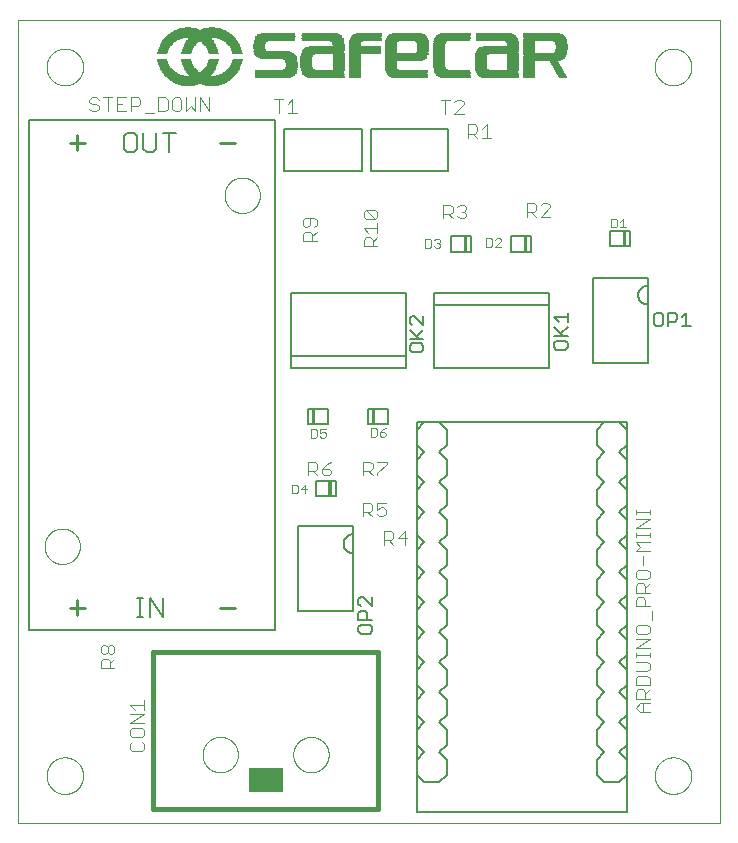
<source format=gto>
G75*
%MOIN*%
%OFA0B0*%
%FSLAX25Y25*%
%IPPOS*%
%LPD*%
%AMOC8*
5,1,8,0,0,1.08239X$1,22.5*
%
%ADD10C,0.00000*%
%ADD11R,0.01339X0.00039*%
%ADD12R,0.02244X0.00039*%
%ADD13R,0.02874X0.00039*%
%ADD14R,0.03346X0.00039*%
%ADD15R,0.03819X0.00039*%
%ADD16R,0.03780X0.00039*%
%ADD17R,0.04173X0.00039*%
%ADD18R,0.04528X0.00039*%
%ADD19R,0.04843X0.00039*%
%ADD20R,0.05157X0.00039*%
%ADD21R,0.05472X0.00039*%
%ADD22R,0.05709X0.00039*%
%ADD23R,0.05984X0.00039*%
%ADD24R,0.06260X0.00039*%
%ADD25R,0.06220X0.00039*%
%ADD26R,0.06496X0.00039*%
%ADD27R,0.06693X0.00039*%
%ADD28R,0.06890X0.00039*%
%ADD29R,0.06929X0.00039*%
%ADD30R,0.07126X0.00039*%
%ADD31R,0.07362X0.00039*%
%ADD32R,0.07520X0.00039*%
%ADD33R,0.07756X0.00039*%
%ADD34R,0.07913X0.00039*%
%ADD35R,0.16063X0.00039*%
%ADD36R,0.16299X0.00039*%
%ADD37R,0.16457X0.00039*%
%ADD38R,0.16614X0.00039*%
%ADD39R,0.16772X0.00039*%
%ADD40R,0.16929X0.00039*%
%ADD41R,0.17087X0.00039*%
%ADD42R,0.17244X0.00039*%
%ADD43R,0.17402X0.00039*%
%ADD44R,0.17559X0.00039*%
%ADD45R,0.17717X0.00039*%
%ADD46R,0.17795X0.00039*%
%ADD47R,0.17953X0.00039*%
%ADD48R,0.18110X0.00039*%
%ADD49R,0.18268X0.00039*%
%ADD50R,0.18346X0.00039*%
%ADD51R,0.18504X0.00039*%
%ADD52R,0.18661X0.00039*%
%ADD53R,0.18740X0.00039*%
%ADD54R,0.18898X0.00039*%
%ADD55R,0.18976X0.00039*%
%ADD56R,0.19134X0.00039*%
%ADD57R,0.19213X0.00039*%
%ADD58R,0.19370X0.00039*%
%ADD59R,0.19449X0.00039*%
%ADD60R,0.19606X0.00039*%
%ADD61R,0.19685X0.00039*%
%ADD62R,0.19843X0.00039*%
%ADD63R,0.19921X0.00039*%
%ADD64R,0.20000X0.00039*%
%ADD65R,0.20157X0.00039*%
%ADD66R,0.20236X0.00039*%
%ADD67R,0.20315X0.00039*%
%ADD68R,0.20472X0.00039*%
%ADD69R,0.20551X0.00039*%
%ADD70R,0.20630X0.00039*%
%ADD71R,0.20709X0.00039*%
%ADD72R,0.20866X0.00039*%
%ADD73R,0.20945X0.00039*%
%ADD74R,0.21024X0.00039*%
%ADD75R,0.21102X0.00039*%
%ADD76R,0.21181X0.00039*%
%ADD77R,0.21339X0.00039*%
%ADD78R,0.21417X0.00039*%
%ADD79R,0.21496X0.00039*%
%ADD80R,0.21575X0.00039*%
%ADD81R,0.21654X0.00039*%
%ADD82R,0.21732X0.00039*%
%ADD83R,0.21811X0.00039*%
%ADD84R,0.21890X0.00039*%
%ADD85R,0.11024X0.00039*%
%ADD86R,0.10551X0.00039*%
%ADD87R,0.08740X0.00039*%
%ADD88R,0.10984X0.00039*%
%ADD89R,0.02835X0.00039*%
%ADD90R,0.21969X0.00039*%
%ADD91R,0.11614X0.00039*%
%ADD92R,0.11181X0.00039*%
%ADD93R,0.09331X0.00039*%
%ADD94R,0.03858X0.00039*%
%ADD95R,0.22047X0.00039*%
%ADD96R,0.10748X0.00039*%
%ADD97R,0.11890X0.00039*%
%ADD98R,0.11457X0.00039*%
%ADD99R,0.09606X0.00039*%
%ADD100R,0.22126X0.00039*%
%ADD101R,0.11260X0.00039*%
%ADD102R,0.12126X0.00039*%
%ADD103R,0.11693X0.00039*%
%ADD104R,0.09803X0.00039*%
%ADD105R,0.22205X0.00039*%
%ADD106R,0.11575X0.00039*%
%ADD107R,0.12283X0.00039*%
%ADD108R,0.11850X0.00039*%
%ADD109R,0.10000X0.00039*%
%ADD110R,0.22283X0.00039*%
%ADD111R,0.11772X0.00039*%
%ADD112R,0.12441X0.00039*%
%ADD113R,0.12008X0.00039*%
%ADD114R,0.10157X0.00039*%
%ADD115R,0.22362X0.00039*%
%ADD116R,0.11969X0.00039*%
%ADD117R,0.12559X0.00039*%
%ADD118R,0.10276X0.00039*%
%ADD119R,0.22441X0.00039*%
%ADD120R,0.12677X0.00039*%
%ADD121R,0.12244X0.00039*%
%ADD122R,0.10394X0.00039*%
%ADD123R,0.22520X0.00039*%
%ADD124R,0.12795X0.00039*%
%ADD125R,0.12362X0.00039*%
%ADD126R,0.10512X0.00039*%
%ADD127R,0.22598X0.00039*%
%ADD128R,0.12874X0.00039*%
%ADD129R,0.10591X0.00039*%
%ADD130R,0.22677X0.00039*%
%ADD131R,0.12480X0.00039*%
%ADD132R,0.12953X0.00039*%
%ADD133R,0.12520X0.00039*%
%ADD134R,0.10669X0.00039*%
%ADD135R,0.13031X0.00039*%
%ADD136R,0.12598X0.00039*%
%ADD137R,0.12638X0.00039*%
%ADD138R,0.13110X0.00039*%
%ADD139R,0.10827X0.00039*%
%ADD140R,0.06299X0.00039*%
%ADD141R,0.06969X0.00039*%
%ADD142R,0.12717X0.00039*%
%ADD143R,0.13189X0.00039*%
%ADD144R,0.12756X0.00039*%
%ADD145R,0.10866X0.00039*%
%ADD146R,0.06102X0.00039*%
%ADD147R,0.07008X0.00039*%
%ADD148R,0.13228X0.00039*%
%ADD149R,0.10945X0.00039*%
%ADD150R,0.05945X0.00039*%
%ADD151R,0.07087X0.00039*%
%ADD152R,0.13307X0.00039*%
%ADD153R,0.05827X0.00039*%
%ADD154R,0.07165X0.00039*%
%ADD155R,0.12913X0.00039*%
%ADD156R,0.13346X0.00039*%
%ADD157R,0.11063X0.00039*%
%ADD158R,0.05748X0.00039*%
%ADD159R,0.07244X0.00039*%
%ADD160R,0.12992X0.00039*%
%ADD161R,0.13386X0.00039*%
%ADD162R,0.11102X0.00039*%
%ADD163R,0.13425X0.00039*%
%ADD164R,0.05630X0.00039*%
%ADD165R,0.07323X0.00039*%
%ADD166R,0.13465X0.00039*%
%ADD167R,0.11142X0.00039*%
%ADD168R,0.05551X0.00039*%
%ADD169R,0.07402X0.00039*%
%ADD170R,0.13071X0.00039*%
%ADD171R,0.13504X0.00039*%
%ADD172R,0.11220X0.00039*%
%ADD173R,0.07480X0.00039*%
%ADD174R,0.13543X0.00039*%
%ADD175R,0.05354X0.00039*%
%ADD176R,0.07559X0.00039*%
%ADD177R,0.13583X0.00039*%
%ADD178R,0.13150X0.00039*%
%ADD179R,0.11299X0.00039*%
%ADD180R,0.05276X0.00039*%
%ADD181R,0.07598X0.00039*%
%ADD182R,0.13622X0.00039*%
%ADD183R,0.11339X0.00039*%
%ADD184R,0.05236X0.00039*%
%ADD185R,0.07638X0.00039*%
%ADD186R,0.13268X0.00039*%
%ADD187R,0.13661X0.00039*%
%ADD188R,0.11378X0.00039*%
%ADD189R,0.07717X0.00039*%
%ADD190R,0.13701X0.00039*%
%ADD191R,0.11417X0.00039*%
%ADD192R,0.05118X0.00039*%
%ADD193R,0.07795X0.00039*%
%ADD194R,0.13740X0.00039*%
%ADD195R,0.05079X0.00039*%
%ADD196R,0.07874X0.00039*%
%ADD197R,0.13780X0.00039*%
%ADD198R,0.04961X0.00039*%
%ADD199R,0.07953X0.00039*%
%ADD200R,0.11496X0.00039*%
%ADD201R,0.13819X0.00039*%
%ADD202R,0.04921X0.00039*%
%ADD203R,0.11535X0.00039*%
%ADD204R,0.04882X0.00039*%
%ADD205R,0.08031X0.00039*%
%ADD206R,0.13858X0.00039*%
%ADD207R,0.08110X0.00039*%
%ADD208R,0.13898X0.00039*%
%ADD209R,0.04803X0.00039*%
%ADD210R,0.08189X0.00039*%
%ADD211R,0.13937X0.00039*%
%ADD212R,0.04724X0.00039*%
%ADD213R,0.08268X0.00039*%
%ADD214R,0.11654X0.00039*%
%ADD215R,0.13976X0.00039*%
%ADD216R,0.04685X0.00039*%
%ADD217R,0.08346X0.00039*%
%ADD218R,0.04646X0.00039*%
%ADD219R,0.08425X0.00039*%
%ADD220R,0.14016X0.00039*%
%ADD221R,0.11732X0.00039*%
%ADD222R,0.04567X0.00039*%
%ADD223R,0.08504X0.00039*%
%ADD224R,0.14055X0.00039*%
%ADD225R,0.08583X0.00039*%
%ADD226R,0.14094X0.00039*%
%ADD227R,0.04488X0.00039*%
%ADD228R,0.08661X0.00039*%
%ADD229R,0.11811X0.00039*%
%ADD230R,0.04449X0.00039*%
%ADD231R,0.14134X0.00039*%
%ADD232R,0.04409X0.00039*%
%ADD233R,0.08819X0.00039*%
%ADD234R,0.14173X0.00039*%
%ADD235R,0.04331X0.00039*%
%ADD236R,0.04370X0.00039*%
%ADD237R,0.04291X0.00039*%
%ADD238R,0.14213X0.00039*%
%ADD239R,0.11929X0.00039*%
%ADD240R,0.04252X0.00039*%
%ADD241R,0.14252X0.00039*%
%ADD242R,0.04213X0.00039*%
%ADD243R,0.14291X0.00039*%
%ADD244R,0.04134X0.00039*%
%ADD245R,0.04094X0.00039*%
%ADD246R,0.14331X0.00039*%
%ADD247R,0.12047X0.00039*%
%ADD248R,0.04055X0.00039*%
%ADD249R,0.14370X0.00039*%
%ADD250R,0.12087X0.00039*%
%ADD251R,0.04016X0.00039*%
%ADD252R,0.03976X0.00039*%
%ADD253R,0.05039X0.00039*%
%ADD254R,0.03937X0.00039*%
%ADD255R,0.04764X0.00039*%
%ADD256R,0.03898X0.00039*%
%ADD257R,0.04606X0.00039*%
%ADD258R,0.03740X0.00039*%
%ADD259R,0.03701X0.00039*%
%ADD260R,0.03661X0.00039*%
%ADD261R,0.03622X0.00039*%
%ADD262R,0.03583X0.00039*%
%ADD263R,0.03543X0.00039*%
%ADD264R,0.03504X0.00039*%
%ADD265R,0.03465X0.00039*%
%ADD266R,0.03425X0.00039*%
%ADD267R,0.03386X0.00039*%
%ADD268R,0.03307X0.00039*%
%ADD269R,0.03268X0.00039*%
%ADD270R,0.03228X0.00039*%
%ADD271R,0.03189X0.00039*%
%ADD272R,0.03150X0.00039*%
%ADD273R,0.12323X0.00039*%
%ADD274R,0.12402X0.00039*%
%ADD275R,0.12205X0.00039*%
%ADD276R,0.14409X0.00039*%
%ADD277R,0.05315X0.00039*%
%ADD278R,0.05000X0.00039*%
%ADD279R,0.05197X0.00039*%
%ADD280R,0.05512X0.00039*%
%ADD281R,0.12835X0.00039*%
%ADD282R,0.08543X0.00039*%
%ADD283R,0.05433X0.00039*%
%ADD284R,0.08307X0.00039*%
%ADD285R,0.10472X0.00039*%
%ADD286R,0.10433X0.00039*%
%ADD287R,0.07677X0.00039*%
%ADD288R,0.10354X0.00039*%
%ADD289R,0.05591X0.00039*%
%ADD290R,0.10315X0.00039*%
%ADD291R,0.06063X0.00039*%
%ADD292R,0.10236X0.00039*%
%ADD293R,0.06457X0.00039*%
%ADD294R,0.06811X0.00039*%
%ADD295R,0.06850X0.00039*%
%ADD296R,0.10197X0.00039*%
%ADD297R,0.22756X0.00039*%
%ADD298R,0.10118X0.00039*%
%ADD299R,0.10079X0.00039*%
%ADD300R,0.10039X0.00039*%
%ADD301R,0.09961X0.00039*%
%ADD302R,0.09921X0.00039*%
%ADD303R,0.09882X0.00039*%
%ADD304R,0.09843X0.00039*%
%ADD305R,0.09764X0.00039*%
%ADD306R,0.09724X0.00039*%
%ADD307R,0.09685X0.00039*%
%ADD308R,0.09646X0.00039*%
%ADD309R,0.09567X0.00039*%
%ADD310R,0.12165X0.00039*%
%ADD311R,0.09528X0.00039*%
%ADD312R,0.21260X0.00039*%
%ADD313R,0.09449X0.00039*%
%ADD314R,0.09409X0.00039*%
%ADD315R,0.10906X0.00039*%
%ADD316R,0.09252X0.00039*%
%ADD317R,0.09173X0.00039*%
%ADD318R,0.20787X0.00039*%
%ADD319R,0.09094X0.00039*%
%ADD320R,0.09016X0.00039*%
%ADD321R,0.08898X0.00039*%
%ADD322R,0.08780X0.00039*%
%ADD323R,0.20394X0.00039*%
%ADD324R,0.08622X0.00039*%
%ADD325R,0.08465X0.00039*%
%ADD326R,0.20079X0.00039*%
%ADD327R,0.08071X0.00039*%
%ADD328R,0.09134X0.00039*%
%ADD329R,0.09213X0.00039*%
%ADD330R,0.19528X0.00039*%
%ADD331R,0.19291X0.00039*%
%ADD332R,0.19055X0.00039*%
%ADD333R,0.18780X0.00039*%
%ADD334R,0.18425X0.00039*%
%ADD335R,0.17992X0.00039*%
%ADD336R,0.17874X0.00039*%
%ADD337R,0.16142X0.00039*%
%ADD338R,0.15906X0.00039*%
%ADD339R,0.06732X0.00039*%
%ADD340R,0.06024X0.00039*%
%ADD341R,0.05787X0.00039*%
%ADD342R,0.02953X0.00039*%
%ADD343R,0.02323X0.00039*%
%ADD344R,0.01535X0.00039*%
%ADD345C,0.00500*%
%ADD346C,0.00300*%
%ADD347C,0.00800*%
%ADD348C,0.00400*%
%ADD349C,0.01600*%
%ADD350R,0.11811X0.07874*%
%ADD351C,0.00600*%
%ADD352C,0.01000*%
D10*
X0001500Y0001500D02*
X0001500Y0269217D01*
X0235752Y0269217D01*
X0235752Y0001500D01*
X0001500Y0001500D01*
X0011146Y0017248D02*
X0011148Y0017404D01*
X0011154Y0017560D01*
X0011164Y0017715D01*
X0011178Y0017870D01*
X0011196Y0018025D01*
X0011218Y0018179D01*
X0011243Y0018333D01*
X0011273Y0018486D01*
X0011307Y0018638D01*
X0011344Y0018790D01*
X0011385Y0018940D01*
X0011430Y0019089D01*
X0011479Y0019237D01*
X0011532Y0019384D01*
X0011588Y0019529D01*
X0011648Y0019673D01*
X0011712Y0019815D01*
X0011780Y0019956D01*
X0011851Y0020094D01*
X0011925Y0020231D01*
X0012003Y0020366D01*
X0012084Y0020499D01*
X0012169Y0020630D01*
X0012257Y0020759D01*
X0012348Y0020885D01*
X0012443Y0021009D01*
X0012540Y0021130D01*
X0012641Y0021249D01*
X0012745Y0021366D01*
X0012851Y0021479D01*
X0012961Y0021590D01*
X0013073Y0021698D01*
X0013188Y0021803D01*
X0013306Y0021906D01*
X0013426Y0022005D01*
X0013549Y0022101D01*
X0013674Y0022194D01*
X0013801Y0022283D01*
X0013931Y0022370D01*
X0014063Y0022453D01*
X0014197Y0022532D01*
X0014333Y0022609D01*
X0014471Y0022681D01*
X0014610Y0022751D01*
X0014752Y0022816D01*
X0014895Y0022878D01*
X0015039Y0022936D01*
X0015185Y0022991D01*
X0015333Y0023042D01*
X0015481Y0023089D01*
X0015631Y0023132D01*
X0015782Y0023171D01*
X0015934Y0023207D01*
X0016086Y0023238D01*
X0016240Y0023266D01*
X0016394Y0023290D01*
X0016548Y0023310D01*
X0016703Y0023326D01*
X0016859Y0023338D01*
X0017014Y0023346D01*
X0017170Y0023350D01*
X0017326Y0023350D01*
X0017482Y0023346D01*
X0017637Y0023338D01*
X0017793Y0023326D01*
X0017948Y0023310D01*
X0018102Y0023290D01*
X0018256Y0023266D01*
X0018410Y0023238D01*
X0018562Y0023207D01*
X0018714Y0023171D01*
X0018865Y0023132D01*
X0019015Y0023089D01*
X0019163Y0023042D01*
X0019311Y0022991D01*
X0019457Y0022936D01*
X0019601Y0022878D01*
X0019744Y0022816D01*
X0019886Y0022751D01*
X0020025Y0022681D01*
X0020163Y0022609D01*
X0020299Y0022532D01*
X0020433Y0022453D01*
X0020565Y0022370D01*
X0020695Y0022283D01*
X0020822Y0022194D01*
X0020947Y0022101D01*
X0021070Y0022005D01*
X0021190Y0021906D01*
X0021308Y0021803D01*
X0021423Y0021698D01*
X0021535Y0021590D01*
X0021645Y0021479D01*
X0021751Y0021366D01*
X0021855Y0021249D01*
X0021956Y0021130D01*
X0022053Y0021009D01*
X0022148Y0020885D01*
X0022239Y0020759D01*
X0022327Y0020630D01*
X0022412Y0020499D01*
X0022493Y0020366D01*
X0022571Y0020231D01*
X0022645Y0020094D01*
X0022716Y0019956D01*
X0022784Y0019815D01*
X0022848Y0019673D01*
X0022908Y0019529D01*
X0022964Y0019384D01*
X0023017Y0019237D01*
X0023066Y0019089D01*
X0023111Y0018940D01*
X0023152Y0018790D01*
X0023189Y0018638D01*
X0023223Y0018486D01*
X0023253Y0018333D01*
X0023278Y0018179D01*
X0023300Y0018025D01*
X0023318Y0017870D01*
X0023332Y0017715D01*
X0023342Y0017560D01*
X0023348Y0017404D01*
X0023350Y0017248D01*
X0023348Y0017092D01*
X0023342Y0016936D01*
X0023332Y0016781D01*
X0023318Y0016626D01*
X0023300Y0016471D01*
X0023278Y0016317D01*
X0023253Y0016163D01*
X0023223Y0016010D01*
X0023189Y0015858D01*
X0023152Y0015706D01*
X0023111Y0015556D01*
X0023066Y0015407D01*
X0023017Y0015259D01*
X0022964Y0015112D01*
X0022908Y0014967D01*
X0022848Y0014823D01*
X0022784Y0014681D01*
X0022716Y0014540D01*
X0022645Y0014402D01*
X0022571Y0014265D01*
X0022493Y0014130D01*
X0022412Y0013997D01*
X0022327Y0013866D01*
X0022239Y0013737D01*
X0022148Y0013611D01*
X0022053Y0013487D01*
X0021956Y0013366D01*
X0021855Y0013247D01*
X0021751Y0013130D01*
X0021645Y0013017D01*
X0021535Y0012906D01*
X0021423Y0012798D01*
X0021308Y0012693D01*
X0021190Y0012590D01*
X0021070Y0012491D01*
X0020947Y0012395D01*
X0020822Y0012302D01*
X0020695Y0012213D01*
X0020565Y0012126D01*
X0020433Y0012043D01*
X0020299Y0011964D01*
X0020163Y0011887D01*
X0020025Y0011815D01*
X0019886Y0011745D01*
X0019744Y0011680D01*
X0019601Y0011618D01*
X0019457Y0011560D01*
X0019311Y0011505D01*
X0019163Y0011454D01*
X0019015Y0011407D01*
X0018865Y0011364D01*
X0018714Y0011325D01*
X0018562Y0011289D01*
X0018410Y0011258D01*
X0018256Y0011230D01*
X0018102Y0011206D01*
X0017948Y0011186D01*
X0017793Y0011170D01*
X0017637Y0011158D01*
X0017482Y0011150D01*
X0017326Y0011146D01*
X0017170Y0011146D01*
X0017014Y0011150D01*
X0016859Y0011158D01*
X0016703Y0011170D01*
X0016548Y0011186D01*
X0016394Y0011206D01*
X0016240Y0011230D01*
X0016086Y0011258D01*
X0015934Y0011289D01*
X0015782Y0011325D01*
X0015631Y0011364D01*
X0015481Y0011407D01*
X0015333Y0011454D01*
X0015185Y0011505D01*
X0015039Y0011560D01*
X0014895Y0011618D01*
X0014752Y0011680D01*
X0014610Y0011745D01*
X0014471Y0011815D01*
X0014333Y0011887D01*
X0014197Y0011964D01*
X0014063Y0012043D01*
X0013931Y0012126D01*
X0013801Y0012213D01*
X0013674Y0012302D01*
X0013549Y0012395D01*
X0013426Y0012491D01*
X0013306Y0012590D01*
X0013188Y0012693D01*
X0013073Y0012798D01*
X0012961Y0012906D01*
X0012851Y0013017D01*
X0012745Y0013130D01*
X0012641Y0013247D01*
X0012540Y0013366D01*
X0012443Y0013487D01*
X0012348Y0013611D01*
X0012257Y0013737D01*
X0012169Y0013866D01*
X0012084Y0013997D01*
X0012003Y0014130D01*
X0011925Y0014265D01*
X0011851Y0014402D01*
X0011780Y0014540D01*
X0011712Y0014681D01*
X0011648Y0014823D01*
X0011588Y0014967D01*
X0011532Y0015112D01*
X0011479Y0015259D01*
X0011430Y0015407D01*
X0011385Y0015556D01*
X0011344Y0015706D01*
X0011307Y0015858D01*
X0011273Y0016010D01*
X0011243Y0016163D01*
X0011218Y0016317D01*
X0011196Y0016471D01*
X0011178Y0016626D01*
X0011164Y0016781D01*
X0011154Y0016936D01*
X0011148Y0017092D01*
X0011146Y0017248D01*
X0063153Y0024256D02*
X0063155Y0024409D01*
X0063161Y0024563D01*
X0063171Y0024716D01*
X0063185Y0024868D01*
X0063203Y0025021D01*
X0063225Y0025172D01*
X0063250Y0025323D01*
X0063280Y0025474D01*
X0063314Y0025624D01*
X0063351Y0025772D01*
X0063392Y0025920D01*
X0063437Y0026066D01*
X0063486Y0026212D01*
X0063539Y0026356D01*
X0063595Y0026498D01*
X0063655Y0026639D01*
X0063719Y0026779D01*
X0063786Y0026917D01*
X0063857Y0027053D01*
X0063932Y0027187D01*
X0064009Y0027319D01*
X0064091Y0027449D01*
X0064175Y0027577D01*
X0064263Y0027703D01*
X0064354Y0027826D01*
X0064448Y0027947D01*
X0064546Y0028065D01*
X0064646Y0028181D01*
X0064750Y0028294D01*
X0064856Y0028405D01*
X0064965Y0028513D01*
X0065077Y0028618D01*
X0065191Y0028719D01*
X0065309Y0028818D01*
X0065428Y0028914D01*
X0065550Y0029007D01*
X0065675Y0029096D01*
X0065802Y0029183D01*
X0065931Y0029265D01*
X0066062Y0029345D01*
X0066195Y0029421D01*
X0066330Y0029494D01*
X0066467Y0029563D01*
X0066606Y0029628D01*
X0066746Y0029690D01*
X0066888Y0029748D01*
X0067031Y0029803D01*
X0067176Y0029854D01*
X0067322Y0029901D01*
X0067469Y0029944D01*
X0067617Y0029983D01*
X0067766Y0030019D01*
X0067916Y0030050D01*
X0068067Y0030078D01*
X0068218Y0030102D01*
X0068371Y0030122D01*
X0068523Y0030138D01*
X0068676Y0030150D01*
X0068829Y0030158D01*
X0068982Y0030162D01*
X0069136Y0030162D01*
X0069289Y0030158D01*
X0069442Y0030150D01*
X0069595Y0030138D01*
X0069747Y0030122D01*
X0069900Y0030102D01*
X0070051Y0030078D01*
X0070202Y0030050D01*
X0070352Y0030019D01*
X0070501Y0029983D01*
X0070649Y0029944D01*
X0070796Y0029901D01*
X0070942Y0029854D01*
X0071087Y0029803D01*
X0071230Y0029748D01*
X0071372Y0029690D01*
X0071512Y0029628D01*
X0071651Y0029563D01*
X0071788Y0029494D01*
X0071923Y0029421D01*
X0072056Y0029345D01*
X0072187Y0029265D01*
X0072316Y0029183D01*
X0072443Y0029096D01*
X0072568Y0029007D01*
X0072690Y0028914D01*
X0072809Y0028818D01*
X0072927Y0028719D01*
X0073041Y0028618D01*
X0073153Y0028513D01*
X0073262Y0028405D01*
X0073368Y0028294D01*
X0073472Y0028181D01*
X0073572Y0028065D01*
X0073670Y0027947D01*
X0073764Y0027826D01*
X0073855Y0027703D01*
X0073943Y0027577D01*
X0074027Y0027449D01*
X0074109Y0027319D01*
X0074186Y0027187D01*
X0074261Y0027053D01*
X0074332Y0026917D01*
X0074399Y0026779D01*
X0074463Y0026639D01*
X0074523Y0026498D01*
X0074579Y0026356D01*
X0074632Y0026212D01*
X0074681Y0026066D01*
X0074726Y0025920D01*
X0074767Y0025772D01*
X0074804Y0025624D01*
X0074838Y0025474D01*
X0074868Y0025323D01*
X0074893Y0025172D01*
X0074915Y0025021D01*
X0074933Y0024868D01*
X0074947Y0024716D01*
X0074957Y0024563D01*
X0074963Y0024409D01*
X0074965Y0024256D01*
X0074963Y0024103D01*
X0074957Y0023949D01*
X0074947Y0023796D01*
X0074933Y0023644D01*
X0074915Y0023491D01*
X0074893Y0023340D01*
X0074868Y0023189D01*
X0074838Y0023038D01*
X0074804Y0022888D01*
X0074767Y0022740D01*
X0074726Y0022592D01*
X0074681Y0022446D01*
X0074632Y0022300D01*
X0074579Y0022156D01*
X0074523Y0022014D01*
X0074463Y0021873D01*
X0074399Y0021733D01*
X0074332Y0021595D01*
X0074261Y0021459D01*
X0074186Y0021325D01*
X0074109Y0021193D01*
X0074027Y0021063D01*
X0073943Y0020935D01*
X0073855Y0020809D01*
X0073764Y0020686D01*
X0073670Y0020565D01*
X0073572Y0020447D01*
X0073472Y0020331D01*
X0073368Y0020218D01*
X0073262Y0020107D01*
X0073153Y0019999D01*
X0073041Y0019894D01*
X0072927Y0019793D01*
X0072809Y0019694D01*
X0072690Y0019598D01*
X0072568Y0019505D01*
X0072443Y0019416D01*
X0072316Y0019329D01*
X0072187Y0019247D01*
X0072056Y0019167D01*
X0071923Y0019091D01*
X0071788Y0019018D01*
X0071651Y0018949D01*
X0071512Y0018884D01*
X0071372Y0018822D01*
X0071230Y0018764D01*
X0071087Y0018709D01*
X0070942Y0018658D01*
X0070796Y0018611D01*
X0070649Y0018568D01*
X0070501Y0018529D01*
X0070352Y0018493D01*
X0070202Y0018462D01*
X0070051Y0018434D01*
X0069900Y0018410D01*
X0069747Y0018390D01*
X0069595Y0018374D01*
X0069442Y0018362D01*
X0069289Y0018354D01*
X0069136Y0018350D01*
X0068982Y0018350D01*
X0068829Y0018354D01*
X0068676Y0018362D01*
X0068523Y0018374D01*
X0068371Y0018390D01*
X0068218Y0018410D01*
X0068067Y0018434D01*
X0067916Y0018462D01*
X0067766Y0018493D01*
X0067617Y0018529D01*
X0067469Y0018568D01*
X0067322Y0018611D01*
X0067176Y0018658D01*
X0067031Y0018709D01*
X0066888Y0018764D01*
X0066746Y0018822D01*
X0066606Y0018884D01*
X0066467Y0018949D01*
X0066330Y0019018D01*
X0066195Y0019091D01*
X0066062Y0019167D01*
X0065931Y0019247D01*
X0065802Y0019329D01*
X0065675Y0019416D01*
X0065550Y0019505D01*
X0065428Y0019598D01*
X0065309Y0019694D01*
X0065191Y0019793D01*
X0065077Y0019894D01*
X0064965Y0019999D01*
X0064856Y0020107D01*
X0064750Y0020218D01*
X0064646Y0020331D01*
X0064546Y0020447D01*
X0064448Y0020565D01*
X0064354Y0020686D01*
X0064263Y0020809D01*
X0064175Y0020935D01*
X0064091Y0021063D01*
X0064009Y0021193D01*
X0063932Y0021325D01*
X0063857Y0021459D01*
X0063786Y0021595D01*
X0063719Y0021733D01*
X0063655Y0021873D01*
X0063595Y0022014D01*
X0063539Y0022156D01*
X0063486Y0022300D01*
X0063437Y0022446D01*
X0063392Y0022592D01*
X0063351Y0022740D01*
X0063314Y0022888D01*
X0063280Y0023038D01*
X0063250Y0023189D01*
X0063225Y0023340D01*
X0063203Y0023491D01*
X0063185Y0023644D01*
X0063171Y0023796D01*
X0063161Y0023949D01*
X0063155Y0024103D01*
X0063153Y0024256D01*
X0093389Y0024256D02*
X0093391Y0024409D01*
X0093397Y0024563D01*
X0093407Y0024716D01*
X0093421Y0024868D01*
X0093439Y0025021D01*
X0093461Y0025172D01*
X0093486Y0025323D01*
X0093516Y0025474D01*
X0093550Y0025624D01*
X0093587Y0025772D01*
X0093628Y0025920D01*
X0093673Y0026066D01*
X0093722Y0026212D01*
X0093775Y0026356D01*
X0093831Y0026498D01*
X0093891Y0026639D01*
X0093955Y0026779D01*
X0094022Y0026917D01*
X0094093Y0027053D01*
X0094168Y0027187D01*
X0094245Y0027319D01*
X0094327Y0027449D01*
X0094411Y0027577D01*
X0094499Y0027703D01*
X0094590Y0027826D01*
X0094684Y0027947D01*
X0094782Y0028065D01*
X0094882Y0028181D01*
X0094986Y0028294D01*
X0095092Y0028405D01*
X0095201Y0028513D01*
X0095313Y0028618D01*
X0095427Y0028719D01*
X0095545Y0028818D01*
X0095664Y0028914D01*
X0095786Y0029007D01*
X0095911Y0029096D01*
X0096038Y0029183D01*
X0096167Y0029265D01*
X0096298Y0029345D01*
X0096431Y0029421D01*
X0096566Y0029494D01*
X0096703Y0029563D01*
X0096842Y0029628D01*
X0096982Y0029690D01*
X0097124Y0029748D01*
X0097267Y0029803D01*
X0097412Y0029854D01*
X0097558Y0029901D01*
X0097705Y0029944D01*
X0097853Y0029983D01*
X0098002Y0030019D01*
X0098152Y0030050D01*
X0098303Y0030078D01*
X0098454Y0030102D01*
X0098607Y0030122D01*
X0098759Y0030138D01*
X0098912Y0030150D01*
X0099065Y0030158D01*
X0099218Y0030162D01*
X0099372Y0030162D01*
X0099525Y0030158D01*
X0099678Y0030150D01*
X0099831Y0030138D01*
X0099983Y0030122D01*
X0100136Y0030102D01*
X0100287Y0030078D01*
X0100438Y0030050D01*
X0100588Y0030019D01*
X0100737Y0029983D01*
X0100885Y0029944D01*
X0101032Y0029901D01*
X0101178Y0029854D01*
X0101323Y0029803D01*
X0101466Y0029748D01*
X0101608Y0029690D01*
X0101748Y0029628D01*
X0101887Y0029563D01*
X0102024Y0029494D01*
X0102159Y0029421D01*
X0102292Y0029345D01*
X0102423Y0029265D01*
X0102552Y0029183D01*
X0102679Y0029096D01*
X0102804Y0029007D01*
X0102926Y0028914D01*
X0103045Y0028818D01*
X0103163Y0028719D01*
X0103277Y0028618D01*
X0103389Y0028513D01*
X0103498Y0028405D01*
X0103604Y0028294D01*
X0103708Y0028181D01*
X0103808Y0028065D01*
X0103906Y0027947D01*
X0104000Y0027826D01*
X0104091Y0027703D01*
X0104179Y0027577D01*
X0104263Y0027449D01*
X0104345Y0027319D01*
X0104422Y0027187D01*
X0104497Y0027053D01*
X0104568Y0026917D01*
X0104635Y0026779D01*
X0104699Y0026639D01*
X0104759Y0026498D01*
X0104815Y0026356D01*
X0104868Y0026212D01*
X0104917Y0026066D01*
X0104962Y0025920D01*
X0105003Y0025772D01*
X0105040Y0025624D01*
X0105074Y0025474D01*
X0105104Y0025323D01*
X0105129Y0025172D01*
X0105151Y0025021D01*
X0105169Y0024868D01*
X0105183Y0024716D01*
X0105193Y0024563D01*
X0105199Y0024409D01*
X0105201Y0024256D01*
X0105199Y0024103D01*
X0105193Y0023949D01*
X0105183Y0023796D01*
X0105169Y0023644D01*
X0105151Y0023491D01*
X0105129Y0023340D01*
X0105104Y0023189D01*
X0105074Y0023038D01*
X0105040Y0022888D01*
X0105003Y0022740D01*
X0104962Y0022592D01*
X0104917Y0022446D01*
X0104868Y0022300D01*
X0104815Y0022156D01*
X0104759Y0022014D01*
X0104699Y0021873D01*
X0104635Y0021733D01*
X0104568Y0021595D01*
X0104497Y0021459D01*
X0104422Y0021325D01*
X0104345Y0021193D01*
X0104263Y0021063D01*
X0104179Y0020935D01*
X0104091Y0020809D01*
X0104000Y0020686D01*
X0103906Y0020565D01*
X0103808Y0020447D01*
X0103708Y0020331D01*
X0103604Y0020218D01*
X0103498Y0020107D01*
X0103389Y0019999D01*
X0103277Y0019894D01*
X0103163Y0019793D01*
X0103045Y0019694D01*
X0102926Y0019598D01*
X0102804Y0019505D01*
X0102679Y0019416D01*
X0102552Y0019329D01*
X0102423Y0019247D01*
X0102292Y0019167D01*
X0102159Y0019091D01*
X0102024Y0019018D01*
X0101887Y0018949D01*
X0101748Y0018884D01*
X0101608Y0018822D01*
X0101466Y0018764D01*
X0101323Y0018709D01*
X0101178Y0018658D01*
X0101032Y0018611D01*
X0100885Y0018568D01*
X0100737Y0018529D01*
X0100588Y0018493D01*
X0100438Y0018462D01*
X0100287Y0018434D01*
X0100136Y0018410D01*
X0099983Y0018390D01*
X0099831Y0018374D01*
X0099678Y0018362D01*
X0099525Y0018354D01*
X0099372Y0018350D01*
X0099218Y0018350D01*
X0099065Y0018354D01*
X0098912Y0018362D01*
X0098759Y0018374D01*
X0098607Y0018390D01*
X0098454Y0018410D01*
X0098303Y0018434D01*
X0098152Y0018462D01*
X0098002Y0018493D01*
X0097853Y0018529D01*
X0097705Y0018568D01*
X0097558Y0018611D01*
X0097412Y0018658D01*
X0097267Y0018709D01*
X0097124Y0018764D01*
X0096982Y0018822D01*
X0096842Y0018884D01*
X0096703Y0018949D01*
X0096566Y0019018D01*
X0096431Y0019091D01*
X0096298Y0019167D01*
X0096167Y0019247D01*
X0096038Y0019329D01*
X0095911Y0019416D01*
X0095786Y0019505D01*
X0095664Y0019598D01*
X0095545Y0019694D01*
X0095427Y0019793D01*
X0095313Y0019894D01*
X0095201Y0019999D01*
X0095092Y0020107D01*
X0094986Y0020218D01*
X0094882Y0020331D01*
X0094782Y0020447D01*
X0094684Y0020565D01*
X0094590Y0020686D01*
X0094499Y0020809D01*
X0094411Y0020935D01*
X0094327Y0021063D01*
X0094245Y0021193D01*
X0094168Y0021325D01*
X0094093Y0021459D01*
X0094022Y0021595D01*
X0093955Y0021733D01*
X0093891Y0021873D01*
X0093831Y0022014D01*
X0093775Y0022156D01*
X0093722Y0022300D01*
X0093673Y0022446D01*
X0093628Y0022592D01*
X0093587Y0022740D01*
X0093550Y0022888D01*
X0093516Y0023038D01*
X0093486Y0023189D01*
X0093461Y0023340D01*
X0093439Y0023491D01*
X0093421Y0023644D01*
X0093407Y0023796D01*
X0093397Y0023949D01*
X0093391Y0024103D01*
X0093389Y0024256D01*
X0010476Y0093713D02*
X0010478Y0093866D01*
X0010484Y0094020D01*
X0010494Y0094173D01*
X0010508Y0094325D01*
X0010526Y0094478D01*
X0010548Y0094629D01*
X0010573Y0094780D01*
X0010603Y0094931D01*
X0010637Y0095081D01*
X0010674Y0095229D01*
X0010715Y0095377D01*
X0010760Y0095523D01*
X0010809Y0095669D01*
X0010862Y0095813D01*
X0010918Y0095955D01*
X0010978Y0096096D01*
X0011042Y0096236D01*
X0011109Y0096374D01*
X0011180Y0096510D01*
X0011255Y0096644D01*
X0011332Y0096776D01*
X0011414Y0096906D01*
X0011498Y0097034D01*
X0011586Y0097160D01*
X0011677Y0097283D01*
X0011771Y0097404D01*
X0011869Y0097522D01*
X0011969Y0097638D01*
X0012073Y0097751D01*
X0012179Y0097862D01*
X0012288Y0097970D01*
X0012400Y0098075D01*
X0012514Y0098176D01*
X0012632Y0098275D01*
X0012751Y0098371D01*
X0012873Y0098464D01*
X0012998Y0098553D01*
X0013125Y0098640D01*
X0013254Y0098722D01*
X0013385Y0098802D01*
X0013518Y0098878D01*
X0013653Y0098951D01*
X0013790Y0099020D01*
X0013929Y0099085D01*
X0014069Y0099147D01*
X0014211Y0099205D01*
X0014354Y0099260D01*
X0014499Y0099311D01*
X0014645Y0099358D01*
X0014792Y0099401D01*
X0014940Y0099440D01*
X0015089Y0099476D01*
X0015239Y0099507D01*
X0015390Y0099535D01*
X0015541Y0099559D01*
X0015694Y0099579D01*
X0015846Y0099595D01*
X0015999Y0099607D01*
X0016152Y0099615D01*
X0016305Y0099619D01*
X0016459Y0099619D01*
X0016612Y0099615D01*
X0016765Y0099607D01*
X0016918Y0099595D01*
X0017070Y0099579D01*
X0017223Y0099559D01*
X0017374Y0099535D01*
X0017525Y0099507D01*
X0017675Y0099476D01*
X0017824Y0099440D01*
X0017972Y0099401D01*
X0018119Y0099358D01*
X0018265Y0099311D01*
X0018410Y0099260D01*
X0018553Y0099205D01*
X0018695Y0099147D01*
X0018835Y0099085D01*
X0018974Y0099020D01*
X0019111Y0098951D01*
X0019246Y0098878D01*
X0019379Y0098802D01*
X0019510Y0098722D01*
X0019639Y0098640D01*
X0019766Y0098553D01*
X0019891Y0098464D01*
X0020013Y0098371D01*
X0020132Y0098275D01*
X0020250Y0098176D01*
X0020364Y0098075D01*
X0020476Y0097970D01*
X0020585Y0097862D01*
X0020691Y0097751D01*
X0020795Y0097638D01*
X0020895Y0097522D01*
X0020993Y0097404D01*
X0021087Y0097283D01*
X0021178Y0097160D01*
X0021266Y0097034D01*
X0021350Y0096906D01*
X0021432Y0096776D01*
X0021509Y0096644D01*
X0021584Y0096510D01*
X0021655Y0096374D01*
X0021722Y0096236D01*
X0021786Y0096096D01*
X0021846Y0095955D01*
X0021902Y0095813D01*
X0021955Y0095669D01*
X0022004Y0095523D01*
X0022049Y0095377D01*
X0022090Y0095229D01*
X0022127Y0095081D01*
X0022161Y0094931D01*
X0022191Y0094780D01*
X0022216Y0094629D01*
X0022238Y0094478D01*
X0022256Y0094325D01*
X0022270Y0094173D01*
X0022280Y0094020D01*
X0022286Y0093866D01*
X0022288Y0093713D01*
X0022286Y0093560D01*
X0022280Y0093406D01*
X0022270Y0093253D01*
X0022256Y0093101D01*
X0022238Y0092948D01*
X0022216Y0092797D01*
X0022191Y0092646D01*
X0022161Y0092495D01*
X0022127Y0092345D01*
X0022090Y0092197D01*
X0022049Y0092049D01*
X0022004Y0091903D01*
X0021955Y0091757D01*
X0021902Y0091613D01*
X0021846Y0091471D01*
X0021786Y0091330D01*
X0021722Y0091190D01*
X0021655Y0091052D01*
X0021584Y0090916D01*
X0021509Y0090782D01*
X0021432Y0090650D01*
X0021350Y0090520D01*
X0021266Y0090392D01*
X0021178Y0090266D01*
X0021087Y0090143D01*
X0020993Y0090022D01*
X0020895Y0089904D01*
X0020795Y0089788D01*
X0020691Y0089675D01*
X0020585Y0089564D01*
X0020476Y0089456D01*
X0020364Y0089351D01*
X0020250Y0089250D01*
X0020132Y0089151D01*
X0020013Y0089055D01*
X0019891Y0088962D01*
X0019766Y0088873D01*
X0019639Y0088786D01*
X0019510Y0088704D01*
X0019379Y0088624D01*
X0019246Y0088548D01*
X0019111Y0088475D01*
X0018974Y0088406D01*
X0018835Y0088341D01*
X0018695Y0088279D01*
X0018553Y0088221D01*
X0018410Y0088166D01*
X0018265Y0088115D01*
X0018119Y0088068D01*
X0017972Y0088025D01*
X0017824Y0087986D01*
X0017675Y0087950D01*
X0017525Y0087919D01*
X0017374Y0087891D01*
X0017223Y0087867D01*
X0017070Y0087847D01*
X0016918Y0087831D01*
X0016765Y0087819D01*
X0016612Y0087811D01*
X0016459Y0087807D01*
X0016305Y0087807D01*
X0016152Y0087811D01*
X0015999Y0087819D01*
X0015846Y0087831D01*
X0015694Y0087847D01*
X0015541Y0087867D01*
X0015390Y0087891D01*
X0015239Y0087919D01*
X0015089Y0087950D01*
X0014940Y0087986D01*
X0014792Y0088025D01*
X0014645Y0088068D01*
X0014499Y0088115D01*
X0014354Y0088166D01*
X0014211Y0088221D01*
X0014069Y0088279D01*
X0013929Y0088341D01*
X0013790Y0088406D01*
X0013653Y0088475D01*
X0013518Y0088548D01*
X0013385Y0088624D01*
X0013254Y0088704D01*
X0013125Y0088786D01*
X0012998Y0088873D01*
X0012873Y0088962D01*
X0012751Y0089055D01*
X0012632Y0089151D01*
X0012514Y0089250D01*
X0012400Y0089351D01*
X0012288Y0089456D01*
X0012179Y0089564D01*
X0012073Y0089675D01*
X0011969Y0089788D01*
X0011869Y0089904D01*
X0011771Y0090022D01*
X0011677Y0090143D01*
X0011586Y0090266D01*
X0011498Y0090392D01*
X0011414Y0090520D01*
X0011332Y0090650D01*
X0011255Y0090782D01*
X0011180Y0090916D01*
X0011109Y0091052D01*
X0011042Y0091190D01*
X0010978Y0091330D01*
X0010918Y0091471D01*
X0010862Y0091613D01*
X0010809Y0091757D01*
X0010760Y0091903D01*
X0010715Y0092049D01*
X0010674Y0092197D01*
X0010637Y0092345D01*
X0010603Y0092495D01*
X0010573Y0092646D01*
X0010548Y0092797D01*
X0010526Y0092948D01*
X0010508Y0093101D01*
X0010494Y0093253D01*
X0010484Y0093406D01*
X0010478Y0093560D01*
X0010476Y0093713D01*
X0070476Y0210713D02*
X0070478Y0210866D01*
X0070484Y0211020D01*
X0070494Y0211173D01*
X0070508Y0211325D01*
X0070526Y0211478D01*
X0070548Y0211629D01*
X0070573Y0211780D01*
X0070603Y0211931D01*
X0070637Y0212081D01*
X0070674Y0212229D01*
X0070715Y0212377D01*
X0070760Y0212523D01*
X0070809Y0212669D01*
X0070862Y0212813D01*
X0070918Y0212955D01*
X0070978Y0213096D01*
X0071042Y0213236D01*
X0071109Y0213374D01*
X0071180Y0213510D01*
X0071255Y0213644D01*
X0071332Y0213776D01*
X0071414Y0213906D01*
X0071498Y0214034D01*
X0071586Y0214160D01*
X0071677Y0214283D01*
X0071771Y0214404D01*
X0071869Y0214522D01*
X0071969Y0214638D01*
X0072073Y0214751D01*
X0072179Y0214862D01*
X0072288Y0214970D01*
X0072400Y0215075D01*
X0072514Y0215176D01*
X0072632Y0215275D01*
X0072751Y0215371D01*
X0072873Y0215464D01*
X0072998Y0215553D01*
X0073125Y0215640D01*
X0073254Y0215722D01*
X0073385Y0215802D01*
X0073518Y0215878D01*
X0073653Y0215951D01*
X0073790Y0216020D01*
X0073929Y0216085D01*
X0074069Y0216147D01*
X0074211Y0216205D01*
X0074354Y0216260D01*
X0074499Y0216311D01*
X0074645Y0216358D01*
X0074792Y0216401D01*
X0074940Y0216440D01*
X0075089Y0216476D01*
X0075239Y0216507D01*
X0075390Y0216535D01*
X0075541Y0216559D01*
X0075694Y0216579D01*
X0075846Y0216595D01*
X0075999Y0216607D01*
X0076152Y0216615D01*
X0076305Y0216619D01*
X0076459Y0216619D01*
X0076612Y0216615D01*
X0076765Y0216607D01*
X0076918Y0216595D01*
X0077070Y0216579D01*
X0077223Y0216559D01*
X0077374Y0216535D01*
X0077525Y0216507D01*
X0077675Y0216476D01*
X0077824Y0216440D01*
X0077972Y0216401D01*
X0078119Y0216358D01*
X0078265Y0216311D01*
X0078410Y0216260D01*
X0078553Y0216205D01*
X0078695Y0216147D01*
X0078835Y0216085D01*
X0078974Y0216020D01*
X0079111Y0215951D01*
X0079246Y0215878D01*
X0079379Y0215802D01*
X0079510Y0215722D01*
X0079639Y0215640D01*
X0079766Y0215553D01*
X0079891Y0215464D01*
X0080013Y0215371D01*
X0080132Y0215275D01*
X0080250Y0215176D01*
X0080364Y0215075D01*
X0080476Y0214970D01*
X0080585Y0214862D01*
X0080691Y0214751D01*
X0080795Y0214638D01*
X0080895Y0214522D01*
X0080993Y0214404D01*
X0081087Y0214283D01*
X0081178Y0214160D01*
X0081266Y0214034D01*
X0081350Y0213906D01*
X0081432Y0213776D01*
X0081509Y0213644D01*
X0081584Y0213510D01*
X0081655Y0213374D01*
X0081722Y0213236D01*
X0081786Y0213096D01*
X0081846Y0212955D01*
X0081902Y0212813D01*
X0081955Y0212669D01*
X0082004Y0212523D01*
X0082049Y0212377D01*
X0082090Y0212229D01*
X0082127Y0212081D01*
X0082161Y0211931D01*
X0082191Y0211780D01*
X0082216Y0211629D01*
X0082238Y0211478D01*
X0082256Y0211325D01*
X0082270Y0211173D01*
X0082280Y0211020D01*
X0082286Y0210866D01*
X0082288Y0210713D01*
X0082286Y0210560D01*
X0082280Y0210406D01*
X0082270Y0210253D01*
X0082256Y0210101D01*
X0082238Y0209948D01*
X0082216Y0209797D01*
X0082191Y0209646D01*
X0082161Y0209495D01*
X0082127Y0209345D01*
X0082090Y0209197D01*
X0082049Y0209049D01*
X0082004Y0208903D01*
X0081955Y0208757D01*
X0081902Y0208613D01*
X0081846Y0208471D01*
X0081786Y0208330D01*
X0081722Y0208190D01*
X0081655Y0208052D01*
X0081584Y0207916D01*
X0081509Y0207782D01*
X0081432Y0207650D01*
X0081350Y0207520D01*
X0081266Y0207392D01*
X0081178Y0207266D01*
X0081087Y0207143D01*
X0080993Y0207022D01*
X0080895Y0206904D01*
X0080795Y0206788D01*
X0080691Y0206675D01*
X0080585Y0206564D01*
X0080476Y0206456D01*
X0080364Y0206351D01*
X0080250Y0206250D01*
X0080132Y0206151D01*
X0080013Y0206055D01*
X0079891Y0205962D01*
X0079766Y0205873D01*
X0079639Y0205786D01*
X0079510Y0205704D01*
X0079379Y0205624D01*
X0079246Y0205548D01*
X0079111Y0205475D01*
X0078974Y0205406D01*
X0078835Y0205341D01*
X0078695Y0205279D01*
X0078553Y0205221D01*
X0078410Y0205166D01*
X0078265Y0205115D01*
X0078119Y0205068D01*
X0077972Y0205025D01*
X0077824Y0204986D01*
X0077675Y0204950D01*
X0077525Y0204919D01*
X0077374Y0204891D01*
X0077223Y0204867D01*
X0077070Y0204847D01*
X0076918Y0204831D01*
X0076765Y0204819D01*
X0076612Y0204811D01*
X0076459Y0204807D01*
X0076305Y0204807D01*
X0076152Y0204811D01*
X0075999Y0204819D01*
X0075846Y0204831D01*
X0075694Y0204847D01*
X0075541Y0204867D01*
X0075390Y0204891D01*
X0075239Y0204919D01*
X0075089Y0204950D01*
X0074940Y0204986D01*
X0074792Y0205025D01*
X0074645Y0205068D01*
X0074499Y0205115D01*
X0074354Y0205166D01*
X0074211Y0205221D01*
X0074069Y0205279D01*
X0073929Y0205341D01*
X0073790Y0205406D01*
X0073653Y0205475D01*
X0073518Y0205548D01*
X0073385Y0205624D01*
X0073254Y0205704D01*
X0073125Y0205786D01*
X0072998Y0205873D01*
X0072873Y0205962D01*
X0072751Y0206055D01*
X0072632Y0206151D01*
X0072514Y0206250D01*
X0072400Y0206351D01*
X0072288Y0206456D01*
X0072179Y0206564D01*
X0072073Y0206675D01*
X0071969Y0206788D01*
X0071869Y0206904D01*
X0071771Y0207022D01*
X0071677Y0207143D01*
X0071586Y0207266D01*
X0071498Y0207392D01*
X0071414Y0207520D01*
X0071332Y0207650D01*
X0071255Y0207782D01*
X0071180Y0207916D01*
X0071109Y0208052D01*
X0071042Y0208190D01*
X0070978Y0208330D01*
X0070918Y0208471D01*
X0070862Y0208613D01*
X0070809Y0208757D01*
X0070760Y0208903D01*
X0070715Y0209049D01*
X0070674Y0209197D01*
X0070637Y0209345D01*
X0070603Y0209495D01*
X0070573Y0209646D01*
X0070548Y0209797D01*
X0070526Y0209948D01*
X0070508Y0210101D01*
X0070494Y0210253D01*
X0070484Y0210406D01*
X0070478Y0210560D01*
X0070476Y0210713D01*
X0011146Y0253469D02*
X0011148Y0253625D01*
X0011154Y0253781D01*
X0011164Y0253936D01*
X0011178Y0254091D01*
X0011196Y0254246D01*
X0011218Y0254400D01*
X0011243Y0254554D01*
X0011273Y0254707D01*
X0011307Y0254859D01*
X0011344Y0255011D01*
X0011385Y0255161D01*
X0011430Y0255310D01*
X0011479Y0255458D01*
X0011532Y0255605D01*
X0011588Y0255750D01*
X0011648Y0255894D01*
X0011712Y0256036D01*
X0011780Y0256177D01*
X0011851Y0256315D01*
X0011925Y0256452D01*
X0012003Y0256587D01*
X0012084Y0256720D01*
X0012169Y0256851D01*
X0012257Y0256980D01*
X0012348Y0257106D01*
X0012443Y0257230D01*
X0012540Y0257351D01*
X0012641Y0257470D01*
X0012745Y0257587D01*
X0012851Y0257700D01*
X0012961Y0257811D01*
X0013073Y0257919D01*
X0013188Y0258024D01*
X0013306Y0258127D01*
X0013426Y0258226D01*
X0013549Y0258322D01*
X0013674Y0258415D01*
X0013801Y0258504D01*
X0013931Y0258591D01*
X0014063Y0258674D01*
X0014197Y0258753D01*
X0014333Y0258830D01*
X0014471Y0258902D01*
X0014610Y0258972D01*
X0014752Y0259037D01*
X0014895Y0259099D01*
X0015039Y0259157D01*
X0015185Y0259212D01*
X0015333Y0259263D01*
X0015481Y0259310D01*
X0015631Y0259353D01*
X0015782Y0259392D01*
X0015934Y0259428D01*
X0016086Y0259459D01*
X0016240Y0259487D01*
X0016394Y0259511D01*
X0016548Y0259531D01*
X0016703Y0259547D01*
X0016859Y0259559D01*
X0017014Y0259567D01*
X0017170Y0259571D01*
X0017326Y0259571D01*
X0017482Y0259567D01*
X0017637Y0259559D01*
X0017793Y0259547D01*
X0017948Y0259531D01*
X0018102Y0259511D01*
X0018256Y0259487D01*
X0018410Y0259459D01*
X0018562Y0259428D01*
X0018714Y0259392D01*
X0018865Y0259353D01*
X0019015Y0259310D01*
X0019163Y0259263D01*
X0019311Y0259212D01*
X0019457Y0259157D01*
X0019601Y0259099D01*
X0019744Y0259037D01*
X0019886Y0258972D01*
X0020025Y0258902D01*
X0020163Y0258830D01*
X0020299Y0258753D01*
X0020433Y0258674D01*
X0020565Y0258591D01*
X0020695Y0258504D01*
X0020822Y0258415D01*
X0020947Y0258322D01*
X0021070Y0258226D01*
X0021190Y0258127D01*
X0021308Y0258024D01*
X0021423Y0257919D01*
X0021535Y0257811D01*
X0021645Y0257700D01*
X0021751Y0257587D01*
X0021855Y0257470D01*
X0021956Y0257351D01*
X0022053Y0257230D01*
X0022148Y0257106D01*
X0022239Y0256980D01*
X0022327Y0256851D01*
X0022412Y0256720D01*
X0022493Y0256587D01*
X0022571Y0256452D01*
X0022645Y0256315D01*
X0022716Y0256177D01*
X0022784Y0256036D01*
X0022848Y0255894D01*
X0022908Y0255750D01*
X0022964Y0255605D01*
X0023017Y0255458D01*
X0023066Y0255310D01*
X0023111Y0255161D01*
X0023152Y0255011D01*
X0023189Y0254859D01*
X0023223Y0254707D01*
X0023253Y0254554D01*
X0023278Y0254400D01*
X0023300Y0254246D01*
X0023318Y0254091D01*
X0023332Y0253936D01*
X0023342Y0253781D01*
X0023348Y0253625D01*
X0023350Y0253469D01*
X0023348Y0253313D01*
X0023342Y0253157D01*
X0023332Y0253002D01*
X0023318Y0252847D01*
X0023300Y0252692D01*
X0023278Y0252538D01*
X0023253Y0252384D01*
X0023223Y0252231D01*
X0023189Y0252079D01*
X0023152Y0251927D01*
X0023111Y0251777D01*
X0023066Y0251628D01*
X0023017Y0251480D01*
X0022964Y0251333D01*
X0022908Y0251188D01*
X0022848Y0251044D01*
X0022784Y0250902D01*
X0022716Y0250761D01*
X0022645Y0250623D01*
X0022571Y0250486D01*
X0022493Y0250351D01*
X0022412Y0250218D01*
X0022327Y0250087D01*
X0022239Y0249958D01*
X0022148Y0249832D01*
X0022053Y0249708D01*
X0021956Y0249587D01*
X0021855Y0249468D01*
X0021751Y0249351D01*
X0021645Y0249238D01*
X0021535Y0249127D01*
X0021423Y0249019D01*
X0021308Y0248914D01*
X0021190Y0248811D01*
X0021070Y0248712D01*
X0020947Y0248616D01*
X0020822Y0248523D01*
X0020695Y0248434D01*
X0020565Y0248347D01*
X0020433Y0248264D01*
X0020299Y0248185D01*
X0020163Y0248108D01*
X0020025Y0248036D01*
X0019886Y0247966D01*
X0019744Y0247901D01*
X0019601Y0247839D01*
X0019457Y0247781D01*
X0019311Y0247726D01*
X0019163Y0247675D01*
X0019015Y0247628D01*
X0018865Y0247585D01*
X0018714Y0247546D01*
X0018562Y0247510D01*
X0018410Y0247479D01*
X0018256Y0247451D01*
X0018102Y0247427D01*
X0017948Y0247407D01*
X0017793Y0247391D01*
X0017637Y0247379D01*
X0017482Y0247371D01*
X0017326Y0247367D01*
X0017170Y0247367D01*
X0017014Y0247371D01*
X0016859Y0247379D01*
X0016703Y0247391D01*
X0016548Y0247407D01*
X0016394Y0247427D01*
X0016240Y0247451D01*
X0016086Y0247479D01*
X0015934Y0247510D01*
X0015782Y0247546D01*
X0015631Y0247585D01*
X0015481Y0247628D01*
X0015333Y0247675D01*
X0015185Y0247726D01*
X0015039Y0247781D01*
X0014895Y0247839D01*
X0014752Y0247901D01*
X0014610Y0247966D01*
X0014471Y0248036D01*
X0014333Y0248108D01*
X0014197Y0248185D01*
X0014063Y0248264D01*
X0013931Y0248347D01*
X0013801Y0248434D01*
X0013674Y0248523D01*
X0013549Y0248616D01*
X0013426Y0248712D01*
X0013306Y0248811D01*
X0013188Y0248914D01*
X0013073Y0249019D01*
X0012961Y0249127D01*
X0012851Y0249238D01*
X0012745Y0249351D01*
X0012641Y0249468D01*
X0012540Y0249587D01*
X0012443Y0249708D01*
X0012348Y0249832D01*
X0012257Y0249958D01*
X0012169Y0250087D01*
X0012084Y0250218D01*
X0012003Y0250351D01*
X0011925Y0250486D01*
X0011851Y0250623D01*
X0011780Y0250761D01*
X0011712Y0250902D01*
X0011648Y0251044D01*
X0011588Y0251188D01*
X0011532Y0251333D01*
X0011479Y0251480D01*
X0011430Y0251628D01*
X0011385Y0251777D01*
X0011344Y0251927D01*
X0011307Y0252079D01*
X0011273Y0252231D01*
X0011243Y0252384D01*
X0011218Y0252538D01*
X0011196Y0252692D01*
X0011178Y0252847D01*
X0011164Y0253002D01*
X0011154Y0253157D01*
X0011148Y0253313D01*
X0011146Y0253469D01*
X0213902Y0253469D02*
X0213904Y0253625D01*
X0213910Y0253781D01*
X0213920Y0253936D01*
X0213934Y0254091D01*
X0213952Y0254246D01*
X0213974Y0254400D01*
X0213999Y0254554D01*
X0214029Y0254707D01*
X0214063Y0254859D01*
X0214100Y0255011D01*
X0214141Y0255161D01*
X0214186Y0255310D01*
X0214235Y0255458D01*
X0214288Y0255605D01*
X0214344Y0255750D01*
X0214404Y0255894D01*
X0214468Y0256036D01*
X0214536Y0256177D01*
X0214607Y0256315D01*
X0214681Y0256452D01*
X0214759Y0256587D01*
X0214840Y0256720D01*
X0214925Y0256851D01*
X0215013Y0256980D01*
X0215104Y0257106D01*
X0215199Y0257230D01*
X0215296Y0257351D01*
X0215397Y0257470D01*
X0215501Y0257587D01*
X0215607Y0257700D01*
X0215717Y0257811D01*
X0215829Y0257919D01*
X0215944Y0258024D01*
X0216062Y0258127D01*
X0216182Y0258226D01*
X0216305Y0258322D01*
X0216430Y0258415D01*
X0216557Y0258504D01*
X0216687Y0258591D01*
X0216819Y0258674D01*
X0216953Y0258753D01*
X0217089Y0258830D01*
X0217227Y0258902D01*
X0217366Y0258972D01*
X0217508Y0259037D01*
X0217651Y0259099D01*
X0217795Y0259157D01*
X0217941Y0259212D01*
X0218089Y0259263D01*
X0218237Y0259310D01*
X0218387Y0259353D01*
X0218538Y0259392D01*
X0218690Y0259428D01*
X0218842Y0259459D01*
X0218996Y0259487D01*
X0219150Y0259511D01*
X0219304Y0259531D01*
X0219459Y0259547D01*
X0219615Y0259559D01*
X0219770Y0259567D01*
X0219926Y0259571D01*
X0220082Y0259571D01*
X0220238Y0259567D01*
X0220393Y0259559D01*
X0220549Y0259547D01*
X0220704Y0259531D01*
X0220858Y0259511D01*
X0221012Y0259487D01*
X0221166Y0259459D01*
X0221318Y0259428D01*
X0221470Y0259392D01*
X0221621Y0259353D01*
X0221771Y0259310D01*
X0221919Y0259263D01*
X0222067Y0259212D01*
X0222213Y0259157D01*
X0222357Y0259099D01*
X0222500Y0259037D01*
X0222642Y0258972D01*
X0222781Y0258902D01*
X0222919Y0258830D01*
X0223055Y0258753D01*
X0223189Y0258674D01*
X0223321Y0258591D01*
X0223451Y0258504D01*
X0223578Y0258415D01*
X0223703Y0258322D01*
X0223826Y0258226D01*
X0223946Y0258127D01*
X0224064Y0258024D01*
X0224179Y0257919D01*
X0224291Y0257811D01*
X0224401Y0257700D01*
X0224507Y0257587D01*
X0224611Y0257470D01*
X0224712Y0257351D01*
X0224809Y0257230D01*
X0224904Y0257106D01*
X0224995Y0256980D01*
X0225083Y0256851D01*
X0225168Y0256720D01*
X0225249Y0256587D01*
X0225327Y0256452D01*
X0225401Y0256315D01*
X0225472Y0256177D01*
X0225540Y0256036D01*
X0225604Y0255894D01*
X0225664Y0255750D01*
X0225720Y0255605D01*
X0225773Y0255458D01*
X0225822Y0255310D01*
X0225867Y0255161D01*
X0225908Y0255011D01*
X0225945Y0254859D01*
X0225979Y0254707D01*
X0226009Y0254554D01*
X0226034Y0254400D01*
X0226056Y0254246D01*
X0226074Y0254091D01*
X0226088Y0253936D01*
X0226098Y0253781D01*
X0226104Y0253625D01*
X0226106Y0253469D01*
X0226104Y0253313D01*
X0226098Y0253157D01*
X0226088Y0253002D01*
X0226074Y0252847D01*
X0226056Y0252692D01*
X0226034Y0252538D01*
X0226009Y0252384D01*
X0225979Y0252231D01*
X0225945Y0252079D01*
X0225908Y0251927D01*
X0225867Y0251777D01*
X0225822Y0251628D01*
X0225773Y0251480D01*
X0225720Y0251333D01*
X0225664Y0251188D01*
X0225604Y0251044D01*
X0225540Y0250902D01*
X0225472Y0250761D01*
X0225401Y0250623D01*
X0225327Y0250486D01*
X0225249Y0250351D01*
X0225168Y0250218D01*
X0225083Y0250087D01*
X0224995Y0249958D01*
X0224904Y0249832D01*
X0224809Y0249708D01*
X0224712Y0249587D01*
X0224611Y0249468D01*
X0224507Y0249351D01*
X0224401Y0249238D01*
X0224291Y0249127D01*
X0224179Y0249019D01*
X0224064Y0248914D01*
X0223946Y0248811D01*
X0223826Y0248712D01*
X0223703Y0248616D01*
X0223578Y0248523D01*
X0223451Y0248434D01*
X0223321Y0248347D01*
X0223189Y0248264D01*
X0223055Y0248185D01*
X0222919Y0248108D01*
X0222781Y0248036D01*
X0222642Y0247966D01*
X0222500Y0247901D01*
X0222357Y0247839D01*
X0222213Y0247781D01*
X0222067Y0247726D01*
X0221919Y0247675D01*
X0221771Y0247628D01*
X0221621Y0247585D01*
X0221470Y0247546D01*
X0221318Y0247510D01*
X0221166Y0247479D01*
X0221012Y0247451D01*
X0220858Y0247427D01*
X0220704Y0247407D01*
X0220549Y0247391D01*
X0220393Y0247379D01*
X0220238Y0247371D01*
X0220082Y0247367D01*
X0219926Y0247367D01*
X0219770Y0247371D01*
X0219615Y0247379D01*
X0219459Y0247391D01*
X0219304Y0247407D01*
X0219150Y0247427D01*
X0218996Y0247451D01*
X0218842Y0247479D01*
X0218690Y0247510D01*
X0218538Y0247546D01*
X0218387Y0247585D01*
X0218237Y0247628D01*
X0218089Y0247675D01*
X0217941Y0247726D01*
X0217795Y0247781D01*
X0217651Y0247839D01*
X0217508Y0247901D01*
X0217366Y0247966D01*
X0217227Y0248036D01*
X0217089Y0248108D01*
X0216953Y0248185D01*
X0216819Y0248264D01*
X0216687Y0248347D01*
X0216557Y0248434D01*
X0216430Y0248523D01*
X0216305Y0248616D01*
X0216182Y0248712D01*
X0216062Y0248811D01*
X0215944Y0248914D01*
X0215829Y0249019D01*
X0215717Y0249127D01*
X0215607Y0249238D01*
X0215501Y0249351D01*
X0215397Y0249468D01*
X0215296Y0249587D01*
X0215199Y0249708D01*
X0215104Y0249832D01*
X0215013Y0249958D01*
X0214925Y0250087D01*
X0214840Y0250218D01*
X0214759Y0250351D01*
X0214681Y0250486D01*
X0214607Y0250623D01*
X0214536Y0250761D01*
X0214468Y0250902D01*
X0214404Y0251044D01*
X0214344Y0251188D01*
X0214288Y0251333D01*
X0214235Y0251480D01*
X0214186Y0251628D01*
X0214141Y0251777D01*
X0214100Y0251927D01*
X0214063Y0252079D01*
X0214029Y0252231D01*
X0213999Y0252384D01*
X0213974Y0252538D01*
X0213952Y0252692D01*
X0213934Y0252847D01*
X0213920Y0253002D01*
X0213910Y0253157D01*
X0213904Y0253313D01*
X0213902Y0253469D01*
X0213902Y0017248D02*
X0213904Y0017404D01*
X0213910Y0017560D01*
X0213920Y0017715D01*
X0213934Y0017870D01*
X0213952Y0018025D01*
X0213974Y0018179D01*
X0213999Y0018333D01*
X0214029Y0018486D01*
X0214063Y0018638D01*
X0214100Y0018790D01*
X0214141Y0018940D01*
X0214186Y0019089D01*
X0214235Y0019237D01*
X0214288Y0019384D01*
X0214344Y0019529D01*
X0214404Y0019673D01*
X0214468Y0019815D01*
X0214536Y0019956D01*
X0214607Y0020094D01*
X0214681Y0020231D01*
X0214759Y0020366D01*
X0214840Y0020499D01*
X0214925Y0020630D01*
X0215013Y0020759D01*
X0215104Y0020885D01*
X0215199Y0021009D01*
X0215296Y0021130D01*
X0215397Y0021249D01*
X0215501Y0021366D01*
X0215607Y0021479D01*
X0215717Y0021590D01*
X0215829Y0021698D01*
X0215944Y0021803D01*
X0216062Y0021906D01*
X0216182Y0022005D01*
X0216305Y0022101D01*
X0216430Y0022194D01*
X0216557Y0022283D01*
X0216687Y0022370D01*
X0216819Y0022453D01*
X0216953Y0022532D01*
X0217089Y0022609D01*
X0217227Y0022681D01*
X0217366Y0022751D01*
X0217508Y0022816D01*
X0217651Y0022878D01*
X0217795Y0022936D01*
X0217941Y0022991D01*
X0218089Y0023042D01*
X0218237Y0023089D01*
X0218387Y0023132D01*
X0218538Y0023171D01*
X0218690Y0023207D01*
X0218842Y0023238D01*
X0218996Y0023266D01*
X0219150Y0023290D01*
X0219304Y0023310D01*
X0219459Y0023326D01*
X0219615Y0023338D01*
X0219770Y0023346D01*
X0219926Y0023350D01*
X0220082Y0023350D01*
X0220238Y0023346D01*
X0220393Y0023338D01*
X0220549Y0023326D01*
X0220704Y0023310D01*
X0220858Y0023290D01*
X0221012Y0023266D01*
X0221166Y0023238D01*
X0221318Y0023207D01*
X0221470Y0023171D01*
X0221621Y0023132D01*
X0221771Y0023089D01*
X0221919Y0023042D01*
X0222067Y0022991D01*
X0222213Y0022936D01*
X0222357Y0022878D01*
X0222500Y0022816D01*
X0222642Y0022751D01*
X0222781Y0022681D01*
X0222919Y0022609D01*
X0223055Y0022532D01*
X0223189Y0022453D01*
X0223321Y0022370D01*
X0223451Y0022283D01*
X0223578Y0022194D01*
X0223703Y0022101D01*
X0223826Y0022005D01*
X0223946Y0021906D01*
X0224064Y0021803D01*
X0224179Y0021698D01*
X0224291Y0021590D01*
X0224401Y0021479D01*
X0224507Y0021366D01*
X0224611Y0021249D01*
X0224712Y0021130D01*
X0224809Y0021009D01*
X0224904Y0020885D01*
X0224995Y0020759D01*
X0225083Y0020630D01*
X0225168Y0020499D01*
X0225249Y0020366D01*
X0225327Y0020231D01*
X0225401Y0020094D01*
X0225472Y0019956D01*
X0225540Y0019815D01*
X0225604Y0019673D01*
X0225664Y0019529D01*
X0225720Y0019384D01*
X0225773Y0019237D01*
X0225822Y0019089D01*
X0225867Y0018940D01*
X0225908Y0018790D01*
X0225945Y0018638D01*
X0225979Y0018486D01*
X0226009Y0018333D01*
X0226034Y0018179D01*
X0226056Y0018025D01*
X0226074Y0017870D01*
X0226088Y0017715D01*
X0226098Y0017560D01*
X0226104Y0017404D01*
X0226106Y0017248D01*
X0226104Y0017092D01*
X0226098Y0016936D01*
X0226088Y0016781D01*
X0226074Y0016626D01*
X0226056Y0016471D01*
X0226034Y0016317D01*
X0226009Y0016163D01*
X0225979Y0016010D01*
X0225945Y0015858D01*
X0225908Y0015706D01*
X0225867Y0015556D01*
X0225822Y0015407D01*
X0225773Y0015259D01*
X0225720Y0015112D01*
X0225664Y0014967D01*
X0225604Y0014823D01*
X0225540Y0014681D01*
X0225472Y0014540D01*
X0225401Y0014402D01*
X0225327Y0014265D01*
X0225249Y0014130D01*
X0225168Y0013997D01*
X0225083Y0013866D01*
X0224995Y0013737D01*
X0224904Y0013611D01*
X0224809Y0013487D01*
X0224712Y0013366D01*
X0224611Y0013247D01*
X0224507Y0013130D01*
X0224401Y0013017D01*
X0224291Y0012906D01*
X0224179Y0012798D01*
X0224064Y0012693D01*
X0223946Y0012590D01*
X0223826Y0012491D01*
X0223703Y0012395D01*
X0223578Y0012302D01*
X0223451Y0012213D01*
X0223321Y0012126D01*
X0223189Y0012043D01*
X0223055Y0011964D01*
X0222919Y0011887D01*
X0222781Y0011815D01*
X0222642Y0011745D01*
X0222500Y0011680D01*
X0222357Y0011618D01*
X0222213Y0011560D01*
X0222067Y0011505D01*
X0221919Y0011454D01*
X0221771Y0011407D01*
X0221621Y0011364D01*
X0221470Y0011325D01*
X0221318Y0011289D01*
X0221166Y0011258D01*
X0221012Y0011230D01*
X0220858Y0011206D01*
X0220704Y0011186D01*
X0220549Y0011170D01*
X0220393Y0011158D01*
X0220238Y0011150D01*
X0220082Y0011146D01*
X0219926Y0011146D01*
X0219770Y0011150D01*
X0219615Y0011158D01*
X0219459Y0011170D01*
X0219304Y0011186D01*
X0219150Y0011206D01*
X0218996Y0011230D01*
X0218842Y0011258D01*
X0218690Y0011289D01*
X0218538Y0011325D01*
X0218387Y0011364D01*
X0218237Y0011407D01*
X0218089Y0011454D01*
X0217941Y0011505D01*
X0217795Y0011560D01*
X0217651Y0011618D01*
X0217508Y0011680D01*
X0217366Y0011745D01*
X0217227Y0011815D01*
X0217089Y0011887D01*
X0216953Y0011964D01*
X0216819Y0012043D01*
X0216687Y0012126D01*
X0216557Y0012213D01*
X0216430Y0012302D01*
X0216305Y0012395D01*
X0216182Y0012491D01*
X0216062Y0012590D01*
X0215944Y0012693D01*
X0215829Y0012798D01*
X0215717Y0012906D01*
X0215607Y0013017D01*
X0215501Y0013130D01*
X0215397Y0013247D01*
X0215296Y0013366D01*
X0215199Y0013487D01*
X0215104Y0013611D01*
X0215013Y0013737D01*
X0214925Y0013866D01*
X0214840Y0013997D01*
X0214759Y0014130D01*
X0214681Y0014265D01*
X0214607Y0014402D01*
X0214536Y0014540D01*
X0214468Y0014681D01*
X0214404Y0014823D01*
X0214344Y0014967D01*
X0214288Y0015112D01*
X0214235Y0015259D01*
X0214186Y0015407D01*
X0214141Y0015556D01*
X0214100Y0015706D01*
X0214063Y0015858D01*
X0214029Y0016010D01*
X0213999Y0016163D01*
X0213974Y0016317D01*
X0213952Y0016471D01*
X0213934Y0016626D01*
X0213920Y0016781D01*
X0213910Y0016936D01*
X0213904Y0017092D01*
X0213902Y0017248D01*
D11*
X0066244Y0247012D03*
X0058291Y0247012D03*
D12*
X0058272Y0247051D03*
X0066264Y0247051D03*
D13*
X0066264Y0247091D03*
X0058272Y0247091D03*
X0180791Y0254256D03*
X0180949Y0253980D03*
X0181106Y0253705D03*
X0181146Y0253626D03*
X0181303Y0253350D03*
X0181461Y0253075D03*
X0181500Y0252996D03*
X0181618Y0252799D03*
X0181657Y0252720D03*
X0181776Y0252524D03*
X0181815Y0252445D03*
X0181854Y0252366D03*
X0181933Y0252248D03*
X0181972Y0252169D03*
X0182012Y0252091D03*
X0182130Y0251894D03*
X0182169Y0251815D03*
X0182209Y0251736D03*
X0182287Y0251618D03*
X0182327Y0251539D03*
X0182366Y0251461D03*
X0182406Y0251382D03*
X0182445Y0251343D03*
X0182484Y0251264D03*
X0182524Y0251185D03*
X0182563Y0251106D03*
X0182602Y0251067D03*
X0182642Y0250988D03*
X0182681Y0250909D03*
X0182720Y0250831D03*
X0182760Y0250791D03*
X0182760Y0250752D03*
X0182799Y0250713D03*
X0182839Y0250634D03*
X0182878Y0250555D03*
X0182917Y0250516D03*
X0182917Y0250476D03*
X0182957Y0250437D03*
X0182996Y0250358D03*
X0183035Y0250280D03*
X0183075Y0250201D03*
X0183114Y0250161D03*
X0183114Y0250122D03*
X0183154Y0250083D03*
X0183193Y0250004D03*
X0183232Y0249925D03*
X0183272Y0249886D03*
X0183272Y0249846D03*
X0183311Y0249807D03*
D14*
X0074492Y0254492D03*
X0074453Y0254413D03*
X0074453Y0254374D03*
X0074413Y0254335D03*
X0074413Y0254295D03*
X0074413Y0254256D03*
X0074374Y0254217D03*
X0074492Y0258902D03*
X0074453Y0259020D03*
X0074413Y0259098D03*
X0074413Y0259138D03*
X0074374Y0259177D03*
X0074374Y0259217D03*
X0074335Y0259295D03*
X0066500Y0258941D03*
X0066461Y0259020D03*
X0066461Y0259059D03*
X0066421Y0259098D03*
X0066421Y0259138D03*
X0066382Y0259217D03*
X0066461Y0254374D03*
X0066461Y0254335D03*
X0066421Y0254295D03*
X0066421Y0254256D03*
X0066382Y0254177D03*
X0066264Y0247130D03*
X0058272Y0247130D03*
X0058154Y0254177D03*
X0058114Y0254256D03*
X0058114Y0254295D03*
X0058075Y0254335D03*
X0058075Y0254374D03*
X0058035Y0254453D03*
X0058035Y0258941D03*
X0058075Y0259020D03*
X0058075Y0259059D03*
X0058114Y0259098D03*
X0058114Y0259138D03*
X0058154Y0259217D03*
X0050201Y0259295D03*
X0050161Y0259217D03*
X0050161Y0259177D03*
X0050122Y0259138D03*
X0050122Y0259098D03*
X0050083Y0259020D03*
X0050043Y0258902D03*
X0050043Y0254492D03*
X0050083Y0254413D03*
X0050083Y0254374D03*
X0050122Y0254295D03*
X0050122Y0254256D03*
X0050161Y0254217D03*
X0050161Y0254177D03*
D15*
X0051106Y0252524D03*
X0051146Y0252484D03*
X0051146Y0252445D03*
X0051185Y0252406D03*
X0059098Y0252484D03*
X0059138Y0252445D03*
X0058272Y0247169D03*
X0065398Y0252445D03*
X0065437Y0252484D03*
X0073350Y0252406D03*
X0073390Y0252445D03*
X0073390Y0252484D03*
X0073429Y0252524D03*
X0073469Y0260831D03*
X0073390Y0260949D03*
X0073350Y0260988D03*
X0065437Y0260909D03*
X0065398Y0260949D03*
X0059138Y0260949D03*
X0059098Y0260909D03*
X0051185Y0260988D03*
X0051146Y0260949D03*
X0051106Y0260909D03*
X0051067Y0260831D03*
X0082091Y0260240D03*
X0082091Y0260201D03*
X0082091Y0260161D03*
X0082091Y0260122D03*
X0082091Y0260083D03*
X0082091Y0260043D03*
X0097760Y0253547D03*
X0113902Y0253547D03*
X0113902Y0253508D03*
X0113902Y0253469D03*
X0113902Y0253429D03*
X0113902Y0253390D03*
X0113902Y0253350D03*
X0113902Y0253311D03*
X0113902Y0253272D03*
X0113902Y0253232D03*
X0113902Y0253193D03*
X0113902Y0253154D03*
X0113902Y0253114D03*
X0113902Y0253075D03*
X0113902Y0253035D03*
X0113902Y0252996D03*
X0113902Y0252957D03*
X0113902Y0252917D03*
X0113902Y0252878D03*
X0113902Y0252839D03*
X0113902Y0252799D03*
X0113902Y0252760D03*
X0113902Y0252720D03*
X0113902Y0252681D03*
X0113902Y0252642D03*
X0113902Y0252602D03*
X0113902Y0252563D03*
X0113902Y0252524D03*
X0113902Y0252484D03*
X0113902Y0252445D03*
X0113902Y0252406D03*
X0113902Y0252366D03*
X0113902Y0252327D03*
X0113902Y0252287D03*
X0113902Y0252248D03*
X0113902Y0252209D03*
X0113902Y0252169D03*
X0113902Y0252130D03*
X0113902Y0252091D03*
X0113902Y0252051D03*
X0113902Y0252012D03*
X0113902Y0251972D03*
X0113902Y0251933D03*
X0113902Y0251894D03*
X0113902Y0251854D03*
X0113902Y0251815D03*
X0113902Y0251776D03*
X0113902Y0251736D03*
X0113902Y0251697D03*
X0113902Y0251657D03*
X0113902Y0251618D03*
X0113902Y0251579D03*
X0113902Y0251539D03*
X0113902Y0251500D03*
X0113902Y0251461D03*
X0113902Y0251421D03*
X0113902Y0251382D03*
X0113902Y0251343D03*
X0113902Y0251303D03*
X0113902Y0251264D03*
X0113902Y0251224D03*
X0113902Y0251185D03*
X0113902Y0251146D03*
X0113902Y0251106D03*
X0113902Y0251067D03*
X0113902Y0251028D03*
X0113902Y0250988D03*
X0113902Y0250949D03*
X0113902Y0250909D03*
X0113902Y0250870D03*
X0113902Y0250831D03*
X0113902Y0250791D03*
X0113902Y0250752D03*
X0113902Y0250713D03*
X0113902Y0250673D03*
X0113902Y0250634D03*
X0113902Y0250594D03*
X0113902Y0250555D03*
X0113902Y0250516D03*
X0113902Y0250476D03*
X0113902Y0250437D03*
X0113902Y0250398D03*
X0113902Y0250358D03*
X0113902Y0250319D03*
X0113902Y0250280D03*
X0113902Y0250240D03*
X0113902Y0250201D03*
X0113902Y0250161D03*
X0113902Y0250122D03*
X0113902Y0250083D03*
X0113902Y0250043D03*
X0113902Y0250004D03*
X0113902Y0249965D03*
X0113902Y0249925D03*
X0113902Y0249886D03*
X0113902Y0249846D03*
X0113902Y0249807D03*
X0113902Y0249768D03*
X0113902Y0253587D03*
X0113902Y0253626D03*
X0113902Y0253665D03*
X0113902Y0253705D03*
X0113902Y0253744D03*
X0113902Y0253783D03*
X0113902Y0253823D03*
X0113902Y0253862D03*
X0113902Y0253902D03*
X0113902Y0253941D03*
X0113902Y0253980D03*
X0113902Y0254020D03*
X0113902Y0254059D03*
X0113902Y0254098D03*
X0113902Y0254138D03*
X0113902Y0254177D03*
X0113902Y0254217D03*
X0113902Y0254256D03*
X0113902Y0254295D03*
X0113902Y0254335D03*
X0113902Y0254374D03*
X0113902Y0254413D03*
X0113902Y0254453D03*
X0113902Y0254492D03*
X0113902Y0254531D03*
X0113902Y0254571D03*
X0113902Y0254610D03*
X0113902Y0254650D03*
X0113902Y0254689D03*
X0113902Y0254728D03*
X0113902Y0254768D03*
X0113902Y0254807D03*
X0113902Y0254846D03*
X0113902Y0254886D03*
X0113902Y0254925D03*
X0113902Y0254965D03*
X0113902Y0255004D03*
X0113902Y0255043D03*
X0113902Y0255083D03*
X0113902Y0255122D03*
X0113902Y0255161D03*
X0113902Y0255201D03*
X0113902Y0255240D03*
X0113902Y0255280D03*
X0113902Y0255319D03*
X0113902Y0255358D03*
X0113902Y0255398D03*
X0113902Y0255437D03*
X0113902Y0255476D03*
X0113902Y0255516D03*
X0113902Y0255555D03*
X0113902Y0255594D03*
X0113902Y0255634D03*
X0113902Y0255673D03*
X0113902Y0255713D03*
X0113902Y0255752D03*
X0113902Y0255791D03*
X0113902Y0255831D03*
X0113902Y0255870D03*
X0113902Y0255909D03*
X0113902Y0255949D03*
X0113902Y0255988D03*
X0113902Y0256028D03*
X0113902Y0256067D03*
X0113902Y0256106D03*
X0113902Y0256146D03*
X0113902Y0256185D03*
X0113902Y0256224D03*
X0113902Y0256264D03*
X0113902Y0256303D03*
X0113902Y0256343D03*
X0113902Y0256382D03*
X0113902Y0256421D03*
X0113902Y0256461D03*
X0113902Y0256500D03*
X0113902Y0256539D03*
X0113902Y0256579D03*
X0113902Y0256618D03*
X0113902Y0256657D03*
X0113902Y0256697D03*
X0113902Y0256736D03*
X0113902Y0256776D03*
X0113902Y0256815D03*
X0113902Y0256854D03*
X0113902Y0256894D03*
X0113902Y0256933D03*
X0113902Y0256972D03*
X0113902Y0257012D03*
X0113902Y0257051D03*
X0113902Y0257091D03*
X0113902Y0257130D03*
X0113902Y0257169D03*
X0113902Y0257209D03*
X0113902Y0257248D03*
X0113902Y0257287D03*
X0113902Y0257327D03*
X0113902Y0257366D03*
X0113902Y0257406D03*
X0113902Y0257445D03*
X0113902Y0257484D03*
X0113902Y0257524D03*
X0113902Y0257563D03*
X0113902Y0257602D03*
X0113902Y0257642D03*
X0113902Y0257681D03*
X0113902Y0257720D03*
X0113902Y0257760D03*
X0113902Y0257799D03*
X0113902Y0260083D03*
X0113902Y0260122D03*
X0113902Y0260161D03*
X0113902Y0260201D03*
X0113902Y0260240D03*
X0113902Y0260280D03*
X0113902Y0260319D03*
X0136657Y0260713D03*
X0136657Y0260752D03*
X0136657Y0260791D03*
X0142051Y0260476D03*
X0142051Y0253783D03*
X0142051Y0253744D03*
X0142051Y0253705D03*
X0142051Y0253665D03*
X0142051Y0253626D03*
X0182799Y0260791D03*
D16*
X0172031Y0249768D03*
X0073528Y0252642D03*
X0073488Y0252602D03*
X0073449Y0252563D03*
X0065535Y0252642D03*
X0065496Y0252602D03*
X0065496Y0252563D03*
X0065457Y0252524D03*
X0066244Y0247169D03*
X0059079Y0252524D03*
X0059039Y0252563D03*
X0059039Y0252602D03*
X0059000Y0252642D03*
X0051087Y0252563D03*
X0051047Y0252602D03*
X0051008Y0252642D03*
X0051008Y0260752D03*
X0051047Y0260791D03*
X0051087Y0260870D03*
X0059000Y0260752D03*
X0059039Y0260831D03*
X0059079Y0260870D03*
X0065457Y0260870D03*
X0065496Y0260831D03*
X0065535Y0260752D03*
X0073409Y0260909D03*
X0073449Y0260870D03*
X0073488Y0260791D03*
X0073528Y0260752D03*
D17*
X0072819Y0261618D03*
X0072780Y0261657D03*
X0064787Y0261657D03*
X0064827Y0251776D03*
X0064787Y0251736D03*
X0066244Y0247209D03*
X0059748Y0251736D03*
X0059709Y0251776D03*
X0058291Y0247209D03*
X0051795Y0251697D03*
X0051756Y0251736D03*
X0051717Y0251776D03*
X0051717Y0261618D03*
X0051756Y0261657D03*
X0072740Y0251697D03*
X0072780Y0251736D03*
X0072819Y0251776D03*
X0082307Y0258783D03*
X0082386Y0261736D03*
X0092583Y0255673D03*
X0092622Y0252602D03*
X0098016Y0252524D03*
X0098016Y0257327D03*
X0108213Y0261736D03*
X0114157Y0261736D03*
X0114197Y0261776D03*
X0126165Y0261736D03*
X0126165Y0252524D03*
X0136402Y0258114D03*
X0136402Y0261736D03*
X0142307Y0261697D03*
X0142346Y0252484D03*
X0156126Y0252524D03*
X0156126Y0257327D03*
X0166323Y0261736D03*
X0182543Y0261736D03*
X0182543Y0258114D03*
X0182504Y0258075D03*
D18*
X0166067Y0262012D03*
X0142563Y0252248D03*
X0136185Y0257878D03*
X0114413Y0262012D03*
X0092327Y0255949D03*
X0092406Y0252327D03*
X0072327Y0251303D03*
X0072287Y0251264D03*
X0066264Y0247248D03*
X0058272Y0247248D03*
X0052248Y0251264D03*
X0052248Y0262130D03*
X0052287Y0262169D03*
X0072248Y0262169D03*
X0072287Y0262130D03*
D19*
X0071894Y0262445D03*
X0071894Y0250949D03*
X0066264Y0247287D03*
X0058272Y0247287D03*
X0052642Y0250949D03*
X0052642Y0262445D03*
X0135988Y0257760D03*
X0182130Y0257760D03*
D20*
X0181972Y0262169D03*
X0156697Y0257760D03*
X0126736Y0262169D03*
X0071539Y0262681D03*
X0071539Y0250713D03*
X0066264Y0247327D03*
X0058272Y0247327D03*
X0052996Y0250713D03*
X0052996Y0262681D03*
D21*
X0058272Y0266028D03*
X0053272Y0250555D03*
X0058272Y0247366D03*
X0066264Y0247366D03*
X0071264Y0250555D03*
X0091815Y0256146D03*
X0126933Y0262209D03*
X0135634Y0262209D03*
X0181776Y0262209D03*
D22*
X0071028Y0262957D03*
X0066264Y0247406D03*
X0058272Y0247406D03*
X0053508Y0262957D03*
D23*
X0058291Y0247445D03*
X0066244Y0247445D03*
X0070811Y0250358D03*
X0091638Y0252091D03*
D24*
X0070594Y0263114D03*
X0066264Y0265909D03*
X0058272Y0265909D03*
X0053941Y0263114D03*
X0058272Y0247484D03*
D25*
X0066244Y0247484D03*
D26*
X0066264Y0247524D03*
X0070437Y0250240D03*
X0058272Y0247524D03*
X0054098Y0250240D03*
X0058272Y0265870D03*
X0066264Y0265870D03*
D27*
X0066244Y0247563D03*
X0058291Y0247563D03*
D28*
X0058272Y0247602D03*
X0054335Y0250201D03*
X0070201Y0250201D03*
D29*
X0066244Y0247602D03*
X0062268Y0250201D03*
X0062268Y0250240D03*
X0062268Y0263154D03*
D30*
X0062248Y0263035D03*
X0058272Y0247642D03*
X0066264Y0247642D03*
D31*
X0066264Y0247681D03*
X0058272Y0247681D03*
X0058272Y0265713D03*
X0066264Y0265713D03*
D32*
X0066264Y0247720D03*
X0058272Y0247720D03*
D33*
X0058272Y0247760D03*
X0066264Y0247760D03*
X0066264Y0265634D03*
X0058272Y0265634D03*
D34*
X0058272Y0247799D03*
X0066264Y0247799D03*
D35*
X0062268Y0247839D03*
D36*
X0062268Y0247878D03*
X0062268Y0265516D03*
D37*
X0062268Y0265476D03*
X0062268Y0247917D03*
D38*
X0062268Y0247957D03*
X0062268Y0265437D03*
D39*
X0062268Y0265398D03*
X0062268Y0247996D03*
D40*
X0062268Y0248035D03*
X0062268Y0265358D03*
D41*
X0062268Y0265319D03*
X0062268Y0248075D03*
D42*
X0062268Y0248114D03*
X0062268Y0265280D03*
D43*
X0062268Y0265240D03*
X0062268Y0248154D03*
D44*
X0062268Y0248193D03*
X0062268Y0265201D03*
D45*
X0062268Y0265161D03*
X0062268Y0248232D03*
D46*
X0062268Y0248272D03*
D47*
X0062268Y0248311D03*
D48*
X0062268Y0248350D03*
X0062268Y0265043D03*
D49*
X0062268Y0265004D03*
X0062268Y0248390D03*
D50*
X0062268Y0248429D03*
D51*
X0062268Y0248469D03*
X0062268Y0264925D03*
D52*
X0062268Y0264886D03*
X0062268Y0248508D03*
D53*
X0062268Y0248547D03*
D54*
X0062268Y0248587D03*
X0062268Y0264807D03*
D55*
X0062268Y0248626D03*
D56*
X0062268Y0248665D03*
X0062268Y0264728D03*
D57*
X0062268Y0248705D03*
D58*
X0062268Y0248744D03*
X0062268Y0264650D03*
D59*
X0062268Y0248783D03*
D60*
X0062268Y0248823D03*
X0062268Y0264571D03*
D61*
X0062268Y0264531D03*
X0062268Y0248862D03*
D62*
X0062268Y0248902D03*
X0062268Y0264492D03*
D63*
X0062268Y0264453D03*
X0062268Y0248941D03*
D64*
X0062268Y0248980D03*
D65*
X0062268Y0249020D03*
X0062268Y0264374D03*
D66*
X0062268Y0264335D03*
X0062268Y0249059D03*
D67*
X0062268Y0249098D03*
D68*
X0062268Y0249138D03*
X0062268Y0264256D03*
D69*
X0062268Y0264217D03*
X0062268Y0249177D03*
D70*
X0062268Y0249217D03*
X0062268Y0264177D03*
D71*
X0062268Y0249256D03*
D72*
X0062268Y0249295D03*
X0062268Y0264098D03*
D73*
X0062268Y0264059D03*
X0062268Y0249335D03*
D74*
X0062268Y0249374D03*
X0062268Y0264020D03*
D75*
X0062268Y0263980D03*
X0062268Y0249413D03*
D76*
X0062268Y0249453D03*
D77*
X0062268Y0249492D03*
X0062268Y0263902D03*
D78*
X0062268Y0263862D03*
X0062268Y0249531D03*
D79*
X0062268Y0249571D03*
X0062268Y0263823D03*
D80*
X0062268Y0263783D03*
X0062268Y0249610D03*
D81*
X0062268Y0249650D03*
X0062268Y0263744D03*
D82*
X0062268Y0263705D03*
X0062268Y0249689D03*
D83*
X0062268Y0249728D03*
X0062268Y0263665D03*
D84*
X0062268Y0263626D03*
X0062268Y0249768D03*
D85*
X0104906Y0249768D03*
X0146913Y0263902D03*
D86*
X0132819Y0249768D03*
X0117465Y0262248D03*
X0117504Y0262327D03*
X0117504Y0262366D03*
X0117504Y0262406D03*
X0117504Y0262445D03*
D87*
X0148055Y0249768D03*
X0062268Y0251343D03*
X0062268Y0251382D03*
X0062268Y0262012D03*
X0062268Y0262051D03*
D88*
X0131303Y0264177D03*
X0146933Y0250358D03*
X0162996Y0249768D03*
D89*
X0180181Y0255319D03*
X0180181Y0255358D03*
X0180220Y0255280D03*
X0180220Y0255240D03*
X0180260Y0255201D03*
X0180299Y0255161D03*
X0180299Y0255122D03*
X0180339Y0255083D03*
X0180339Y0255043D03*
X0180378Y0255004D03*
X0180378Y0254965D03*
X0180417Y0254925D03*
X0180417Y0254886D03*
X0180457Y0254846D03*
X0180496Y0254807D03*
X0180496Y0254768D03*
X0180535Y0254728D03*
X0180535Y0254689D03*
X0180575Y0254650D03*
X0180575Y0254610D03*
X0180614Y0254571D03*
X0180654Y0254531D03*
X0180654Y0254492D03*
X0180693Y0254453D03*
X0180693Y0254413D03*
X0180732Y0254374D03*
X0180732Y0254335D03*
X0180772Y0254295D03*
X0180811Y0254217D03*
X0180850Y0254177D03*
X0180850Y0254138D03*
X0180890Y0254098D03*
X0180890Y0254059D03*
X0180929Y0254020D03*
X0180969Y0253941D03*
X0181008Y0253902D03*
X0181008Y0253862D03*
X0181047Y0253823D03*
X0181047Y0253783D03*
X0181087Y0253744D03*
X0181126Y0253665D03*
X0181165Y0253587D03*
X0181205Y0253547D03*
X0181205Y0253508D03*
X0181244Y0253469D03*
X0181244Y0253429D03*
X0181283Y0253390D03*
X0181323Y0253311D03*
X0181362Y0253272D03*
X0181362Y0253232D03*
X0181402Y0253193D03*
X0181402Y0253154D03*
X0181441Y0253114D03*
X0181480Y0253035D03*
X0181520Y0252957D03*
X0181559Y0252917D03*
X0181559Y0252878D03*
X0181598Y0252839D03*
X0181638Y0252760D03*
X0181677Y0252681D03*
X0181717Y0252642D03*
X0181717Y0252602D03*
X0181756Y0252563D03*
X0181795Y0252484D03*
X0181835Y0252406D03*
X0181874Y0252327D03*
X0181913Y0252287D03*
X0181953Y0252209D03*
X0181992Y0252130D03*
X0182031Y0252051D03*
X0182071Y0252012D03*
X0182071Y0251972D03*
X0182110Y0251933D03*
X0182150Y0251854D03*
X0182189Y0251776D03*
X0182228Y0251697D03*
X0182268Y0251657D03*
X0182307Y0251579D03*
X0182346Y0251500D03*
X0182386Y0251421D03*
X0182465Y0251303D03*
X0182504Y0251224D03*
X0182543Y0251146D03*
X0182622Y0251028D03*
X0182661Y0250949D03*
X0182701Y0250870D03*
X0182819Y0250673D03*
X0182858Y0250594D03*
X0182976Y0250398D03*
X0183016Y0250319D03*
X0183055Y0250240D03*
X0183173Y0250043D03*
X0183213Y0249965D03*
X0183331Y0249768D03*
D90*
X0062268Y0249807D03*
D91*
X0102091Y0264374D03*
X0104610Y0249807D03*
X0146618Y0250988D03*
X0146618Y0263311D03*
X0160201Y0264374D03*
X0162720Y0249807D03*
D92*
X0146835Y0263783D03*
X0132543Y0249807D03*
D93*
X0118114Y0264020D03*
X0147760Y0249807D03*
D94*
X0142071Y0253350D03*
X0142071Y0253390D03*
X0142071Y0253429D03*
X0142071Y0253469D03*
X0142071Y0253508D03*
X0142071Y0253547D03*
X0142071Y0253587D03*
X0142031Y0253823D03*
X0142031Y0253862D03*
X0142031Y0253902D03*
X0142031Y0253941D03*
X0142031Y0253980D03*
X0142031Y0254020D03*
X0142031Y0254059D03*
X0142031Y0254098D03*
X0142031Y0254138D03*
X0142031Y0254177D03*
X0142031Y0254217D03*
X0142031Y0254256D03*
X0142031Y0254295D03*
X0142031Y0254335D03*
X0142031Y0254374D03*
X0142031Y0254413D03*
X0142031Y0254453D03*
X0142031Y0254492D03*
X0142031Y0254531D03*
X0142031Y0254571D03*
X0142031Y0254610D03*
X0142031Y0254650D03*
X0142031Y0254689D03*
X0142031Y0254728D03*
X0142031Y0254768D03*
X0142031Y0254807D03*
X0142031Y0254846D03*
X0142031Y0254886D03*
X0142031Y0254925D03*
X0142031Y0254965D03*
X0142031Y0255004D03*
X0142031Y0255043D03*
X0142031Y0255083D03*
X0142031Y0255122D03*
X0142031Y0255161D03*
X0142031Y0255201D03*
X0142031Y0255240D03*
X0142031Y0255280D03*
X0142031Y0255319D03*
X0142031Y0255358D03*
X0142031Y0255398D03*
X0142031Y0255437D03*
X0142031Y0255476D03*
X0142031Y0255516D03*
X0142031Y0255555D03*
X0142031Y0255594D03*
X0142031Y0255634D03*
X0142031Y0255673D03*
X0142031Y0255713D03*
X0142031Y0255752D03*
X0142031Y0255791D03*
X0142031Y0255831D03*
X0142031Y0255870D03*
X0142031Y0255909D03*
X0142031Y0255949D03*
X0142031Y0255988D03*
X0142031Y0256028D03*
X0142031Y0256067D03*
X0142031Y0256106D03*
X0142031Y0256146D03*
X0142031Y0256185D03*
X0142031Y0256224D03*
X0142031Y0256264D03*
X0142031Y0256303D03*
X0142031Y0256343D03*
X0142031Y0256382D03*
X0142031Y0256421D03*
X0142031Y0256461D03*
X0142031Y0256500D03*
X0142031Y0256539D03*
X0142031Y0256579D03*
X0142031Y0256618D03*
X0142031Y0256657D03*
X0142031Y0256697D03*
X0142031Y0256736D03*
X0142031Y0256776D03*
X0142031Y0256815D03*
X0142031Y0256854D03*
X0142031Y0256894D03*
X0142031Y0256933D03*
X0142031Y0256972D03*
X0142031Y0257012D03*
X0142031Y0257051D03*
X0142031Y0257091D03*
X0142031Y0257130D03*
X0142031Y0257169D03*
X0142031Y0257209D03*
X0142031Y0257248D03*
X0142031Y0257287D03*
X0142031Y0257327D03*
X0142031Y0257366D03*
X0142031Y0257406D03*
X0142031Y0257445D03*
X0142031Y0257484D03*
X0142031Y0257524D03*
X0142031Y0257563D03*
X0142031Y0257602D03*
X0142031Y0257642D03*
X0142031Y0257681D03*
X0142031Y0257720D03*
X0142031Y0257760D03*
X0142031Y0257799D03*
X0142031Y0257839D03*
X0142031Y0257878D03*
X0142031Y0257917D03*
X0142031Y0257957D03*
X0142031Y0257996D03*
X0142031Y0258035D03*
X0142031Y0258075D03*
X0142031Y0258114D03*
X0142031Y0258154D03*
X0142031Y0258193D03*
X0142031Y0258232D03*
X0142031Y0258272D03*
X0142031Y0258311D03*
X0142031Y0258350D03*
X0142031Y0258390D03*
X0142031Y0258429D03*
X0142031Y0258469D03*
X0142031Y0258508D03*
X0142031Y0258547D03*
X0142031Y0258587D03*
X0142031Y0258626D03*
X0142031Y0258665D03*
X0142031Y0258705D03*
X0142031Y0258744D03*
X0142031Y0258783D03*
X0142031Y0258823D03*
X0142031Y0258862D03*
X0142031Y0258902D03*
X0142031Y0258941D03*
X0142031Y0258980D03*
X0142031Y0259020D03*
X0142031Y0259059D03*
X0142031Y0259098D03*
X0142031Y0259138D03*
X0142031Y0259177D03*
X0142031Y0259217D03*
X0142031Y0259256D03*
X0142031Y0259295D03*
X0142031Y0259335D03*
X0142031Y0259374D03*
X0142031Y0259413D03*
X0142031Y0259453D03*
X0142031Y0259492D03*
X0142031Y0259531D03*
X0142031Y0259571D03*
X0142031Y0259610D03*
X0142031Y0259650D03*
X0142031Y0259689D03*
X0142031Y0259728D03*
X0142031Y0259768D03*
X0142031Y0259807D03*
X0142031Y0259846D03*
X0142031Y0259886D03*
X0142031Y0259925D03*
X0142031Y0259965D03*
X0142031Y0260004D03*
X0142031Y0260043D03*
X0142031Y0260083D03*
X0142031Y0260122D03*
X0142031Y0260161D03*
X0142031Y0260201D03*
X0142031Y0260240D03*
X0142031Y0260280D03*
X0142031Y0260319D03*
X0142031Y0260358D03*
X0142031Y0260398D03*
X0142031Y0260437D03*
X0142071Y0260516D03*
X0142071Y0260555D03*
X0142071Y0260594D03*
X0142071Y0260634D03*
X0142071Y0260673D03*
X0142071Y0260713D03*
X0142071Y0260752D03*
X0142071Y0260791D03*
X0142071Y0260831D03*
X0142071Y0260870D03*
X0136677Y0260673D03*
X0136677Y0260634D03*
X0136677Y0260594D03*
X0136677Y0260555D03*
X0136677Y0260516D03*
X0136677Y0260476D03*
X0136677Y0260437D03*
X0136677Y0260398D03*
X0136677Y0260358D03*
X0136677Y0260319D03*
X0136677Y0260280D03*
X0136677Y0260240D03*
X0136677Y0260201D03*
X0136677Y0260161D03*
X0136677Y0260122D03*
X0136677Y0260083D03*
X0136677Y0260043D03*
X0136677Y0260004D03*
X0136677Y0259965D03*
X0136677Y0259925D03*
X0136677Y0259886D03*
X0136677Y0259846D03*
X0136677Y0259807D03*
X0136677Y0259768D03*
X0136677Y0259728D03*
X0136677Y0259689D03*
X0136677Y0259650D03*
X0136677Y0259610D03*
X0136677Y0259571D03*
X0136677Y0259531D03*
X0136677Y0259492D03*
X0136677Y0259453D03*
X0136677Y0259413D03*
X0136677Y0259374D03*
X0136677Y0259335D03*
X0136677Y0259295D03*
X0136677Y0259256D03*
X0136677Y0259217D03*
X0136677Y0259177D03*
X0136677Y0259138D03*
X0136638Y0259020D03*
X0136638Y0258980D03*
X0136638Y0258941D03*
X0136638Y0258902D03*
X0136638Y0260831D03*
X0136638Y0260870D03*
X0136638Y0260909D03*
X0136638Y0260949D03*
X0136638Y0260988D03*
X0125929Y0260988D03*
X0125929Y0260949D03*
X0125929Y0260909D03*
X0125929Y0260870D03*
X0125929Y0260831D03*
X0125890Y0260752D03*
X0125890Y0260713D03*
X0125890Y0260673D03*
X0125890Y0260634D03*
X0125890Y0260594D03*
X0125890Y0260555D03*
X0125890Y0260516D03*
X0125890Y0260476D03*
X0125890Y0260437D03*
X0125890Y0260398D03*
X0125890Y0260358D03*
X0125890Y0260319D03*
X0125890Y0260280D03*
X0125890Y0260240D03*
X0125890Y0260201D03*
X0125890Y0260161D03*
X0125890Y0260122D03*
X0125890Y0260083D03*
X0125890Y0260043D03*
X0125890Y0260004D03*
X0125890Y0259965D03*
X0125890Y0259925D03*
X0125890Y0259886D03*
X0125890Y0259846D03*
X0125890Y0259807D03*
X0125890Y0259768D03*
X0125890Y0259728D03*
X0125890Y0259689D03*
X0125890Y0259650D03*
X0125890Y0259610D03*
X0125890Y0259571D03*
X0125890Y0259531D03*
X0125890Y0259492D03*
X0125890Y0259453D03*
X0125890Y0259413D03*
X0125890Y0259374D03*
X0125890Y0259335D03*
X0125890Y0259295D03*
X0125890Y0259256D03*
X0125890Y0259217D03*
X0125890Y0259177D03*
X0125890Y0259138D03*
X0125890Y0259098D03*
X0125890Y0259059D03*
X0125890Y0259020D03*
X0125890Y0258980D03*
X0125890Y0258941D03*
X0125890Y0258902D03*
X0125890Y0258862D03*
X0125890Y0258823D03*
X0125890Y0258783D03*
X0125890Y0258744D03*
X0125890Y0258705D03*
X0125890Y0258665D03*
X0125890Y0258626D03*
X0125890Y0258587D03*
X0125890Y0258547D03*
X0125890Y0258508D03*
X0125890Y0258469D03*
X0125890Y0258429D03*
X0125890Y0258390D03*
X0125890Y0258350D03*
X0125890Y0258311D03*
X0125890Y0258272D03*
X0125890Y0258232D03*
X0125890Y0258193D03*
X0125890Y0258154D03*
X0125890Y0258114D03*
X0125890Y0258075D03*
X0125890Y0258035D03*
X0125890Y0257996D03*
X0125890Y0257957D03*
X0125890Y0257917D03*
X0125890Y0257878D03*
X0125890Y0257839D03*
X0125890Y0257799D03*
X0125890Y0257760D03*
X0125890Y0257720D03*
X0125890Y0257681D03*
X0125890Y0255358D03*
X0125890Y0255319D03*
X0125890Y0255280D03*
X0125890Y0255240D03*
X0125890Y0255201D03*
X0125890Y0255161D03*
X0125890Y0255122D03*
X0125890Y0255083D03*
X0125890Y0255043D03*
X0125890Y0255004D03*
X0125890Y0254965D03*
X0125890Y0254925D03*
X0125890Y0254886D03*
X0125890Y0254846D03*
X0125890Y0254807D03*
X0125890Y0254768D03*
X0125890Y0254728D03*
X0125890Y0254689D03*
X0125890Y0254650D03*
X0125890Y0254610D03*
X0125890Y0254571D03*
X0125890Y0254531D03*
X0125890Y0254492D03*
X0125890Y0254453D03*
X0125890Y0254413D03*
X0125890Y0254374D03*
X0125890Y0254335D03*
X0125890Y0254295D03*
X0125890Y0254256D03*
X0125890Y0254217D03*
X0125890Y0254177D03*
X0125890Y0254138D03*
X0125890Y0254098D03*
X0125890Y0254059D03*
X0125890Y0254020D03*
X0125890Y0253980D03*
X0125890Y0253941D03*
X0125890Y0253902D03*
X0125890Y0253862D03*
X0125890Y0253823D03*
X0125890Y0253783D03*
X0125890Y0253744D03*
X0125890Y0253705D03*
X0125890Y0253665D03*
X0125890Y0253626D03*
X0125890Y0253587D03*
X0125929Y0253429D03*
X0125929Y0253390D03*
X0125929Y0253350D03*
X0125929Y0253311D03*
X0113921Y0260358D03*
X0113921Y0260398D03*
X0113921Y0260437D03*
X0113921Y0260476D03*
X0113921Y0260516D03*
X0113921Y0260555D03*
X0113921Y0260594D03*
X0113921Y0260634D03*
X0113921Y0260673D03*
X0113921Y0260713D03*
X0113921Y0260752D03*
X0113921Y0260791D03*
X0108488Y0260673D03*
X0108488Y0260634D03*
X0108488Y0260594D03*
X0108488Y0260555D03*
X0108488Y0260516D03*
X0108488Y0260476D03*
X0108488Y0260437D03*
X0108488Y0260398D03*
X0108488Y0260358D03*
X0108488Y0260319D03*
X0108488Y0260280D03*
X0108488Y0260240D03*
X0108488Y0260201D03*
X0108488Y0260161D03*
X0108488Y0260122D03*
X0108488Y0260083D03*
X0108449Y0260791D03*
X0108449Y0260831D03*
X0108449Y0260870D03*
X0108449Y0260909D03*
X0108449Y0260949D03*
X0108488Y0257799D03*
X0108488Y0257760D03*
X0108488Y0257720D03*
X0108488Y0257681D03*
X0108488Y0257642D03*
X0108488Y0257602D03*
X0108488Y0257563D03*
X0108488Y0257524D03*
X0108488Y0257484D03*
X0108488Y0257445D03*
X0108488Y0257406D03*
X0108488Y0257366D03*
X0108488Y0257327D03*
X0108488Y0257287D03*
X0108488Y0257248D03*
X0108488Y0257209D03*
X0108488Y0257169D03*
X0108488Y0257130D03*
X0108488Y0257091D03*
X0108488Y0257051D03*
X0108488Y0257012D03*
X0108488Y0256972D03*
X0108488Y0256933D03*
X0108488Y0256894D03*
X0108488Y0256854D03*
X0108488Y0256815D03*
X0108488Y0256776D03*
X0108488Y0256736D03*
X0108488Y0256697D03*
X0108488Y0256657D03*
X0108488Y0256618D03*
X0108488Y0256579D03*
X0108488Y0256539D03*
X0108488Y0256500D03*
X0108488Y0256461D03*
X0108488Y0256421D03*
X0108488Y0256382D03*
X0108488Y0256343D03*
X0108488Y0256303D03*
X0108488Y0256264D03*
X0108488Y0256224D03*
X0108488Y0256185D03*
X0108488Y0256146D03*
X0108488Y0256106D03*
X0108488Y0256067D03*
X0108488Y0256028D03*
X0108488Y0255988D03*
X0108488Y0255949D03*
X0108488Y0255909D03*
X0108488Y0255870D03*
X0108488Y0255831D03*
X0108488Y0255791D03*
X0108488Y0255752D03*
X0108488Y0255713D03*
X0108488Y0255673D03*
X0108488Y0255634D03*
X0108488Y0255594D03*
X0108488Y0255555D03*
X0108488Y0255516D03*
X0108488Y0255476D03*
X0108488Y0255437D03*
X0108488Y0255398D03*
X0108488Y0255358D03*
X0108488Y0255319D03*
X0108488Y0255280D03*
X0108488Y0255240D03*
X0108488Y0255201D03*
X0108488Y0255161D03*
X0108488Y0255122D03*
X0108488Y0255083D03*
X0108488Y0255043D03*
X0108488Y0255004D03*
X0108488Y0254965D03*
X0108488Y0254925D03*
X0108488Y0254886D03*
X0108488Y0254846D03*
X0108488Y0254807D03*
X0108488Y0254768D03*
X0108488Y0254728D03*
X0108488Y0254689D03*
X0108488Y0254650D03*
X0108488Y0254610D03*
X0108488Y0254571D03*
X0108488Y0254531D03*
X0108488Y0254492D03*
X0108488Y0254453D03*
X0108488Y0254413D03*
X0108488Y0254374D03*
X0108488Y0254335D03*
X0108488Y0254295D03*
X0108488Y0254256D03*
X0108488Y0254217D03*
X0108488Y0254177D03*
X0108488Y0254138D03*
X0108488Y0254098D03*
X0108488Y0254059D03*
X0108488Y0254020D03*
X0108488Y0253980D03*
X0108488Y0253941D03*
X0108488Y0253902D03*
X0108488Y0253862D03*
X0108488Y0253823D03*
X0108488Y0253783D03*
X0108488Y0253744D03*
X0108488Y0253705D03*
X0108488Y0253665D03*
X0108488Y0253626D03*
X0108488Y0253587D03*
X0108488Y0253547D03*
X0108488Y0253508D03*
X0108488Y0253469D03*
X0108488Y0253429D03*
X0108488Y0253390D03*
X0108488Y0253350D03*
X0108488Y0253311D03*
X0108488Y0253272D03*
X0108488Y0253232D03*
X0108488Y0253193D03*
X0108488Y0253154D03*
X0108488Y0253114D03*
X0108488Y0253075D03*
X0108488Y0253035D03*
X0108488Y0252996D03*
X0108488Y0252957D03*
X0108488Y0252917D03*
X0108488Y0252878D03*
X0108488Y0252839D03*
X0108488Y0252799D03*
X0108488Y0252760D03*
X0108488Y0252720D03*
X0108488Y0252681D03*
X0108488Y0252642D03*
X0108488Y0252602D03*
X0108488Y0252563D03*
X0108488Y0252524D03*
X0108488Y0252484D03*
X0108488Y0252445D03*
X0108488Y0252406D03*
X0108488Y0252366D03*
X0108488Y0252327D03*
X0108488Y0252287D03*
X0108488Y0252248D03*
X0108488Y0252209D03*
X0108488Y0252169D03*
X0108488Y0252130D03*
X0108488Y0252091D03*
X0108488Y0252051D03*
X0097780Y0253272D03*
X0097780Y0253311D03*
X0097780Y0253350D03*
X0097780Y0253390D03*
X0097780Y0253429D03*
X0097780Y0253469D03*
X0097780Y0253508D03*
X0097740Y0253587D03*
X0097740Y0253626D03*
X0097740Y0253665D03*
X0097740Y0253705D03*
X0097740Y0253744D03*
X0097740Y0253783D03*
X0097740Y0253823D03*
X0097740Y0253862D03*
X0097740Y0253902D03*
X0097740Y0253941D03*
X0097740Y0253980D03*
X0097740Y0254020D03*
X0097740Y0254059D03*
X0097740Y0254098D03*
X0097740Y0254138D03*
X0097740Y0254177D03*
X0097740Y0254217D03*
X0097740Y0254256D03*
X0097740Y0254295D03*
X0097740Y0254335D03*
X0097740Y0254374D03*
X0097740Y0254413D03*
X0097740Y0254453D03*
X0097740Y0254492D03*
X0097740Y0254531D03*
X0097740Y0254571D03*
X0097740Y0254610D03*
X0097740Y0254650D03*
X0097740Y0254689D03*
X0097740Y0254728D03*
X0097740Y0254768D03*
X0097740Y0254807D03*
X0097740Y0254846D03*
X0097740Y0254886D03*
X0097740Y0254925D03*
X0097740Y0254965D03*
X0097740Y0255004D03*
X0097740Y0255043D03*
X0097740Y0255083D03*
X0097740Y0255122D03*
X0097740Y0255161D03*
X0097740Y0255201D03*
X0097740Y0255240D03*
X0097740Y0255280D03*
X0097740Y0255319D03*
X0097740Y0255358D03*
X0097740Y0255398D03*
X0097740Y0255437D03*
X0097740Y0255476D03*
X0097740Y0255516D03*
X0097740Y0255555D03*
X0097740Y0255594D03*
X0097740Y0255634D03*
X0097740Y0255673D03*
X0097740Y0255713D03*
X0097740Y0255752D03*
X0097740Y0255791D03*
X0097740Y0255831D03*
X0097740Y0255870D03*
X0097740Y0255909D03*
X0097740Y0255949D03*
X0097740Y0255988D03*
X0097740Y0256028D03*
X0097740Y0256067D03*
X0097740Y0256106D03*
X0097740Y0256146D03*
X0097740Y0256185D03*
X0097740Y0256224D03*
X0097780Y0256343D03*
X0097780Y0256382D03*
X0097780Y0256421D03*
X0097780Y0256461D03*
X0097780Y0256500D03*
X0097780Y0256539D03*
X0092819Y0254925D03*
X0092819Y0254886D03*
X0092819Y0254846D03*
X0092819Y0254807D03*
X0092858Y0254650D03*
X0092858Y0254610D03*
X0092858Y0254571D03*
X0092858Y0254531D03*
X0092858Y0254492D03*
X0092858Y0254453D03*
X0092858Y0254413D03*
X0092858Y0254374D03*
X0092858Y0254335D03*
X0092858Y0254295D03*
X0092858Y0254256D03*
X0092858Y0254217D03*
X0092858Y0254177D03*
X0092858Y0254138D03*
X0092858Y0254098D03*
X0092858Y0254059D03*
X0092858Y0254020D03*
X0092858Y0253980D03*
X0092858Y0253941D03*
X0092858Y0253902D03*
X0092858Y0253862D03*
X0092858Y0253823D03*
X0092858Y0253783D03*
X0092858Y0253744D03*
X0092858Y0253705D03*
X0092858Y0253665D03*
X0092858Y0253626D03*
X0092858Y0253587D03*
X0092858Y0253547D03*
X0082110Y0259531D03*
X0082110Y0259571D03*
X0082110Y0259610D03*
X0082110Y0259650D03*
X0082110Y0259689D03*
X0082110Y0259728D03*
X0082110Y0259768D03*
X0082110Y0259807D03*
X0082110Y0259846D03*
X0082110Y0259886D03*
X0082110Y0259925D03*
X0082110Y0259965D03*
X0082110Y0260004D03*
X0082110Y0260280D03*
X0082110Y0260319D03*
X0082110Y0260358D03*
X0082110Y0260398D03*
X0082110Y0260437D03*
X0082110Y0260476D03*
X0082110Y0260516D03*
X0082110Y0260555D03*
X0082110Y0260594D03*
X0082110Y0260634D03*
X0082110Y0260673D03*
X0082110Y0260713D03*
X0082110Y0260752D03*
X0082110Y0260791D03*
X0082150Y0260988D03*
X0073331Y0261028D03*
X0073291Y0261067D03*
X0065378Y0260988D03*
X0065339Y0261028D03*
X0066244Y0266224D03*
X0058291Y0266224D03*
X0059197Y0261028D03*
X0059157Y0260988D03*
X0051244Y0261067D03*
X0051205Y0261028D03*
X0051205Y0252366D03*
X0051244Y0252327D03*
X0059157Y0252406D03*
X0059197Y0252366D03*
X0059236Y0252327D03*
X0065299Y0252327D03*
X0065339Y0252366D03*
X0065378Y0252406D03*
X0073291Y0252327D03*
X0073331Y0252366D03*
X0155850Y0253508D03*
X0155850Y0253547D03*
X0155850Y0253587D03*
X0155850Y0253626D03*
X0155850Y0253665D03*
X0155850Y0253705D03*
X0155850Y0253744D03*
X0155850Y0253783D03*
X0155850Y0253823D03*
X0155850Y0253862D03*
X0155850Y0253902D03*
X0155850Y0253941D03*
X0155850Y0253980D03*
X0155850Y0254020D03*
X0155850Y0254059D03*
X0155850Y0254098D03*
X0155850Y0254138D03*
X0155850Y0254177D03*
X0155850Y0254217D03*
X0155850Y0254256D03*
X0155850Y0254295D03*
X0155850Y0254335D03*
X0155850Y0254374D03*
X0155850Y0254413D03*
X0155850Y0254453D03*
X0155850Y0254492D03*
X0155850Y0254531D03*
X0155850Y0254571D03*
X0155850Y0254610D03*
X0155850Y0254650D03*
X0155850Y0254689D03*
X0155850Y0254728D03*
X0155850Y0254768D03*
X0155850Y0254807D03*
X0155850Y0254846D03*
X0155850Y0254886D03*
X0155850Y0254925D03*
X0155850Y0254965D03*
X0155850Y0255004D03*
X0155850Y0255043D03*
X0155850Y0255083D03*
X0155850Y0255122D03*
X0155850Y0255161D03*
X0155850Y0255201D03*
X0155850Y0255240D03*
X0155850Y0255280D03*
X0155850Y0255319D03*
X0155850Y0255358D03*
X0155850Y0255398D03*
X0155850Y0255437D03*
X0155850Y0255476D03*
X0155850Y0255516D03*
X0155850Y0255555D03*
X0155850Y0255594D03*
X0155850Y0255634D03*
X0155850Y0255673D03*
X0155850Y0255713D03*
X0155850Y0255752D03*
X0155850Y0255791D03*
X0155850Y0255831D03*
X0155850Y0255870D03*
X0155850Y0255909D03*
X0155850Y0255949D03*
X0155850Y0255988D03*
X0155850Y0256028D03*
X0155850Y0256067D03*
X0155850Y0256106D03*
X0155850Y0256146D03*
X0155850Y0256185D03*
X0155850Y0256224D03*
X0155850Y0256264D03*
X0155890Y0256421D03*
X0155890Y0256461D03*
X0155890Y0256500D03*
X0155890Y0256539D03*
X0155890Y0253469D03*
X0155890Y0253429D03*
X0155890Y0253390D03*
X0155890Y0253350D03*
X0155890Y0253311D03*
X0155890Y0253272D03*
X0166598Y0253272D03*
X0166598Y0253311D03*
X0166598Y0253350D03*
X0166598Y0253390D03*
X0166598Y0253429D03*
X0166598Y0253469D03*
X0166598Y0253508D03*
X0166598Y0253547D03*
X0166598Y0253587D03*
X0166598Y0253626D03*
X0166598Y0253665D03*
X0166598Y0253705D03*
X0166598Y0253744D03*
X0166598Y0253783D03*
X0166598Y0253823D03*
X0166598Y0253862D03*
X0166598Y0253902D03*
X0166598Y0253941D03*
X0166598Y0253980D03*
X0166598Y0254020D03*
X0166598Y0254059D03*
X0166598Y0254098D03*
X0166598Y0254138D03*
X0166598Y0254177D03*
X0166598Y0254217D03*
X0166598Y0254256D03*
X0166598Y0254295D03*
X0166598Y0254335D03*
X0166598Y0254374D03*
X0166598Y0254413D03*
X0166598Y0254453D03*
X0166598Y0254492D03*
X0166598Y0254531D03*
X0166598Y0254571D03*
X0166598Y0254610D03*
X0166598Y0254650D03*
X0166598Y0254689D03*
X0166598Y0254728D03*
X0166598Y0254768D03*
X0166598Y0254807D03*
X0166598Y0254846D03*
X0166598Y0254886D03*
X0166598Y0254925D03*
X0166598Y0254965D03*
X0166598Y0255004D03*
X0166598Y0255043D03*
X0166598Y0255083D03*
X0166598Y0255122D03*
X0166598Y0255161D03*
X0166598Y0255201D03*
X0166598Y0255240D03*
X0166598Y0255280D03*
X0166598Y0255319D03*
X0166598Y0255358D03*
X0166598Y0255398D03*
X0166598Y0255437D03*
X0166598Y0255476D03*
X0166598Y0255516D03*
X0166598Y0255555D03*
X0166598Y0255594D03*
X0166598Y0255634D03*
X0166598Y0255673D03*
X0166598Y0255713D03*
X0166598Y0255752D03*
X0166598Y0255791D03*
X0166598Y0255831D03*
X0166598Y0255870D03*
X0166598Y0255909D03*
X0166598Y0255949D03*
X0166598Y0255988D03*
X0166598Y0256028D03*
X0166598Y0256067D03*
X0166598Y0256106D03*
X0166598Y0256146D03*
X0166598Y0256185D03*
X0166598Y0256224D03*
X0166598Y0256264D03*
X0166598Y0256303D03*
X0166598Y0256343D03*
X0166598Y0256382D03*
X0166598Y0256421D03*
X0166598Y0256461D03*
X0166598Y0256500D03*
X0166598Y0256539D03*
X0166598Y0256579D03*
X0166598Y0256618D03*
X0166598Y0256657D03*
X0166598Y0256697D03*
X0166598Y0256736D03*
X0166598Y0256776D03*
X0166598Y0256815D03*
X0166598Y0256854D03*
X0166598Y0256894D03*
X0166598Y0256933D03*
X0166598Y0256972D03*
X0166598Y0257012D03*
X0166598Y0257051D03*
X0166598Y0257091D03*
X0166598Y0257130D03*
X0166598Y0257169D03*
X0166598Y0257209D03*
X0166598Y0257248D03*
X0166598Y0257287D03*
X0166598Y0257327D03*
X0166598Y0257366D03*
X0166598Y0257406D03*
X0166598Y0257445D03*
X0166598Y0257484D03*
X0166598Y0257524D03*
X0166598Y0257563D03*
X0166598Y0257602D03*
X0166598Y0257642D03*
X0166598Y0257681D03*
X0166598Y0257720D03*
X0166598Y0257760D03*
X0166598Y0257799D03*
X0166598Y0260083D03*
X0166598Y0260122D03*
X0166598Y0260161D03*
X0166598Y0260201D03*
X0166598Y0260240D03*
X0166598Y0260280D03*
X0166598Y0260319D03*
X0166598Y0260358D03*
X0166598Y0260398D03*
X0166598Y0260437D03*
X0166598Y0260476D03*
X0166598Y0260516D03*
X0166598Y0260555D03*
X0166598Y0260594D03*
X0166598Y0260634D03*
X0166559Y0260752D03*
X0166559Y0260791D03*
X0166559Y0260831D03*
X0166559Y0260870D03*
X0166559Y0260909D03*
X0172031Y0260909D03*
X0172031Y0260870D03*
X0172031Y0260831D03*
X0172031Y0260791D03*
X0172031Y0260752D03*
X0172031Y0260713D03*
X0172031Y0260673D03*
X0172031Y0260634D03*
X0172031Y0260594D03*
X0172031Y0260555D03*
X0172031Y0260516D03*
X0172031Y0260476D03*
X0172031Y0260437D03*
X0172031Y0260398D03*
X0172031Y0260358D03*
X0172031Y0260319D03*
X0172031Y0260280D03*
X0172031Y0260240D03*
X0172031Y0260201D03*
X0172031Y0260161D03*
X0172031Y0260122D03*
X0172031Y0260083D03*
X0172031Y0260043D03*
X0172031Y0260004D03*
X0172031Y0259965D03*
X0172031Y0259925D03*
X0172031Y0259886D03*
X0172031Y0259846D03*
X0172031Y0259807D03*
X0172031Y0259768D03*
X0172031Y0259728D03*
X0172031Y0259689D03*
X0172031Y0259650D03*
X0172031Y0259610D03*
X0172031Y0259571D03*
X0172031Y0259531D03*
X0172031Y0259492D03*
X0172031Y0259453D03*
X0172031Y0259413D03*
X0172031Y0259374D03*
X0172031Y0259335D03*
X0172031Y0259295D03*
X0172031Y0259256D03*
X0172031Y0259217D03*
X0172031Y0259177D03*
X0172031Y0259138D03*
X0172031Y0259098D03*
X0172031Y0259059D03*
X0172031Y0259020D03*
X0172031Y0258980D03*
X0172031Y0258941D03*
X0172031Y0258902D03*
X0172031Y0258862D03*
X0172031Y0258823D03*
X0172031Y0258783D03*
X0172031Y0258744D03*
X0172031Y0258705D03*
X0172031Y0258665D03*
X0172031Y0258626D03*
X0172031Y0258587D03*
X0172031Y0258547D03*
X0172031Y0258508D03*
X0172031Y0258469D03*
X0172031Y0258429D03*
X0172031Y0258390D03*
X0172031Y0258350D03*
X0172031Y0258311D03*
X0172031Y0258272D03*
X0172031Y0258232D03*
X0172031Y0258193D03*
X0172031Y0258154D03*
X0172031Y0258114D03*
X0172031Y0258075D03*
X0172031Y0258035D03*
X0172031Y0257996D03*
X0172031Y0257957D03*
X0172031Y0257917D03*
X0172031Y0257878D03*
X0172031Y0257839D03*
X0172031Y0257799D03*
X0172031Y0257760D03*
X0172031Y0257720D03*
X0172031Y0257681D03*
X0172031Y0255358D03*
X0172031Y0255319D03*
X0172031Y0255280D03*
X0172031Y0255240D03*
X0172031Y0255201D03*
X0172031Y0255161D03*
X0172031Y0255122D03*
X0172031Y0255083D03*
X0172031Y0255043D03*
X0172031Y0255004D03*
X0172031Y0254965D03*
X0172031Y0254925D03*
X0172031Y0254886D03*
X0172031Y0254846D03*
X0172031Y0254807D03*
X0172031Y0254768D03*
X0172031Y0254728D03*
X0172031Y0254689D03*
X0172031Y0254650D03*
X0172031Y0254610D03*
X0172031Y0254571D03*
X0172031Y0254531D03*
X0172031Y0254492D03*
X0172031Y0254453D03*
X0172031Y0254413D03*
X0172031Y0254374D03*
X0172031Y0254335D03*
X0172031Y0254295D03*
X0172031Y0254256D03*
X0172031Y0254217D03*
X0172031Y0254177D03*
X0172031Y0254138D03*
X0172031Y0254098D03*
X0172031Y0254059D03*
X0172031Y0254020D03*
X0172031Y0253980D03*
X0172031Y0253941D03*
X0172031Y0253902D03*
X0172031Y0253862D03*
X0172031Y0253823D03*
X0172031Y0253783D03*
X0172031Y0253744D03*
X0172031Y0253705D03*
X0172031Y0253665D03*
X0172031Y0253626D03*
X0172031Y0253587D03*
X0172031Y0253547D03*
X0172031Y0253508D03*
X0172031Y0253469D03*
X0172031Y0253429D03*
X0172031Y0253390D03*
X0172031Y0253350D03*
X0172031Y0253311D03*
X0172031Y0253272D03*
X0172031Y0253232D03*
X0172031Y0253193D03*
X0172031Y0253154D03*
X0172031Y0253114D03*
X0172031Y0253075D03*
X0172031Y0253035D03*
X0172031Y0252996D03*
X0172031Y0252957D03*
X0172031Y0252917D03*
X0172031Y0252878D03*
X0172031Y0252839D03*
X0172031Y0252799D03*
X0172031Y0252760D03*
X0172031Y0252720D03*
X0172031Y0252681D03*
X0172031Y0252642D03*
X0172031Y0252602D03*
X0172031Y0252563D03*
X0172031Y0252524D03*
X0172031Y0252484D03*
X0172031Y0252445D03*
X0172031Y0252406D03*
X0172031Y0252366D03*
X0172031Y0252327D03*
X0172031Y0252287D03*
X0172031Y0252248D03*
X0172031Y0252209D03*
X0172031Y0252169D03*
X0172031Y0252130D03*
X0172031Y0252091D03*
X0172031Y0252051D03*
X0172031Y0252012D03*
X0172031Y0251972D03*
X0172031Y0251933D03*
X0172031Y0251894D03*
X0172031Y0251854D03*
X0172031Y0251815D03*
X0172031Y0251776D03*
X0172031Y0251736D03*
X0172031Y0251697D03*
X0172031Y0251657D03*
X0172031Y0251618D03*
X0172031Y0251579D03*
X0172031Y0251539D03*
X0172031Y0251500D03*
X0172031Y0251461D03*
X0172031Y0251421D03*
X0172031Y0251382D03*
X0172031Y0251343D03*
X0172031Y0251303D03*
X0172031Y0251264D03*
X0172031Y0251224D03*
X0172031Y0251185D03*
X0172031Y0251146D03*
X0172031Y0251106D03*
X0172031Y0251067D03*
X0172031Y0251028D03*
X0172031Y0250988D03*
X0172031Y0250949D03*
X0172031Y0250909D03*
X0172031Y0250870D03*
X0172031Y0250831D03*
X0172031Y0250791D03*
X0172031Y0250752D03*
X0172031Y0250713D03*
X0172031Y0250673D03*
X0172031Y0250634D03*
X0172031Y0250594D03*
X0172031Y0250555D03*
X0172031Y0250516D03*
X0172031Y0250476D03*
X0172031Y0250437D03*
X0172031Y0250398D03*
X0172031Y0250358D03*
X0172031Y0250319D03*
X0172031Y0250280D03*
X0172031Y0250240D03*
X0172031Y0250201D03*
X0172031Y0250161D03*
X0172031Y0250122D03*
X0172031Y0250083D03*
X0172031Y0250043D03*
X0172031Y0250004D03*
X0172031Y0249965D03*
X0172031Y0249925D03*
X0172031Y0249886D03*
X0172031Y0249846D03*
X0172031Y0249807D03*
X0166598Y0252051D03*
X0166598Y0252091D03*
X0166598Y0252130D03*
X0166598Y0252169D03*
X0166598Y0252209D03*
X0166598Y0252248D03*
X0166598Y0252287D03*
X0166598Y0252327D03*
X0166598Y0252366D03*
X0166598Y0252406D03*
X0166598Y0252445D03*
X0166598Y0252484D03*
X0166598Y0252524D03*
X0166598Y0252563D03*
X0166598Y0252602D03*
X0166598Y0252642D03*
X0166598Y0252681D03*
X0166598Y0252720D03*
X0166598Y0252760D03*
X0166598Y0252799D03*
X0166598Y0252839D03*
X0166598Y0252878D03*
X0166598Y0252917D03*
X0166598Y0252957D03*
X0166598Y0252996D03*
X0166598Y0253035D03*
X0166598Y0253075D03*
X0166598Y0253114D03*
X0166598Y0253154D03*
X0166598Y0253193D03*
X0166598Y0253232D03*
X0172031Y0260949D03*
X0172031Y0260988D03*
X0172031Y0261028D03*
X0172031Y0261067D03*
X0172031Y0261106D03*
X0172031Y0261146D03*
X0172031Y0261185D03*
X0172031Y0261224D03*
X0172031Y0261264D03*
X0172031Y0261303D03*
X0172031Y0261343D03*
X0172031Y0261382D03*
X0172031Y0261421D03*
X0172031Y0261461D03*
X0172031Y0261500D03*
X0172031Y0261539D03*
X0172031Y0261579D03*
X0172031Y0261618D03*
X0172031Y0261657D03*
X0172031Y0261697D03*
X0172031Y0261736D03*
X0172031Y0261776D03*
X0172031Y0261815D03*
X0172031Y0261854D03*
X0172031Y0261894D03*
X0172031Y0261933D03*
X0172031Y0261972D03*
X0172031Y0262012D03*
X0172031Y0262051D03*
X0172031Y0262091D03*
X0172031Y0262130D03*
X0172031Y0262169D03*
X0172031Y0262209D03*
X0182780Y0260988D03*
X0182780Y0260949D03*
X0182780Y0260909D03*
X0182780Y0260870D03*
X0182780Y0260831D03*
X0182819Y0260752D03*
X0182819Y0260713D03*
X0182819Y0260673D03*
X0182819Y0260634D03*
X0182819Y0260594D03*
X0182819Y0260555D03*
X0182819Y0260516D03*
X0182819Y0260476D03*
X0182819Y0260437D03*
X0182819Y0260398D03*
X0182819Y0260358D03*
X0182819Y0260319D03*
X0182819Y0260280D03*
X0182819Y0260240D03*
X0182819Y0260201D03*
X0182819Y0260161D03*
X0182819Y0260122D03*
X0182819Y0260083D03*
X0182819Y0260043D03*
X0182819Y0260004D03*
X0182819Y0259965D03*
X0182819Y0259925D03*
X0182819Y0259886D03*
X0182819Y0259846D03*
X0182819Y0259807D03*
X0182819Y0259768D03*
X0182819Y0259728D03*
X0182819Y0259689D03*
X0182819Y0259650D03*
X0182819Y0259610D03*
X0182819Y0259571D03*
X0182819Y0259531D03*
X0182819Y0259492D03*
X0182819Y0259453D03*
X0182819Y0259413D03*
X0182819Y0259374D03*
X0182819Y0259335D03*
X0182819Y0259295D03*
X0182819Y0259256D03*
X0182819Y0259217D03*
X0182819Y0259177D03*
X0182819Y0259138D03*
X0182780Y0258980D03*
X0182780Y0258941D03*
X0182780Y0258902D03*
X0182780Y0258862D03*
D95*
X0062268Y0263587D03*
X0062268Y0249846D03*
D96*
X0086067Y0249846D03*
X0088626Y0264453D03*
X0117366Y0260043D03*
X0117366Y0260004D03*
X0117366Y0259965D03*
X0117366Y0259925D03*
X0117366Y0259886D03*
X0117366Y0259846D03*
X0117366Y0259807D03*
X0117366Y0259768D03*
X0117366Y0259728D03*
X0117366Y0259689D03*
X0117366Y0259650D03*
X0117366Y0259610D03*
X0117366Y0259571D03*
X0117366Y0259531D03*
X0117366Y0259492D03*
X0117366Y0259453D03*
X0117366Y0259413D03*
X0117366Y0259374D03*
X0117366Y0259335D03*
X0117366Y0259295D03*
X0117366Y0259256D03*
X0117366Y0259217D03*
X0117366Y0259177D03*
X0117366Y0259138D03*
X0117366Y0259098D03*
X0117366Y0259059D03*
X0117366Y0259020D03*
X0117366Y0258980D03*
X0117366Y0258941D03*
X0117366Y0258902D03*
X0117366Y0258862D03*
X0117366Y0258823D03*
X0117366Y0258783D03*
X0117366Y0258744D03*
X0117366Y0258705D03*
X0117366Y0258665D03*
X0117366Y0258626D03*
X0117366Y0258587D03*
X0117366Y0258547D03*
X0117366Y0258508D03*
X0117366Y0258469D03*
X0117366Y0258429D03*
X0117366Y0258390D03*
X0117366Y0258350D03*
X0117366Y0258311D03*
X0117366Y0258272D03*
X0117366Y0258232D03*
X0117366Y0258193D03*
X0117366Y0258154D03*
X0117366Y0258114D03*
X0117366Y0258075D03*
X0117366Y0258035D03*
X0117366Y0257996D03*
X0117366Y0257957D03*
X0117366Y0257917D03*
X0117366Y0257878D03*
X0117366Y0257839D03*
X0147051Y0264059D03*
X0147051Y0250201D03*
D97*
X0146480Y0251461D03*
X0146480Y0251500D03*
X0146480Y0262799D03*
X0146480Y0262839D03*
X0162583Y0249846D03*
X0104472Y0249846D03*
X0088055Y0264217D03*
D98*
X0104689Y0260043D03*
X0132406Y0249846D03*
X0146697Y0250752D03*
X0146697Y0250791D03*
X0146697Y0263508D03*
X0162799Y0260043D03*
X0175831Y0255437D03*
X0175831Y0255398D03*
D99*
X0147622Y0249846D03*
X0131283Y0264374D03*
D100*
X0062268Y0263547D03*
X0062268Y0249886D03*
D101*
X0086323Y0249886D03*
X0146795Y0250555D03*
X0146795Y0263705D03*
D102*
X0132071Y0250004D03*
X0130024Y0255516D03*
X0104354Y0249886D03*
X0086756Y0250043D03*
X0086362Y0258272D03*
X0162465Y0249886D03*
X0176165Y0264374D03*
D103*
X0146579Y0263193D03*
X0146579Y0251106D03*
X0132287Y0249886D03*
X0131303Y0264020D03*
X0088705Y0256224D03*
X0086146Y0258350D03*
D104*
X0117878Y0263665D03*
X0147524Y0264374D03*
X0147524Y0249886D03*
D105*
X0062268Y0249925D03*
X0062268Y0263508D03*
D106*
X0086480Y0249925D03*
X0146638Y0250909D03*
X0146638Y0250949D03*
X0146638Y0263350D03*
X0175890Y0264453D03*
D107*
X0162386Y0249925D03*
X0160535Y0264177D03*
X0131283Y0263823D03*
X0102425Y0264177D03*
X0104276Y0249925D03*
X0086441Y0258232D03*
D108*
X0132209Y0249925D03*
X0146500Y0251382D03*
X0146500Y0251421D03*
X0146500Y0262878D03*
X0146500Y0262917D03*
D109*
X0147425Y0249925D03*
X0117780Y0263469D03*
D110*
X0062268Y0263469D03*
X0062268Y0249965D03*
D111*
X0086579Y0249965D03*
X0088114Y0264256D03*
X0146539Y0263075D03*
X0146539Y0263035D03*
X0146539Y0251264D03*
X0146539Y0251224D03*
D112*
X0131913Y0250122D03*
X0131283Y0263744D03*
X0104197Y0249965D03*
X0162307Y0249965D03*
D113*
X0146421Y0251776D03*
X0146421Y0251815D03*
X0146421Y0251854D03*
X0146421Y0262445D03*
X0146421Y0262484D03*
X0146421Y0262524D03*
X0132130Y0249965D03*
X0087996Y0264177D03*
D114*
X0117701Y0263272D03*
X0147346Y0249965D03*
D115*
X0062268Y0250004D03*
X0062268Y0263429D03*
D116*
X0086677Y0250004D03*
X0088528Y0256264D03*
X0146441Y0251736D03*
X0146441Y0251697D03*
X0146441Y0251657D03*
X0146441Y0262563D03*
X0146441Y0262602D03*
X0146441Y0262642D03*
D117*
X0160673Y0264059D03*
X0162248Y0259846D03*
X0162248Y0250004D03*
X0176382Y0255634D03*
X0104138Y0250004D03*
X0102563Y0264059D03*
X0087720Y0263862D03*
X0086972Y0250201D03*
D118*
X0117642Y0263075D03*
X0131303Y0264295D03*
X0147287Y0264256D03*
X0147287Y0250004D03*
D119*
X0062268Y0250043D03*
X0062268Y0263390D03*
D120*
X0087661Y0263783D03*
X0102622Y0263980D03*
X0104079Y0259807D03*
X0104079Y0250043D03*
X0131795Y0250240D03*
X0160732Y0263980D03*
X0162189Y0259807D03*
X0162189Y0250043D03*
X0176441Y0255673D03*
D121*
X0176224Y0255555D03*
X0162406Y0259925D03*
X0132012Y0250043D03*
X0104295Y0259925D03*
X0087878Y0264059D03*
X0086815Y0250083D03*
D122*
X0117583Y0262799D03*
X0117583Y0262839D03*
X0147228Y0264217D03*
X0147228Y0250043D03*
D123*
X0062268Y0250083D03*
X0062268Y0263350D03*
D124*
X0087602Y0263665D03*
X0088035Y0256500D03*
X0087091Y0250319D03*
X0104020Y0250083D03*
X0130358Y0255713D03*
X0131736Y0250319D03*
X0160791Y0263902D03*
X0162130Y0250083D03*
D125*
X0131953Y0250083D03*
X0131283Y0263783D03*
X0086520Y0258193D03*
X0086874Y0250122D03*
D126*
X0117524Y0262484D03*
X0117524Y0262524D03*
X0117524Y0262563D03*
X0147169Y0250083D03*
D127*
X0062268Y0250122D03*
X0062268Y0263311D03*
D128*
X0087563Y0263587D03*
X0087130Y0250358D03*
X0103980Y0250122D03*
X0103980Y0259728D03*
X0102720Y0263862D03*
X0131697Y0250358D03*
X0160831Y0263862D03*
X0162091Y0259728D03*
X0162091Y0250122D03*
X0176539Y0255752D03*
D129*
X0147130Y0250122D03*
X0147130Y0264138D03*
X0131303Y0264256D03*
X0117484Y0262287D03*
D130*
X0062268Y0263272D03*
X0062268Y0250161D03*
D131*
X0086933Y0250161D03*
X0086579Y0258154D03*
X0087760Y0263941D03*
X0102524Y0264098D03*
X0130201Y0255594D03*
X0160634Y0264098D03*
X0176343Y0264295D03*
D132*
X0176579Y0264138D03*
X0176579Y0255791D03*
X0162051Y0259689D03*
X0160870Y0263783D03*
X0162051Y0250161D03*
X0131657Y0250437D03*
X0103941Y0250161D03*
X0103941Y0259689D03*
X0087524Y0263508D03*
X0086854Y0257917D03*
D133*
X0088213Y0256382D03*
X0087740Y0263902D03*
X0104157Y0259846D03*
X0131283Y0263705D03*
X0131874Y0250161D03*
D134*
X0147091Y0250161D03*
X0147091Y0264098D03*
D135*
X0160909Y0263744D03*
X0162012Y0259650D03*
X0162012Y0250201D03*
X0176618Y0255831D03*
X0176618Y0264098D03*
X0131618Y0250476D03*
X0103902Y0250201D03*
X0103902Y0259650D03*
X0102799Y0263744D03*
X0087484Y0263429D03*
X0086933Y0257839D03*
X0087209Y0250476D03*
D136*
X0086638Y0258114D03*
X0130260Y0255634D03*
X0131835Y0250201D03*
D137*
X0131303Y0263665D03*
X0102602Y0264020D03*
X0088154Y0256421D03*
X0087012Y0250240D03*
X0087681Y0263823D03*
X0160713Y0264020D03*
X0176421Y0264256D03*
D138*
X0176657Y0264059D03*
X0176657Y0255870D03*
X0161972Y0259610D03*
X0160949Y0263665D03*
X0161972Y0250240D03*
X0131579Y0250555D03*
X0103862Y0250240D03*
X0103862Y0259610D03*
X0102839Y0263665D03*
X0087799Y0256697D03*
X0087012Y0257760D03*
X0086972Y0257799D03*
X0087445Y0263311D03*
X0087248Y0250555D03*
D139*
X0131303Y0264217D03*
X0147012Y0264020D03*
X0147012Y0250240D03*
D140*
X0070575Y0250280D03*
X0053961Y0250280D03*
D141*
X0062248Y0250280D03*
X0058272Y0265791D03*
X0066264Y0265791D03*
D142*
X0087642Y0263744D03*
X0086697Y0258075D03*
X0087051Y0250280D03*
X0130319Y0255673D03*
X0131303Y0263626D03*
D143*
X0131303Y0263350D03*
X0130555Y0255909D03*
X0131539Y0250634D03*
X0103823Y0250280D03*
X0103823Y0259571D03*
X0102878Y0263587D03*
X0087406Y0263193D03*
X0087091Y0257681D03*
X0087760Y0256776D03*
X0087287Y0250594D03*
X0160988Y0263587D03*
X0161933Y0259571D03*
X0161933Y0250280D03*
X0176697Y0255909D03*
X0176697Y0264020D03*
D144*
X0176480Y0264217D03*
X0176480Y0255713D03*
X0162150Y0259768D03*
X0160772Y0263941D03*
X0131283Y0263587D03*
X0131756Y0250280D03*
X0104039Y0259768D03*
X0102661Y0263941D03*
X0088094Y0256461D03*
X0086756Y0258035D03*
X0087622Y0263705D03*
D145*
X0146992Y0250280D03*
D146*
X0070713Y0250319D03*
X0053823Y0250319D03*
D147*
X0062268Y0250319D03*
X0062268Y0263114D03*
D148*
X0087386Y0263114D03*
X0087386Y0263154D03*
X0087110Y0257642D03*
X0087701Y0256815D03*
X0087307Y0250634D03*
X0103803Y0250319D03*
X0103803Y0259531D03*
X0102898Y0263547D03*
X0131283Y0263311D03*
X0131520Y0250673D03*
X0161008Y0263547D03*
X0161913Y0259531D03*
X0161913Y0250319D03*
X0176717Y0263980D03*
D149*
X0146953Y0263941D03*
X0146953Y0250319D03*
D150*
X0070831Y0263035D03*
X0053705Y0263035D03*
X0053705Y0250358D03*
D151*
X0062268Y0250358D03*
X0062268Y0263075D03*
D152*
X0087346Y0262996D03*
X0087189Y0257524D03*
X0087228Y0257484D03*
X0087583Y0256972D03*
X0087622Y0256933D03*
X0087346Y0250713D03*
X0103764Y0250358D03*
X0103764Y0259492D03*
X0102937Y0263469D03*
X0131283Y0263272D03*
X0130614Y0255988D03*
X0131480Y0250752D03*
X0161047Y0263469D03*
X0161874Y0259492D03*
X0161874Y0250358D03*
X0176756Y0255988D03*
X0176756Y0263941D03*
D153*
X0070929Y0262996D03*
X0070929Y0250398D03*
X0053606Y0250398D03*
X0053606Y0262996D03*
D154*
X0058291Y0265752D03*
X0062268Y0262996D03*
X0066244Y0265752D03*
X0062268Y0250398D03*
D155*
X0087150Y0250398D03*
X0087976Y0256539D03*
X0086835Y0257957D03*
X0087543Y0263547D03*
X0102740Y0263823D03*
X0130417Y0255752D03*
X0131677Y0250398D03*
X0131283Y0263508D03*
X0160850Y0263823D03*
D156*
X0161067Y0263429D03*
X0161067Y0263390D03*
X0161854Y0259453D03*
X0161854Y0250398D03*
X0176776Y0263902D03*
X0131303Y0263232D03*
X0131461Y0250831D03*
X0131461Y0250791D03*
X0103744Y0250398D03*
X0103744Y0259453D03*
X0102957Y0263390D03*
X0102957Y0263429D03*
X0087327Y0262957D03*
X0087327Y0262917D03*
X0087327Y0262878D03*
X0087248Y0257445D03*
X0087287Y0257406D03*
X0087287Y0257366D03*
X0087327Y0257327D03*
X0087366Y0257287D03*
X0087406Y0257209D03*
X0087445Y0257169D03*
X0087484Y0257091D03*
X0087524Y0257051D03*
X0087563Y0257012D03*
X0087366Y0250791D03*
X0087366Y0250752D03*
D157*
X0088469Y0264413D03*
X0101815Y0264453D03*
X0146894Y0263862D03*
X0146894Y0250398D03*
X0159925Y0264453D03*
D158*
X0071008Y0250437D03*
X0053528Y0250437D03*
D159*
X0062268Y0250437D03*
X0062268Y0262957D03*
D160*
X0086913Y0257878D03*
X0087898Y0256618D03*
X0087937Y0256579D03*
X0087189Y0250437D03*
X0087504Y0263469D03*
X0102780Y0263783D03*
X0130457Y0255791D03*
X0131283Y0263469D03*
D161*
X0131283Y0263193D03*
X0130654Y0256028D03*
X0131441Y0250870D03*
X0103724Y0250437D03*
X0102976Y0263350D03*
X0087307Y0262839D03*
X0087307Y0262799D03*
X0087386Y0257248D03*
X0087465Y0257130D03*
X0087386Y0250831D03*
X0161087Y0263350D03*
X0176795Y0256028D03*
D162*
X0146874Y0250437D03*
X0146874Y0263823D03*
X0129512Y0255398D03*
D163*
X0130673Y0256067D03*
X0131421Y0250909D03*
X0103705Y0259413D03*
X0102996Y0263311D03*
X0087287Y0262760D03*
X0087287Y0262720D03*
X0087406Y0250870D03*
X0161106Y0263311D03*
X0161815Y0259413D03*
X0161815Y0250437D03*
X0176815Y0256067D03*
X0176815Y0263862D03*
D164*
X0071106Y0250476D03*
X0053429Y0250476D03*
D165*
X0062268Y0250476D03*
X0062268Y0262917D03*
D166*
X0087268Y0262681D03*
X0087268Y0262642D03*
X0087268Y0262602D03*
X0087425Y0250949D03*
X0087425Y0250909D03*
X0103685Y0250476D03*
X0103685Y0259374D03*
X0103016Y0263232D03*
X0103016Y0263272D03*
X0131283Y0263154D03*
X0131283Y0263114D03*
X0130693Y0256106D03*
X0131402Y0250988D03*
X0131402Y0250949D03*
X0161126Y0263232D03*
X0161126Y0263272D03*
X0161795Y0259374D03*
X0161795Y0250476D03*
X0176835Y0256106D03*
X0176835Y0263823D03*
D167*
X0146854Y0250476D03*
D168*
X0071185Y0250516D03*
X0053350Y0250516D03*
D169*
X0062268Y0250516D03*
X0062268Y0262878D03*
D170*
X0087465Y0263350D03*
X0087465Y0263390D03*
X0087858Y0256657D03*
X0087228Y0250516D03*
X0102819Y0263705D03*
X0131283Y0263429D03*
X0130496Y0255831D03*
X0131598Y0250516D03*
X0160929Y0263705D03*
D171*
X0161146Y0263193D03*
X0161776Y0259335D03*
X0161776Y0250516D03*
X0176854Y0256146D03*
X0176854Y0263783D03*
X0131382Y0251028D03*
X0103665Y0250516D03*
X0103665Y0259335D03*
X0103035Y0263193D03*
X0087248Y0262563D03*
X0087248Y0262524D03*
X0087248Y0262484D03*
X0087445Y0250988D03*
D172*
X0088941Y0256185D03*
X0131303Y0264138D03*
X0146815Y0263744D03*
X0146815Y0250516D03*
D173*
X0062268Y0250555D03*
X0062268Y0262839D03*
D174*
X0087228Y0262445D03*
X0087228Y0262406D03*
X0087228Y0262366D03*
X0087465Y0251067D03*
X0087465Y0251028D03*
X0103646Y0250555D03*
X0103646Y0259295D03*
X0103055Y0263114D03*
X0103055Y0263154D03*
X0131283Y0263075D03*
X0130732Y0256146D03*
X0131362Y0251106D03*
X0131362Y0251067D03*
X0161165Y0263114D03*
X0161165Y0263154D03*
X0161756Y0259295D03*
X0161756Y0250555D03*
X0176874Y0263744D03*
D175*
X0156835Y0252051D03*
X0143016Y0252051D03*
X0126874Y0252051D03*
X0098724Y0252051D03*
X0091953Y0252130D03*
X0071323Y0250594D03*
X0071362Y0262799D03*
X0053173Y0262799D03*
X0053213Y0250594D03*
D176*
X0062268Y0250594D03*
X0062268Y0262799D03*
D177*
X0087209Y0262327D03*
X0087209Y0262287D03*
X0087209Y0262248D03*
X0087484Y0251106D03*
X0103626Y0250594D03*
X0103626Y0259256D03*
X0103075Y0263035D03*
X0103075Y0263075D03*
X0131303Y0263035D03*
X0130752Y0256185D03*
X0131343Y0251146D03*
X0161185Y0263035D03*
X0161185Y0263075D03*
X0161736Y0259256D03*
X0161736Y0250594D03*
X0176894Y0256185D03*
D178*
X0160969Y0263626D03*
X0131283Y0263390D03*
X0130535Y0255870D03*
X0131559Y0250594D03*
X0102858Y0263626D03*
X0087425Y0263272D03*
X0087425Y0263232D03*
X0087031Y0257720D03*
X0087780Y0256736D03*
D179*
X0088350Y0264374D03*
X0146776Y0263665D03*
X0146776Y0250594D03*
D180*
X0071402Y0250634D03*
X0071402Y0262760D03*
X0053134Y0262760D03*
X0053134Y0250634D03*
D181*
X0062248Y0250634D03*
X0058272Y0265673D03*
X0066264Y0265673D03*
D182*
X0087504Y0251185D03*
X0087504Y0251146D03*
X0103606Y0250634D03*
X0103606Y0259217D03*
X0103094Y0262957D03*
X0103094Y0262996D03*
X0131283Y0262996D03*
X0130772Y0256224D03*
X0131323Y0251224D03*
X0131323Y0251185D03*
X0161205Y0262957D03*
X0161205Y0262996D03*
X0161717Y0259217D03*
X0161717Y0250634D03*
X0176913Y0256224D03*
X0176913Y0263705D03*
D183*
X0146756Y0263626D03*
X0146756Y0250634D03*
D184*
X0071461Y0250673D03*
X0066264Y0266067D03*
X0058272Y0266067D03*
X0053075Y0250673D03*
D185*
X0062268Y0250673D03*
X0062268Y0262760D03*
D186*
X0087366Y0263035D03*
X0087366Y0263075D03*
X0087130Y0257602D03*
X0087169Y0257563D03*
X0087642Y0256894D03*
X0087681Y0256854D03*
X0087327Y0250673D03*
X0102917Y0263508D03*
X0130594Y0255949D03*
X0131500Y0250713D03*
X0161028Y0263508D03*
X0176736Y0255949D03*
D187*
X0176933Y0256264D03*
X0176933Y0263665D03*
X0161697Y0259177D03*
X0161224Y0262878D03*
X0161224Y0262917D03*
X0161697Y0250673D03*
X0131303Y0251264D03*
X0131303Y0251303D03*
X0130791Y0256264D03*
X0131303Y0262957D03*
X0103587Y0259177D03*
X0103114Y0262878D03*
X0103114Y0262917D03*
X0103587Y0250673D03*
X0087524Y0251224D03*
X0087524Y0251264D03*
D188*
X0085988Y0258390D03*
X0101972Y0264413D03*
X0131303Y0264098D03*
X0146736Y0263587D03*
X0146736Y0250673D03*
X0160083Y0264413D03*
D189*
X0118921Y0264453D03*
X0062268Y0262681D03*
X0062268Y0250713D03*
D190*
X0087543Y0251303D03*
X0087543Y0251343D03*
X0103567Y0250713D03*
X0103567Y0259138D03*
X0103134Y0262799D03*
X0103134Y0262839D03*
X0131283Y0262878D03*
X0131283Y0262917D03*
X0130811Y0256303D03*
X0131283Y0251382D03*
X0131283Y0251343D03*
X0161244Y0262799D03*
X0161244Y0262839D03*
X0161677Y0259138D03*
X0161677Y0250713D03*
X0176953Y0256303D03*
X0176953Y0263626D03*
D191*
X0146717Y0263547D03*
X0146717Y0250713D03*
D192*
X0142898Y0262169D03*
X0107661Y0262169D03*
X0091992Y0256106D03*
X0082937Y0262169D03*
X0071598Y0250752D03*
X0052937Y0250752D03*
D193*
X0062268Y0250752D03*
X0062268Y0262642D03*
D194*
X0087563Y0251461D03*
X0087563Y0251421D03*
X0087563Y0251382D03*
X0103547Y0250752D03*
X0103547Y0259098D03*
X0103154Y0262720D03*
X0103154Y0262760D03*
X0130831Y0256343D03*
X0131264Y0251461D03*
X0131264Y0251421D03*
X0161264Y0262681D03*
X0161264Y0262720D03*
X0161264Y0262760D03*
X0161657Y0259098D03*
X0161657Y0250752D03*
X0176972Y0256343D03*
X0176972Y0263587D03*
D195*
X0165752Y0262169D03*
X0142878Y0252091D03*
X0126697Y0252091D03*
X0114728Y0262169D03*
X0071618Y0262642D03*
X0071657Y0250791D03*
X0052878Y0250791D03*
X0052917Y0262642D03*
D196*
X0062268Y0262602D03*
X0062268Y0250791D03*
D197*
X0087583Y0251500D03*
X0087583Y0251539D03*
X0087583Y0251579D03*
X0103528Y0250831D03*
X0103528Y0250791D03*
X0103528Y0259059D03*
X0103173Y0262602D03*
X0103173Y0262642D03*
X0103173Y0262681D03*
X0131283Y0262799D03*
X0131283Y0262839D03*
X0130850Y0256382D03*
X0131244Y0251579D03*
X0131244Y0251539D03*
X0131244Y0251500D03*
X0161283Y0262602D03*
X0161283Y0262642D03*
X0161638Y0259059D03*
X0161638Y0250791D03*
X0176992Y0256382D03*
X0176992Y0263508D03*
X0176992Y0263547D03*
D198*
X0182071Y0262130D03*
X0135929Y0262130D03*
X0126638Y0262130D03*
X0098488Y0257720D03*
X0071717Y0250831D03*
X0052819Y0250831D03*
D199*
X0062268Y0250831D03*
X0062268Y0250870D03*
X0062268Y0262563D03*
D200*
X0088252Y0264335D03*
X0146677Y0263469D03*
X0146677Y0250831D03*
D201*
X0131224Y0251618D03*
X0131224Y0251657D03*
X0130870Y0256421D03*
X0130870Y0256461D03*
X0103508Y0259020D03*
X0103193Y0262484D03*
X0103193Y0262524D03*
X0103193Y0262563D03*
X0103508Y0250870D03*
X0087602Y0251618D03*
X0087602Y0251657D03*
X0087602Y0251697D03*
X0161303Y0262484D03*
X0161303Y0262524D03*
X0161303Y0262563D03*
X0161618Y0259020D03*
X0161618Y0250870D03*
X0161618Y0250831D03*
X0177012Y0256421D03*
X0177012Y0256461D03*
X0177012Y0263469D03*
D202*
X0165870Y0262130D03*
X0156579Y0257720D03*
X0142760Y0262130D03*
X0107760Y0262130D03*
X0092130Y0256067D03*
X0082839Y0262130D03*
X0071776Y0262524D03*
X0066264Y0266106D03*
X0058272Y0266106D03*
X0052760Y0262524D03*
X0052760Y0250870D03*
X0071776Y0250870D03*
D203*
X0131303Y0264059D03*
X0146657Y0263429D03*
X0146657Y0263390D03*
X0146657Y0250870D03*
D204*
X0142780Y0252130D03*
X0156559Y0252130D03*
X0126598Y0252130D03*
X0114591Y0262130D03*
X0098449Y0252130D03*
X0092228Y0252209D03*
X0071835Y0250909D03*
X0071835Y0262484D03*
X0052701Y0262484D03*
X0052701Y0250909D03*
D205*
X0062268Y0250909D03*
X0062268Y0262484D03*
X0062268Y0262524D03*
D206*
X0087622Y0251815D03*
X0087622Y0251776D03*
X0087622Y0251736D03*
X0103488Y0250909D03*
X0103488Y0258941D03*
X0103488Y0258980D03*
X0103213Y0262366D03*
X0103213Y0262406D03*
X0103213Y0262445D03*
X0131283Y0262720D03*
X0131283Y0262760D03*
X0130890Y0256500D03*
X0131205Y0251776D03*
X0131205Y0251736D03*
X0131205Y0251697D03*
X0161323Y0262327D03*
X0161323Y0262366D03*
X0161323Y0262406D03*
X0161323Y0262445D03*
X0161598Y0258980D03*
X0161598Y0258941D03*
X0161598Y0250909D03*
X0177031Y0256500D03*
X0177031Y0263429D03*
D207*
X0062268Y0262445D03*
X0062268Y0250949D03*
D208*
X0087642Y0251854D03*
X0087642Y0251894D03*
X0087642Y0251933D03*
X0087642Y0251972D03*
X0103469Y0250988D03*
X0103469Y0250949D03*
X0103469Y0258902D03*
X0103232Y0262248D03*
X0103232Y0262287D03*
X0103232Y0262327D03*
X0131303Y0262681D03*
X0130909Y0256539D03*
X0131146Y0252012D03*
X0131185Y0251933D03*
X0131185Y0251894D03*
X0131185Y0251854D03*
X0131185Y0251815D03*
X0161579Y0250949D03*
X0161579Y0258902D03*
X0161343Y0262248D03*
X0161343Y0262287D03*
X0177051Y0263390D03*
X0177051Y0256539D03*
D209*
X0182150Y0262091D03*
X0136008Y0262091D03*
X0126559Y0262091D03*
X0071953Y0262406D03*
X0071953Y0250988D03*
X0052583Y0250988D03*
X0052583Y0262406D03*
D210*
X0062268Y0262406D03*
X0062268Y0250988D03*
D211*
X0087661Y0252012D03*
X0087661Y0252051D03*
X0103449Y0251028D03*
X0103449Y0258823D03*
X0103449Y0258862D03*
X0130929Y0256618D03*
X0130929Y0256579D03*
X0131165Y0251972D03*
X0131283Y0262602D03*
X0131283Y0262642D03*
X0161559Y0258862D03*
X0161559Y0251028D03*
X0161559Y0250988D03*
X0177071Y0256579D03*
X0177071Y0256618D03*
X0177071Y0263311D03*
X0177071Y0263350D03*
D212*
X0156480Y0252169D03*
X0136047Y0257799D03*
X0126520Y0252169D03*
X0114512Y0262091D03*
X0098370Y0252169D03*
X0092228Y0256028D03*
X0082622Y0258508D03*
X0071992Y0262366D03*
X0072031Y0251067D03*
X0071992Y0251028D03*
X0052543Y0251028D03*
X0052504Y0251067D03*
D213*
X0062268Y0251067D03*
X0062268Y0251028D03*
X0062268Y0262366D03*
D214*
X0088173Y0264295D03*
X0129787Y0255437D03*
X0146598Y0251067D03*
X0146598Y0251028D03*
X0146598Y0263232D03*
X0146598Y0263272D03*
D215*
X0130949Y0256657D03*
X0103429Y0258783D03*
X0103429Y0251106D03*
X0103429Y0251067D03*
X0161539Y0251067D03*
X0161539Y0251106D03*
X0161539Y0258783D03*
X0161539Y0258823D03*
X0177091Y0256657D03*
X0177091Y0263272D03*
D216*
X0182209Y0257799D03*
X0072051Y0262327D03*
X0072091Y0251106D03*
X0052445Y0251106D03*
X0052484Y0262327D03*
D217*
X0062268Y0262287D03*
X0062268Y0251106D03*
D218*
X0072150Y0251146D03*
X0072150Y0262248D03*
X0072110Y0262287D03*
X0052425Y0262287D03*
X0052386Y0262248D03*
X0052386Y0251146D03*
X0092346Y0252287D03*
X0098331Y0257642D03*
X0126480Y0262051D03*
X0136087Y0262051D03*
X0142622Y0262051D03*
X0142622Y0252209D03*
X0156441Y0257642D03*
X0182228Y0262051D03*
D219*
X0062268Y0262248D03*
X0062268Y0251146D03*
D220*
X0103409Y0251146D03*
X0103409Y0258705D03*
X0103409Y0258744D03*
X0130969Y0256736D03*
X0130969Y0256697D03*
X0131283Y0262484D03*
X0131283Y0262524D03*
X0131283Y0262563D03*
X0161520Y0258744D03*
X0161520Y0258705D03*
X0161520Y0251146D03*
X0177110Y0256697D03*
X0177110Y0256736D03*
X0177110Y0263193D03*
X0177110Y0263232D03*
D221*
X0146559Y0263154D03*
X0146559Y0263114D03*
X0146559Y0251185D03*
X0146559Y0251146D03*
D222*
X0142583Y0262012D03*
X0136126Y0262012D03*
X0126402Y0262012D03*
X0126402Y0252248D03*
X0107976Y0262012D03*
X0098252Y0257602D03*
X0082543Y0258547D03*
X0082622Y0262012D03*
X0072228Y0251224D03*
X0072189Y0251185D03*
X0052346Y0251185D03*
X0052307Y0251224D03*
X0156362Y0257602D03*
X0182268Y0257839D03*
D223*
X0131283Y0264453D03*
X0062268Y0262209D03*
X0062268Y0251224D03*
X0062268Y0251185D03*
D224*
X0103390Y0251185D03*
X0103390Y0251224D03*
X0103390Y0258626D03*
X0103390Y0258665D03*
X0130988Y0256776D03*
X0161500Y0258665D03*
X0161500Y0251224D03*
X0161500Y0251185D03*
X0177130Y0256776D03*
X0177130Y0263154D03*
D225*
X0062268Y0262130D03*
X0062268Y0251264D03*
D226*
X0103370Y0251264D03*
X0103370Y0251303D03*
X0103370Y0258547D03*
X0103370Y0258587D03*
X0131008Y0256854D03*
X0131008Y0256815D03*
X0131283Y0262327D03*
X0131283Y0262366D03*
X0131283Y0262406D03*
X0131283Y0262445D03*
X0161480Y0258626D03*
X0161480Y0258587D03*
X0161480Y0251303D03*
X0161480Y0251264D03*
X0177150Y0256815D03*
X0177150Y0256854D03*
X0177150Y0263075D03*
X0177150Y0263114D03*
D227*
X0182346Y0261972D03*
X0182307Y0257878D03*
X0166126Y0261972D03*
X0156323Y0257563D03*
X0156362Y0252248D03*
X0136205Y0261972D03*
X0126362Y0261972D03*
X0126362Y0252287D03*
X0108016Y0261972D03*
X0098213Y0257563D03*
X0098252Y0252248D03*
X0092386Y0255909D03*
X0082583Y0261972D03*
X0072346Y0262091D03*
X0052189Y0262091D03*
X0052189Y0251303D03*
D228*
X0062268Y0251303D03*
X0062268Y0262091D03*
D229*
X0102189Y0264335D03*
X0104512Y0260004D03*
X0131283Y0263980D03*
X0146520Y0262996D03*
X0146520Y0262957D03*
X0146520Y0251343D03*
X0146520Y0251303D03*
X0160299Y0264335D03*
X0162622Y0260004D03*
X0176008Y0255476D03*
D230*
X0182366Y0257917D03*
X0156303Y0252287D03*
X0142524Y0252287D03*
X0136224Y0257917D03*
X0142524Y0261972D03*
X0114374Y0261972D03*
X0098193Y0252287D03*
X0092445Y0252366D03*
X0082484Y0258587D03*
X0072366Y0262051D03*
X0072366Y0251343D03*
X0052169Y0251343D03*
X0052169Y0262051D03*
D231*
X0103350Y0258508D03*
X0103350Y0258469D03*
X0103350Y0251382D03*
X0103350Y0251343D03*
X0131028Y0256894D03*
X0131028Y0256933D03*
X0161461Y0258508D03*
X0161461Y0258547D03*
X0161461Y0251382D03*
X0161461Y0251343D03*
X0177169Y0256894D03*
X0177169Y0256933D03*
X0177169Y0262996D03*
X0177169Y0263035D03*
D232*
X0182386Y0261933D03*
X0166165Y0261933D03*
X0156283Y0257524D03*
X0142465Y0261933D03*
X0136244Y0261933D03*
X0126323Y0261933D03*
X0126323Y0252327D03*
X0114315Y0261933D03*
X0108055Y0261933D03*
X0098173Y0257524D03*
X0092425Y0255870D03*
X0082543Y0261933D03*
X0072465Y0261972D03*
X0072425Y0262012D03*
X0072465Y0251421D03*
X0072425Y0251382D03*
X0052110Y0251382D03*
X0052071Y0251421D03*
X0052071Y0261972D03*
X0052110Y0262012D03*
D233*
X0062268Y0251421D03*
D234*
X0103331Y0251421D03*
X0103331Y0251461D03*
X0103331Y0251500D03*
X0103331Y0258390D03*
X0103331Y0258429D03*
X0131047Y0257012D03*
X0131047Y0256972D03*
X0131283Y0262248D03*
X0131283Y0262287D03*
X0161441Y0258469D03*
X0161441Y0258429D03*
X0161441Y0258390D03*
X0161441Y0251500D03*
X0161441Y0251461D03*
X0161441Y0251421D03*
X0177189Y0256972D03*
X0177189Y0257012D03*
X0177189Y0262917D03*
X0177189Y0262957D03*
D235*
X0166205Y0261894D03*
X0156244Y0257484D03*
X0156244Y0252366D03*
X0142425Y0252366D03*
X0126283Y0252366D03*
X0126283Y0261894D03*
X0114276Y0261894D03*
X0108094Y0261894D03*
X0098134Y0257484D03*
X0098134Y0252366D03*
X0092465Y0255831D03*
X0082504Y0261894D03*
X0072543Y0261894D03*
X0064551Y0261894D03*
X0059984Y0261894D03*
X0051992Y0261894D03*
X0051953Y0251539D03*
X0051992Y0251500D03*
X0052031Y0251461D03*
X0059984Y0251500D03*
X0064551Y0251500D03*
X0072543Y0251500D03*
X0072583Y0251539D03*
D236*
X0072484Y0251461D03*
X0064531Y0251461D03*
X0060004Y0251461D03*
X0060004Y0261933D03*
X0060043Y0261972D03*
X0064492Y0261972D03*
X0064531Y0261933D03*
X0072524Y0261933D03*
X0082445Y0258626D03*
X0092484Y0252406D03*
X0092524Y0252445D03*
X0098154Y0252327D03*
X0136264Y0257957D03*
X0136264Y0261894D03*
X0142445Y0261894D03*
X0142484Y0252327D03*
X0156264Y0252327D03*
X0182406Y0257957D03*
X0182406Y0261894D03*
X0052012Y0261933D03*
D237*
X0051933Y0261854D03*
X0051894Y0261815D03*
X0059886Y0261815D03*
X0059925Y0261854D03*
X0064610Y0261854D03*
X0064650Y0261815D03*
X0072602Y0261854D03*
X0072642Y0261815D03*
X0082445Y0261854D03*
X0082366Y0258705D03*
X0082406Y0258665D03*
X0092563Y0252484D03*
X0098114Y0257445D03*
X0114256Y0261854D03*
X0126264Y0261854D03*
X0126264Y0252406D03*
X0136303Y0257996D03*
X0136303Y0261854D03*
X0142406Y0261854D03*
X0142406Y0252406D03*
X0156224Y0257445D03*
X0166224Y0261854D03*
X0182445Y0261854D03*
X0182445Y0257996D03*
X0064650Y0251579D03*
X0064610Y0251539D03*
X0059925Y0251539D03*
X0059886Y0251579D03*
D238*
X0103311Y0251579D03*
X0103311Y0251539D03*
X0103311Y0258311D03*
X0103311Y0258350D03*
X0131067Y0257091D03*
X0131067Y0257051D03*
X0161421Y0258311D03*
X0161421Y0258350D03*
X0161421Y0251579D03*
X0161421Y0251539D03*
X0177209Y0257051D03*
X0177209Y0257091D03*
X0177209Y0257130D03*
X0177209Y0262799D03*
X0177209Y0262839D03*
X0177209Y0262878D03*
D239*
X0176067Y0264413D03*
X0160358Y0264295D03*
X0146461Y0262760D03*
X0146461Y0262720D03*
X0146461Y0262681D03*
X0146461Y0251618D03*
X0146461Y0251579D03*
X0146461Y0251539D03*
X0131303Y0263941D03*
X0129925Y0255476D03*
X0102248Y0264295D03*
X0086264Y0258311D03*
D240*
X0082425Y0261815D03*
X0072661Y0261776D03*
X0066244Y0266185D03*
X0064709Y0261776D03*
X0059827Y0261776D03*
X0051874Y0261776D03*
X0051835Y0251657D03*
X0051874Y0251618D03*
X0051913Y0251579D03*
X0059866Y0251618D03*
X0064669Y0251618D03*
X0072622Y0251579D03*
X0072661Y0251618D03*
X0072701Y0251657D03*
X0092504Y0255791D03*
X0092543Y0255752D03*
X0092583Y0252524D03*
X0098094Y0252406D03*
X0098055Y0257406D03*
X0108134Y0261854D03*
X0108173Y0261815D03*
X0126205Y0261815D03*
X0126205Y0252445D03*
X0136323Y0258035D03*
X0136362Y0258075D03*
X0136323Y0261815D03*
X0142386Y0261815D03*
X0156165Y0257406D03*
X0156205Y0252406D03*
X0182465Y0258035D03*
X0182465Y0261815D03*
D241*
X0177228Y0262720D03*
X0177228Y0262760D03*
X0177228Y0257209D03*
X0177228Y0257169D03*
X0161402Y0258193D03*
X0161402Y0258232D03*
X0161402Y0258272D03*
X0161402Y0251697D03*
X0161402Y0251657D03*
X0161402Y0251618D03*
X0131087Y0257130D03*
X0131087Y0257169D03*
X0131087Y0257209D03*
X0103291Y0258193D03*
X0103291Y0258232D03*
X0103291Y0258272D03*
X0103291Y0251697D03*
X0103291Y0251657D03*
X0103291Y0251618D03*
D242*
X0098075Y0252445D03*
X0098035Y0252484D03*
X0098035Y0257366D03*
X0092563Y0255713D03*
X0092602Y0252563D03*
X0082327Y0258744D03*
X0082406Y0261776D03*
X0072760Y0261697D03*
X0072720Y0261736D03*
X0064768Y0261697D03*
X0064728Y0261736D03*
X0059807Y0261736D03*
X0059768Y0261697D03*
X0059728Y0261657D03*
X0058272Y0266185D03*
X0051815Y0261736D03*
X0051776Y0261697D03*
X0059768Y0251697D03*
X0059807Y0251657D03*
X0064728Y0251657D03*
X0064768Y0251697D03*
X0108193Y0261776D03*
X0114217Y0261815D03*
X0126185Y0261776D03*
X0126185Y0252484D03*
X0136382Y0261776D03*
X0142327Y0261736D03*
X0142366Y0261776D03*
X0142366Y0252445D03*
X0156146Y0252484D03*
X0156185Y0252445D03*
X0156146Y0257366D03*
X0166264Y0261815D03*
X0166303Y0261776D03*
X0182524Y0261776D03*
D243*
X0177248Y0262602D03*
X0177248Y0262642D03*
X0177248Y0262681D03*
X0177248Y0257327D03*
X0177248Y0257287D03*
X0177248Y0257248D03*
X0161382Y0258075D03*
X0161382Y0258114D03*
X0161382Y0258154D03*
X0161382Y0251815D03*
X0161382Y0251776D03*
X0161382Y0251736D03*
X0131106Y0257248D03*
X0131106Y0257287D03*
X0103272Y0258075D03*
X0103272Y0258114D03*
X0103272Y0258154D03*
X0103272Y0251815D03*
X0103272Y0251776D03*
X0103272Y0251736D03*
D244*
X0097996Y0252563D03*
X0097996Y0257287D03*
X0092602Y0255634D03*
X0092642Y0252642D03*
X0082287Y0258823D03*
X0082366Y0261697D03*
X0072878Y0261579D03*
X0064886Y0261579D03*
X0064846Y0261618D03*
X0059689Y0261618D03*
X0059650Y0261579D03*
X0059650Y0251815D03*
X0064886Y0251815D03*
X0072839Y0251815D03*
X0051697Y0251815D03*
X0051657Y0261579D03*
X0108232Y0261697D03*
X0114138Y0261697D03*
X0126146Y0261697D03*
X0126146Y0252563D03*
X0136421Y0258154D03*
X0136421Y0261657D03*
X0136421Y0261697D03*
X0142287Y0261657D03*
X0142287Y0252563D03*
X0142327Y0252524D03*
X0156106Y0252563D03*
X0156106Y0257287D03*
X0166343Y0261697D03*
X0182563Y0261697D03*
X0182563Y0258154D03*
D245*
X0182583Y0258193D03*
X0182583Y0261618D03*
X0182583Y0261657D03*
X0166362Y0261657D03*
X0156087Y0257248D03*
X0156087Y0252602D03*
X0142268Y0252602D03*
X0142268Y0252642D03*
X0136441Y0258193D03*
X0136441Y0261618D03*
X0142268Y0261618D03*
X0126126Y0261657D03*
X0126087Y0252681D03*
X0126126Y0252602D03*
X0114118Y0261618D03*
X0114118Y0261657D03*
X0108252Y0261657D03*
X0097976Y0257248D03*
X0097976Y0252602D03*
X0092701Y0252720D03*
X0092701Y0252760D03*
X0092661Y0252681D03*
X0092622Y0255594D03*
X0082268Y0258862D03*
X0082307Y0261618D03*
X0082346Y0261657D03*
X0072937Y0261500D03*
X0072898Y0261539D03*
X0064984Y0261461D03*
X0064945Y0261500D03*
X0064906Y0261539D03*
X0059630Y0261539D03*
X0059591Y0261500D03*
X0059551Y0261461D03*
X0059551Y0251933D03*
X0059591Y0251894D03*
X0059630Y0251854D03*
X0064906Y0251854D03*
X0064945Y0251894D03*
X0064984Y0251933D03*
X0072898Y0251854D03*
X0072937Y0251894D03*
X0051638Y0251854D03*
X0051598Y0251894D03*
X0051598Y0261500D03*
X0051638Y0261539D03*
D246*
X0103252Y0258035D03*
X0103252Y0257996D03*
X0103252Y0257957D03*
X0103252Y0251933D03*
X0103252Y0251894D03*
X0103252Y0251854D03*
X0131126Y0257327D03*
X0131126Y0257366D03*
X0131126Y0257406D03*
X0161362Y0257957D03*
X0161362Y0257996D03*
X0161362Y0258035D03*
X0161362Y0251933D03*
X0161362Y0251894D03*
X0161362Y0251854D03*
X0177268Y0257366D03*
X0177268Y0257406D03*
X0177268Y0257445D03*
X0177268Y0262484D03*
X0177268Y0262524D03*
X0177268Y0262563D03*
D247*
X0176126Y0255516D03*
X0162504Y0259965D03*
X0146402Y0262327D03*
X0146402Y0262366D03*
X0146402Y0262406D03*
X0146402Y0251972D03*
X0146402Y0251933D03*
X0146402Y0251894D03*
X0131283Y0263902D03*
X0104394Y0259965D03*
D248*
X0108272Y0261579D03*
X0108272Y0261618D03*
X0108311Y0261539D03*
X0114098Y0261579D03*
X0126067Y0261579D03*
X0126067Y0261539D03*
X0126106Y0261618D03*
X0126067Y0252720D03*
X0126106Y0252642D03*
X0136461Y0258232D03*
X0136461Y0258272D03*
X0136500Y0258311D03*
X0136500Y0261500D03*
X0136461Y0261579D03*
X0142248Y0261579D03*
X0142248Y0252681D03*
X0156028Y0252720D03*
X0156067Y0252642D03*
X0156028Y0257130D03*
X0156028Y0257169D03*
X0156067Y0257209D03*
X0166382Y0261579D03*
X0166382Y0261618D03*
X0166421Y0261539D03*
X0182602Y0261579D03*
X0182642Y0261539D03*
X0182642Y0258311D03*
X0182602Y0258272D03*
X0182602Y0258232D03*
X0097957Y0257209D03*
X0097917Y0257169D03*
X0097917Y0257130D03*
X0097957Y0252642D03*
X0092720Y0252799D03*
X0092681Y0255476D03*
X0092681Y0255516D03*
X0092642Y0255555D03*
X0082248Y0258902D03*
X0082248Y0258941D03*
X0082287Y0261539D03*
X0082287Y0261579D03*
X0073035Y0261382D03*
X0072996Y0261421D03*
X0072957Y0261461D03*
X0073035Y0252012D03*
X0072996Y0251972D03*
X0072957Y0251933D03*
X0065043Y0252012D03*
X0065004Y0251972D03*
X0059531Y0251972D03*
X0059492Y0252012D03*
X0051579Y0251933D03*
X0051539Y0251972D03*
X0051500Y0252012D03*
X0051500Y0261382D03*
X0051539Y0261421D03*
X0051579Y0261461D03*
D249*
X0103232Y0257917D03*
X0103232Y0257878D03*
X0103232Y0257839D03*
X0103232Y0252012D03*
X0103232Y0251972D03*
X0131146Y0257445D03*
X0131146Y0257484D03*
X0131146Y0257524D03*
X0161343Y0257839D03*
X0161343Y0257878D03*
X0161343Y0257917D03*
X0161343Y0252012D03*
X0161343Y0251972D03*
X0177287Y0257484D03*
X0177287Y0257524D03*
X0177287Y0257563D03*
X0177287Y0262366D03*
X0177287Y0262406D03*
X0177287Y0262445D03*
D250*
X0160437Y0264256D03*
X0146382Y0262287D03*
X0146382Y0262248D03*
X0146382Y0252012D03*
X0102327Y0264256D03*
X0087957Y0264138D03*
D251*
X0082268Y0261500D03*
X0082268Y0261461D03*
X0082228Y0258980D03*
X0073094Y0252091D03*
X0073055Y0252051D03*
X0065063Y0261382D03*
X0065024Y0261421D03*
X0059512Y0261421D03*
X0059472Y0261382D03*
X0059433Y0261343D03*
X0051441Y0252091D03*
X0051480Y0252051D03*
X0092740Y0252839D03*
X0092740Y0252878D03*
X0092701Y0255398D03*
X0092701Y0255437D03*
X0097898Y0257051D03*
X0097898Y0257091D03*
X0097898Y0252799D03*
X0097898Y0252760D03*
X0097937Y0252720D03*
X0097937Y0252681D03*
X0108331Y0261461D03*
X0108331Y0261500D03*
X0114039Y0261461D03*
X0114039Y0261421D03*
X0114079Y0261500D03*
X0114079Y0261539D03*
X0126047Y0261500D03*
X0126047Y0261461D03*
X0126047Y0252799D03*
X0126047Y0252760D03*
X0136520Y0258350D03*
X0136520Y0258390D03*
X0136520Y0261461D03*
X0136480Y0261539D03*
X0142189Y0261461D03*
X0142189Y0261421D03*
X0142228Y0261500D03*
X0142228Y0261539D03*
X0142189Y0252839D03*
X0142189Y0252799D03*
X0142228Y0252760D03*
X0142228Y0252720D03*
X0156008Y0252760D03*
X0156008Y0252799D03*
X0156047Y0252681D03*
X0156008Y0257091D03*
X0166441Y0261461D03*
X0166441Y0261500D03*
X0182661Y0261500D03*
X0182661Y0261461D03*
X0182661Y0258390D03*
X0182661Y0258350D03*
D252*
X0182681Y0258429D03*
X0182681Y0258469D03*
X0182681Y0261382D03*
X0182681Y0261421D03*
X0166461Y0261421D03*
X0166461Y0261382D03*
X0155988Y0257051D03*
X0155988Y0257012D03*
X0155988Y0252878D03*
X0155988Y0252839D03*
X0142169Y0252878D03*
X0142169Y0252917D03*
X0136539Y0258429D03*
X0136539Y0258469D03*
X0136539Y0261382D03*
X0136539Y0261421D03*
X0142169Y0261382D03*
X0142169Y0261343D03*
X0126028Y0261382D03*
X0126028Y0261421D03*
X0126028Y0252878D03*
X0126028Y0252839D03*
X0114020Y0261343D03*
X0114020Y0261382D03*
X0108390Y0261264D03*
X0108350Y0261382D03*
X0108350Y0261421D03*
X0097878Y0257012D03*
X0097878Y0256972D03*
X0097878Y0252878D03*
X0097878Y0252839D03*
X0092760Y0252917D03*
X0092760Y0252957D03*
X0092760Y0252996D03*
X0092720Y0255319D03*
X0092720Y0255358D03*
X0082209Y0259020D03*
X0082209Y0259059D03*
X0082169Y0259098D03*
X0082169Y0259138D03*
X0082169Y0259177D03*
X0082209Y0261303D03*
X0082209Y0261343D03*
X0082248Y0261421D03*
X0073114Y0261303D03*
X0073075Y0261343D03*
X0065161Y0261264D03*
X0065122Y0261303D03*
X0065083Y0261343D03*
X0059413Y0261303D03*
X0059374Y0261264D03*
X0059374Y0252130D03*
X0059413Y0252091D03*
X0059453Y0252051D03*
X0065083Y0252051D03*
X0065122Y0252091D03*
X0065161Y0252130D03*
X0073114Y0252130D03*
X0051461Y0261343D03*
X0051421Y0261303D03*
D253*
X0052858Y0262602D03*
X0071677Y0262602D03*
X0092110Y0252169D03*
X0098567Y0252091D03*
X0135890Y0257720D03*
X0156677Y0252091D03*
D254*
X0155969Y0252917D03*
X0155969Y0252957D03*
X0155929Y0253035D03*
X0155929Y0253075D03*
X0155929Y0256776D03*
X0155929Y0256815D03*
X0155929Y0256854D03*
X0155969Y0256894D03*
X0155969Y0256933D03*
X0155969Y0256972D03*
X0166520Y0261146D03*
X0166520Y0261185D03*
X0166520Y0261224D03*
X0166480Y0261264D03*
X0166480Y0261303D03*
X0166480Y0261343D03*
X0182701Y0261343D03*
X0182701Y0261303D03*
X0182740Y0261224D03*
X0182740Y0261185D03*
X0182740Y0258665D03*
X0182740Y0258626D03*
X0182740Y0258587D03*
X0182701Y0258547D03*
X0182701Y0258508D03*
X0142150Y0261224D03*
X0142150Y0261264D03*
X0142150Y0261303D03*
X0142110Y0261106D03*
X0136598Y0261185D03*
X0136559Y0261264D03*
X0136559Y0261303D03*
X0136559Y0261343D03*
X0136598Y0258665D03*
X0136598Y0258626D03*
X0136559Y0258547D03*
X0136559Y0258508D03*
X0142150Y0252996D03*
X0142150Y0252957D03*
X0126008Y0252957D03*
X0126008Y0252917D03*
X0125969Y0252996D03*
X0125969Y0253035D03*
X0125969Y0253075D03*
X0125969Y0253114D03*
X0125969Y0261185D03*
X0125969Y0261224D03*
X0125969Y0261264D03*
X0126008Y0261303D03*
X0126008Y0261343D03*
X0114000Y0261303D03*
X0114000Y0261264D03*
X0114000Y0261224D03*
X0113961Y0261067D03*
X0108409Y0261146D03*
X0108409Y0261185D03*
X0108409Y0261224D03*
X0108370Y0261303D03*
X0108370Y0261343D03*
X0097858Y0256933D03*
X0097858Y0256894D03*
X0097819Y0256815D03*
X0097819Y0256776D03*
X0097819Y0253075D03*
X0097858Y0252957D03*
X0097858Y0252917D03*
X0092819Y0253193D03*
X0092819Y0253232D03*
X0092819Y0253272D03*
X0092780Y0253114D03*
X0092780Y0253075D03*
X0092780Y0253035D03*
X0092780Y0255122D03*
X0092780Y0255161D03*
X0092780Y0255201D03*
X0092740Y0255240D03*
X0092740Y0255280D03*
X0082150Y0259217D03*
X0082150Y0259256D03*
X0082150Y0259295D03*
X0082189Y0261185D03*
X0082189Y0261224D03*
X0082189Y0261264D03*
X0082228Y0261382D03*
X0073213Y0261185D03*
X0073173Y0261224D03*
X0073134Y0261264D03*
X0065220Y0261185D03*
X0065181Y0261224D03*
X0059354Y0261224D03*
X0059315Y0261185D03*
X0059315Y0252209D03*
X0059354Y0252169D03*
X0065181Y0252169D03*
X0065220Y0252209D03*
X0073173Y0252169D03*
X0051402Y0252130D03*
X0051362Y0252169D03*
X0051323Y0252209D03*
X0051323Y0261185D03*
X0051362Y0261224D03*
X0051402Y0261264D03*
D255*
X0052524Y0262366D03*
X0082760Y0262091D03*
X0092287Y0252248D03*
X0098390Y0257681D03*
X0107839Y0262091D03*
X0142681Y0262091D03*
X0142681Y0252169D03*
X0156500Y0257681D03*
X0165949Y0262091D03*
D256*
X0166539Y0261106D03*
X0166539Y0261067D03*
X0166539Y0261028D03*
X0166539Y0260988D03*
X0166539Y0260949D03*
X0166579Y0260713D03*
X0166579Y0260673D03*
X0155909Y0256736D03*
X0155909Y0256697D03*
X0155909Y0256657D03*
X0155909Y0256618D03*
X0155909Y0256579D03*
X0155870Y0256382D03*
X0155870Y0256343D03*
X0155870Y0256303D03*
X0155909Y0253232D03*
X0155909Y0253193D03*
X0155909Y0253154D03*
X0155909Y0253114D03*
X0155949Y0252996D03*
X0142130Y0253035D03*
X0142130Y0253075D03*
X0142130Y0253114D03*
X0142091Y0253154D03*
X0142091Y0253193D03*
X0142091Y0253232D03*
X0142091Y0253272D03*
X0142091Y0253311D03*
X0136579Y0258587D03*
X0136618Y0258705D03*
X0136618Y0258744D03*
X0136618Y0258783D03*
X0136618Y0258823D03*
X0136618Y0258862D03*
X0136657Y0259059D03*
X0136657Y0259098D03*
X0136618Y0261028D03*
X0136618Y0261067D03*
X0136618Y0261106D03*
X0136618Y0261146D03*
X0136579Y0261224D03*
X0142091Y0261067D03*
X0142091Y0261028D03*
X0142091Y0260988D03*
X0142091Y0260949D03*
X0142091Y0260909D03*
X0142130Y0261146D03*
X0142130Y0261185D03*
X0125949Y0261146D03*
X0125949Y0261106D03*
X0125949Y0261067D03*
X0125949Y0261028D03*
X0125909Y0260791D03*
X0125909Y0253547D03*
X0125909Y0253508D03*
X0125909Y0253469D03*
X0125949Y0253272D03*
X0125949Y0253232D03*
X0125949Y0253193D03*
X0125949Y0253154D03*
X0113941Y0260831D03*
X0113941Y0260870D03*
X0113941Y0260909D03*
X0113941Y0260949D03*
X0113941Y0260988D03*
X0113941Y0261028D03*
X0113980Y0261106D03*
X0113980Y0261146D03*
X0113980Y0261185D03*
X0108469Y0260752D03*
X0108469Y0260713D03*
X0108429Y0260988D03*
X0108429Y0261028D03*
X0108429Y0261067D03*
X0108429Y0261106D03*
X0097839Y0256854D03*
X0097799Y0256736D03*
X0097799Y0256697D03*
X0097799Y0256657D03*
X0097799Y0256618D03*
X0097799Y0256579D03*
X0097760Y0256303D03*
X0097760Y0256264D03*
X0097799Y0253232D03*
X0097799Y0253193D03*
X0097799Y0253154D03*
X0097799Y0253114D03*
X0097839Y0253035D03*
X0097839Y0252996D03*
X0092839Y0253311D03*
X0092839Y0253350D03*
X0092839Y0253390D03*
X0092839Y0253429D03*
X0092839Y0253469D03*
X0092839Y0253508D03*
X0092799Y0253154D03*
X0092839Y0254689D03*
X0092839Y0254728D03*
X0092839Y0254768D03*
X0092799Y0254965D03*
X0092799Y0255004D03*
X0092799Y0255043D03*
X0092799Y0255083D03*
X0082130Y0259335D03*
X0082130Y0259374D03*
X0082130Y0259413D03*
X0082130Y0259453D03*
X0082130Y0259492D03*
X0082130Y0260831D03*
X0082130Y0260870D03*
X0082130Y0260909D03*
X0082130Y0260949D03*
X0082169Y0261028D03*
X0082169Y0261067D03*
X0082169Y0261106D03*
X0082169Y0261146D03*
X0073272Y0261106D03*
X0073232Y0261146D03*
X0065319Y0261067D03*
X0065280Y0261106D03*
X0065240Y0261146D03*
X0059295Y0261146D03*
X0059256Y0261106D03*
X0059217Y0261067D03*
X0051303Y0261146D03*
X0051264Y0261106D03*
X0051264Y0252287D03*
X0051303Y0252248D03*
X0059256Y0252287D03*
X0059295Y0252248D03*
X0065240Y0252248D03*
X0065280Y0252287D03*
X0073193Y0252209D03*
X0073232Y0252248D03*
X0073272Y0252287D03*
X0182760Y0258705D03*
X0182760Y0258744D03*
X0182760Y0258783D03*
X0182760Y0258823D03*
X0182799Y0259020D03*
X0182799Y0259059D03*
X0182799Y0259098D03*
X0182760Y0261028D03*
X0182760Y0261067D03*
X0182760Y0261106D03*
X0182760Y0261146D03*
X0182720Y0261264D03*
D257*
X0182287Y0262012D03*
X0166028Y0262051D03*
X0156421Y0252209D03*
X0136106Y0257839D03*
X0126461Y0252209D03*
X0114453Y0262051D03*
X0107917Y0262051D03*
X0098311Y0252209D03*
X0092287Y0255988D03*
X0082681Y0262051D03*
X0072209Y0262209D03*
X0066264Y0266146D03*
X0058272Y0266146D03*
X0052327Y0262209D03*
D258*
X0050988Y0260713D03*
X0050949Y0260673D03*
X0050909Y0252799D03*
X0050949Y0252720D03*
X0050988Y0252681D03*
X0058941Y0252720D03*
X0058980Y0252681D03*
X0065555Y0252681D03*
X0065594Y0252720D03*
X0065594Y0260673D03*
X0065555Y0260713D03*
X0065516Y0260791D03*
X0059020Y0260791D03*
X0058980Y0260713D03*
X0058941Y0260673D03*
X0073547Y0260713D03*
X0073587Y0260673D03*
X0073626Y0252799D03*
X0073587Y0252720D03*
X0073547Y0252681D03*
D259*
X0073606Y0252760D03*
X0073646Y0252839D03*
X0073685Y0252878D03*
X0073685Y0260516D03*
X0073646Y0260555D03*
X0073646Y0260594D03*
X0073606Y0260634D03*
X0065693Y0260516D03*
X0065654Y0260594D03*
X0065614Y0260634D03*
X0058921Y0260634D03*
X0058882Y0260594D03*
X0058843Y0252878D03*
X0058882Y0252799D03*
X0058921Y0252760D03*
X0065614Y0252760D03*
X0065654Y0252799D03*
X0065693Y0252878D03*
X0050929Y0252760D03*
X0050890Y0252839D03*
X0050850Y0252878D03*
X0050850Y0260516D03*
X0050890Y0260555D03*
X0050890Y0260594D03*
X0050929Y0260634D03*
D260*
X0050831Y0260476D03*
X0050791Y0260437D03*
X0050752Y0260358D03*
X0050791Y0252996D03*
X0050791Y0252957D03*
X0050831Y0252917D03*
X0058783Y0252957D03*
X0058823Y0252917D03*
X0058862Y0252839D03*
X0065673Y0252839D03*
X0065713Y0252917D03*
X0065752Y0252957D03*
X0065791Y0253035D03*
X0065752Y0260437D03*
X0065713Y0260476D03*
X0065673Y0260555D03*
X0058862Y0260555D03*
X0058823Y0260516D03*
X0058823Y0260476D03*
X0058783Y0260437D03*
X0073705Y0260476D03*
X0073744Y0260437D03*
X0073744Y0252996D03*
X0073705Y0252917D03*
D261*
X0073724Y0252957D03*
X0073764Y0253035D03*
X0073803Y0253075D03*
X0073843Y0253154D03*
X0073803Y0260319D03*
X0073764Y0260358D03*
X0073764Y0260398D03*
X0065850Y0260280D03*
X0065811Y0260319D03*
X0065811Y0260358D03*
X0065772Y0260398D03*
X0058764Y0260398D03*
X0058724Y0260358D03*
X0058724Y0260319D03*
X0058685Y0260280D03*
X0058646Y0253193D03*
X0058685Y0253114D03*
X0058724Y0253075D03*
X0058724Y0253035D03*
X0058764Y0252996D03*
X0065772Y0252996D03*
X0065811Y0253075D03*
X0065850Y0253114D03*
X0050772Y0253035D03*
X0050732Y0253075D03*
X0050732Y0260319D03*
X0050772Y0260398D03*
D262*
X0050713Y0260280D03*
X0050673Y0260240D03*
X0050673Y0260201D03*
X0050634Y0260161D03*
X0050594Y0260083D03*
X0050594Y0253311D03*
X0050634Y0253232D03*
X0050673Y0253193D03*
X0050673Y0253154D03*
X0050713Y0253114D03*
X0058626Y0253232D03*
X0058665Y0253154D03*
X0058626Y0260161D03*
X0058626Y0260201D03*
X0058665Y0260240D03*
X0065870Y0260240D03*
X0065909Y0260201D03*
X0065909Y0260161D03*
X0065909Y0253232D03*
X0065870Y0253193D03*
X0065870Y0253154D03*
X0073823Y0253114D03*
X0073862Y0253193D03*
X0073902Y0253232D03*
X0073941Y0253311D03*
X0073941Y0260083D03*
X0073902Y0260161D03*
X0073862Y0260201D03*
X0073862Y0260240D03*
X0073823Y0260280D03*
D263*
X0073921Y0260122D03*
X0073961Y0260043D03*
X0074000Y0259965D03*
X0074000Y0253429D03*
X0073961Y0253350D03*
X0073921Y0253272D03*
X0066047Y0253469D03*
X0066008Y0253390D03*
X0065969Y0253350D03*
X0065969Y0253311D03*
X0065929Y0253272D03*
X0066047Y0259925D03*
X0066008Y0260004D03*
X0065969Y0260043D03*
X0065969Y0260083D03*
X0065929Y0260122D03*
X0058606Y0260122D03*
X0058567Y0260083D03*
X0058567Y0260043D03*
X0058528Y0260004D03*
X0058488Y0259925D03*
X0058488Y0253469D03*
X0058528Y0253390D03*
X0058567Y0253350D03*
X0058567Y0253311D03*
X0058606Y0253272D03*
X0050614Y0253272D03*
X0050575Y0253350D03*
X0050535Y0253429D03*
X0050535Y0260004D03*
X0050575Y0260043D03*
X0050614Y0260122D03*
D264*
X0050516Y0259965D03*
X0050516Y0259925D03*
X0050476Y0259886D03*
X0050476Y0259846D03*
X0050437Y0259807D03*
X0050476Y0253547D03*
X0050476Y0253508D03*
X0050516Y0253469D03*
X0050555Y0253390D03*
X0058390Y0253665D03*
X0058429Y0253587D03*
X0058469Y0253508D03*
X0058508Y0253429D03*
X0058429Y0259807D03*
X0058469Y0259886D03*
X0058508Y0259965D03*
X0066028Y0259965D03*
X0066067Y0259886D03*
X0066106Y0259807D03*
X0066146Y0253665D03*
X0066106Y0253587D03*
X0066067Y0253508D03*
X0066028Y0253429D03*
X0073980Y0253390D03*
X0074020Y0253469D03*
X0074059Y0253508D03*
X0074059Y0253547D03*
X0074098Y0259807D03*
X0074059Y0259846D03*
X0074059Y0259886D03*
X0074020Y0259925D03*
X0073980Y0260004D03*
D265*
X0074118Y0259768D03*
X0074118Y0259728D03*
X0074157Y0259689D03*
X0074157Y0253744D03*
X0074157Y0253705D03*
X0074118Y0253665D03*
X0074118Y0253626D03*
X0074079Y0253587D03*
X0066205Y0253783D03*
X0066165Y0253705D03*
X0066126Y0253626D03*
X0066087Y0253547D03*
X0066205Y0259610D03*
X0066165Y0259689D03*
X0066165Y0259728D03*
X0066126Y0259768D03*
X0066087Y0259846D03*
X0058449Y0259846D03*
X0058409Y0259768D03*
X0058370Y0259728D03*
X0058370Y0259689D03*
X0058331Y0259610D03*
X0058331Y0253783D03*
X0058370Y0253705D03*
X0058409Y0253626D03*
X0058449Y0253547D03*
X0050457Y0253587D03*
X0050417Y0253626D03*
X0050417Y0253665D03*
X0050378Y0253705D03*
X0050378Y0253744D03*
X0050378Y0259689D03*
X0050417Y0259728D03*
X0050417Y0259768D03*
D266*
X0050358Y0259650D03*
X0050358Y0259610D03*
X0050319Y0259571D03*
X0050319Y0259531D03*
X0050280Y0259492D03*
X0050280Y0259453D03*
X0050240Y0254020D03*
X0050280Y0253941D03*
X0050280Y0253902D03*
X0050319Y0253862D03*
X0050319Y0253823D03*
X0050358Y0253783D03*
X0058232Y0253980D03*
X0058272Y0253902D03*
X0058311Y0253862D03*
X0058311Y0253823D03*
X0058350Y0253744D03*
X0058232Y0259413D03*
X0058272Y0259492D03*
X0058272Y0259531D03*
X0058311Y0259571D03*
X0058350Y0259650D03*
X0058272Y0266264D03*
X0066264Y0266264D03*
X0066185Y0259650D03*
X0066224Y0259571D03*
X0066264Y0259492D03*
X0066303Y0259413D03*
X0066264Y0253902D03*
X0066224Y0253862D03*
X0066224Y0253823D03*
X0066185Y0253744D03*
X0074177Y0253783D03*
X0074217Y0253823D03*
X0074217Y0253862D03*
X0074256Y0253902D03*
X0074256Y0253941D03*
X0074295Y0254020D03*
X0074295Y0259374D03*
X0074256Y0259453D03*
X0074256Y0259492D03*
X0074217Y0259531D03*
X0074217Y0259571D03*
X0074177Y0259610D03*
X0074177Y0259650D03*
D267*
X0074276Y0259413D03*
X0074315Y0259335D03*
X0074354Y0259256D03*
X0074354Y0254177D03*
X0074354Y0254138D03*
X0074315Y0254098D03*
X0074315Y0254059D03*
X0074276Y0253980D03*
X0066402Y0254217D03*
X0066362Y0254138D03*
X0066362Y0254098D03*
X0066323Y0254059D03*
X0066323Y0254020D03*
X0066283Y0253980D03*
X0066283Y0253941D03*
X0066402Y0259177D03*
X0066362Y0259256D03*
X0066362Y0259295D03*
X0066323Y0259335D03*
X0066323Y0259374D03*
X0066283Y0259453D03*
X0066244Y0259531D03*
X0058252Y0259453D03*
X0058213Y0259374D03*
X0058213Y0259335D03*
X0058173Y0259295D03*
X0058173Y0259256D03*
X0058134Y0259177D03*
X0058134Y0254217D03*
X0058173Y0254138D03*
X0058173Y0254098D03*
X0058213Y0254059D03*
X0058213Y0254020D03*
X0058252Y0253941D03*
X0050260Y0253980D03*
X0050220Y0254059D03*
X0050220Y0254098D03*
X0050181Y0254138D03*
X0050181Y0259256D03*
X0050220Y0259335D03*
X0050220Y0259374D03*
X0050260Y0259413D03*
D268*
X0050102Y0259059D03*
X0050063Y0258980D03*
X0050063Y0258941D03*
X0050024Y0258862D03*
X0050024Y0258823D03*
X0049984Y0258744D03*
X0049945Y0254768D03*
X0049984Y0254650D03*
X0050024Y0254571D03*
X0050024Y0254531D03*
X0050063Y0254453D03*
X0050102Y0254335D03*
X0057937Y0254728D03*
X0057976Y0254650D03*
X0057976Y0254610D03*
X0058016Y0254531D03*
X0058016Y0254492D03*
X0058055Y0254413D03*
X0057937Y0258665D03*
X0057976Y0258783D03*
X0058016Y0258862D03*
X0058016Y0258902D03*
X0058055Y0258980D03*
X0066480Y0258980D03*
X0066520Y0258902D03*
X0066520Y0258862D03*
X0066559Y0258783D03*
X0066559Y0258744D03*
X0066598Y0258665D03*
X0066598Y0254728D03*
X0066559Y0254650D03*
X0066559Y0254610D03*
X0066520Y0254531D03*
X0066520Y0254492D03*
X0066480Y0254453D03*
X0066480Y0254413D03*
X0074472Y0254453D03*
X0074512Y0254531D03*
X0074512Y0254571D03*
X0074551Y0254650D03*
X0074591Y0254768D03*
X0074591Y0258626D03*
X0074551Y0258744D03*
X0074512Y0258823D03*
X0074512Y0258862D03*
X0074472Y0258941D03*
X0074472Y0258980D03*
X0074433Y0259059D03*
D269*
X0074531Y0258783D03*
X0074571Y0258705D03*
X0074571Y0258665D03*
X0074610Y0258587D03*
X0074610Y0258547D03*
X0074650Y0258469D03*
X0074650Y0258429D03*
X0074689Y0255083D03*
X0074650Y0254965D03*
X0074650Y0254925D03*
X0074610Y0254846D03*
X0074610Y0254807D03*
X0074571Y0254728D03*
X0074571Y0254689D03*
X0074531Y0254610D03*
X0066697Y0255043D03*
X0066657Y0254925D03*
X0066657Y0254886D03*
X0066618Y0254846D03*
X0066618Y0254807D03*
X0066618Y0254768D03*
X0066579Y0254689D03*
X0066539Y0254571D03*
X0066697Y0258350D03*
X0066657Y0258469D03*
X0066657Y0258508D03*
X0066618Y0258587D03*
X0066618Y0258626D03*
X0066579Y0258705D03*
X0066539Y0258823D03*
X0057996Y0258823D03*
X0057957Y0258744D03*
X0057957Y0258705D03*
X0057917Y0258626D03*
X0057917Y0258587D03*
X0057878Y0258508D03*
X0057878Y0258469D03*
X0057839Y0258350D03*
X0057839Y0255043D03*
X0057878Y0254925D03*
X0057878Y0254886D03*
X0057917Y0254807D03*
X0057917Y0254768D03*
X0057957Y0254689D03*
X0057996Y0254571D03*
X0050004Y0254610D03*
X0049965Y0254689D03*
X0049965Y0254728D03*
X0049925Y0254807D03*
X0049925Y0254846D03*
X0049886Y0254925D03*
X0049886Y0254965D03*
X0049886Y0258429D03*
X0049886Y0258469D03*
X0049925Y0258547D03*
X0049925Y0258587D03*
X0049925Y0258626D03*
X0049965Y0258665D03*
X0049965Y0258705D03*
X0050004Y0258783D03*
D270*
X0049906Y0258508D03*
X0049866Y0258390D03*
X0049866Y0258350D03*
X0049827Y0258311D03*
X0049827Y0258272D03*
X0049827Y0258232D03*
X0049787Y0258154D03*
X0049787Y0258114D03*
X0049748Y0255437D03*
X0049787Y0255280D03*
X0049787Y0255240D03*
X0049827Y0255161D03*
X0049827Y0255122D03*
X0049827Y0255083D03*
X0049866Y0255043D03*
X0049866Y0255004D03*
X0049906Y0254886D03*
X0057740Y0255398D03*
X0057780Y0255240D03*
X0057780Y0255201D03*
X0057819Y0255161D03*
X0057819Y0255122D03*
X0057819Y0255083D03*
X0057858Y0255004D03*
X0057858Y0254965D03*
X0057898Y0254846D03*
X0057740Y0257996D03*
X0057740Y0258035D03*
X0057780Y0258154D03*
X0057780Y0258193D03*
X0057819Y0258272D03*
X0057819Y0258311D03*
X0057858Y0258390D03*
X0057858Y0258429D03*
X0057898Y0258547D03*
X0066638Y0258547D03*
X0066677Y0258429D03*
X0066677Y0258390D03*
X0066717Y0258311D03*
X0066717Y0258272D03*
X0066756Y0258193D03*
X0066756Y0258154D03*
X0066795Y0257996D03*
X0066795Y0255398D03*
X0066756Y0255280D03*
X0066756Y0255240D03*
X0066756Y0255201D03*
X0066717Y0255161D03*
X0066717Y0255122D03*
X0066717Y0255083D03*
X0066677Y0255004D03*
X0066677Y0254965D03*
X0074630Y0254886D03*
X0074669Y0255004D03*
X0074669Y0255043D03*
X0074709Y0255122D03*
X0074709Y0255161D03*
X0074748Y0255240D03*
X0074748Y0255280D03*
X0074787Y0255437D03*
X0074748Y0258114D03*
X0074748Y0258154D03*
X0074709Y0258232D03*
X0074709Y0258272D03*
X0074709Y0258311D03*
X0074669Y0258350D03*
X0074669Y0258390D03*
X0074630Y0258508D03*
D271*
X0074728Y0258193D03*
X0074768Y0258075D03*
X0074768Y0258035D03*
X0074768Y0257996D03*
X0074807Y0257957D03*
X0074807Y0257917D03*
X0074807Y0257878D03*
X0074807Y0257839D03*
X0074846Y0257760D03*
X0074846Y0257720D03*
X0074846Y0257681D03*
X0074846Y0255713D03*
X0074846Y0255673D03*
X0074846Y0255634D03*
X0074807Y0255555D03*
X0074807Y0255516D03*
X0074807Y0255476D03*
X0074768Y0255398D03*
X0074768Y0255358D03*
X0074768Y0255319D03*
X0074728Y0255201D03*
X0066854Y0255594D03*
X0066854Y0255634D03*
X0066854Y0255673D03*
X0066815Y0255516D03*
X0066815Y0255476D03*
X0066815Y0255437D03*
X0066776Y0255358D03*
X0066776Y0255319D03*
X0066854Y0257720D03*
X0066854Y0257760D03*
X0066854Y0257799D03*
X0066854Y0257839D03*
X0066815Y0257878D03*
X0066815Y0257917D03*
X0066815Y0257957D03*
X0066776Y0258035D03*
X0066776Y0258075D03*
X0066776Y0258114D03*
X0066736Y0258232D03*
X0057799Y0258232D03*
X0057760Y0258114D03*
X0057760Y0258075D03*
X0057720Y0257957D03*
X0057720Y0257917D03*
X0057720Y0257878D03*
X0057681Y0257839D03*
X0057681Y0257799D03*
X0057681Y0257760D03*
X0057681Y0257720D03*
X0057681Y0255673D03*
X0057681Y0255634D03*
X0057681Y0255594D03*
X0057681Y0255555D03*
X0057720Y0255516D03*
X0057720Y0255476D03*
X0057720Y0255437D03*
X0057760Y0255358D03*
X0057760Y0255319D03*
X0057760Y0255280D03*
X0049807Y0255201D03*
X0049768Y0255319D03*
X0049768Y0255358D03*
X0049768Y0255398D03*
X0049728Y0255476D03*
X0049728Y0255516D03*
X0049728Y0255555D03*
X0049689Y0255634D03*
X0049689Y0255673D03*
X0049689Y0255713D03*
X0049689Y0257681D03*
X0049689Y0257720D03*
X0049689Y0257760D03*
X0049728Y0257839D03*
X0049728Y0257878D03*
X0049728Y0257917D03*
X0049728Y0257957D03*
X0049768Y0257996D03*
X0049768Y0258035D03*
X0049768Y0258075D03*
X0049807Y0258193D03*
D272*
X0049709Y0257799D03*
X0049669Y0257642D03*
X0049669Y0255752D03*
X0049709Y0255594D03*
X0057661Y0255713D03*
X0057661Y0255752D03*
X0057661Y0257642D03*
X0057661Y0257681D03*
X0066874Y0257681D03*
X0066874Y0257642D03*
X0066874Y0255752D03*
X0066874Y0255713D03*
X0066835Y0255555D03*
X0074827Y0255594D03*
X0074866Y0255752D03*
X0074866Y0257642D03*
X0074827Y0257799D03*
D273*
X0087839Y0264020D03*
X0130122Y0255555D03*
X0176264Y0264335D03*
D274*
X0176303Y0255594D03*
X0162327Y0259886D03*
X0160594Y0264138D03*
X0104217Y0259886D03*
X0102484Y0264138D03*
X0087799Y0263980D03*
X0088311Y0256343D03*
D275*
X0088409Y0256303D03*
X0102386Y0264217D03*
X0160496Y0264217D03*
D276*
X0177307Y0262327D03*
X0177307Y0262287D03*
X0177307Y0262248D03*
X0177307Y0257642D03*
X0177307Y0257602D03*
X0131165Y0257602D03*
X0131165Y0257563D03*
X0131165Y0257642D03*
D277*
X0135713Y0257681D03*
X0181854Y0257681D03*
D278*
X0182012Y0257720D03*
X0082760Y0258469D03*
X0071736Y0262563D03*
X0052799Y0262563D03*
D279*
X0053055Y0262720D03*
X0071480Y0262720D03*
X0098606Y0257760D03*
X0135811Y0262169D03*
D280*
X0156913Y0257799D03*
X0098803Y0257799D03*
X0083016Y0258429D03*
X0071205Y0262878D03*
X0066244Y0266028D03*
X0053331Y0262878D03*
D281*
X0086795Y0257996D03*
X0087583Y0263626D03*
X0102701Y0263902D03*
X0131283Y0263547D03*
X0176520Y0264177D03*
D282*
X0062248Y0262169D03*
D283*
X0053252Y0262839D03*
X0071283Y0262839D03*
X0083134Y0262209D03*
X0107465Y0262209D03*
X0114906Y0262209D03*
X0143055Y0262209D03*
X0165575Y0262209D03*
D284*
X0118626Y0264374D03*
X0062248Y0262327D03*
D285*
X0117543Y0262602D03*
X0117543Y0262642D03*
X0147189Y0264177D03*
D286*
X0117563Y0262760D03*
X0117563Y0262720D03*
X0117563Y0262681D03*
D287*
X0062248Y0262720D03*
D288*
X0117602Y0262878D03*
X0117602Y0262917D03*
X0117602Y0262957D03*
D289*
X0071126Y0262917D03*
X0053409Y0262917D03*
D290*
X0117622Y0262996D03*
X0117622Y0263035D03*
D291*
X0070732Y0263075D03*
X0053803Y0263075D03*
D292*
X0117661Y0263114D03*
X0117661Y0263154D03*
D293*
X0070457Y0263154D03*
X0054079Y0263154D03*
D294*
X0054256Y0263193D03*
X0070280Y0263193D03*
D295*
X0062268Y0263193D03*
D296*
X0117681Y0263193D03*
X0117681Y0263232D03*
D297*
X0062268Y0263232D03*
D298*
X0117720Y0263311D03*
X0117720Y0263350D03*
X0147366Y0264295D03*
D299*
X0117740Y0263390D03*
D300*
X0117760Y0263429D03*
D301*
X0117799Y0263508D03*
X0131303Y0264335D03*
X0147445Y0264335D03*
D302*
X0117819Y0263547D03*
D303*
X0117839Y0263587D03*
D304*
X0117858Y0263626D03*
D305*
X0117898Y0263705D03*
D306*
X0117917Y0263744D03*
D307*
X0117937Y0263783D03*
D308*
X0117957Y0263823D03*
D309*
X0117996Y0263862D03*
X0147642Y0264413D03*
D310*
X0131303Y0263862D03*
X0087917Y0264098D03*
D311*
X0118016Y0263902D03*
D312*
X0062268Y0263941D03*
D313*
X0118055Y0263941D03*
D314*
X0118075Y0263980D03*
D315*
X0146972Y0263980D03*
D316*
X0118154Y0264059D03*
D317*
X0118193Y0264098D03*
D318*
X0062268Y0264138D03*
D319*
X0118232Y0264138D03*
D320*
X0118272Y0264177D03*
D321*
X0118331Y0264217D03*
D322*
X0118390Y0264256D03*
D323*
X0062268Y0264295D03*
D324*
X0118469Y0264295D03*
D325*
X0118547Y0264335D03*
D326*
X0062268Y0264413D03*
D327*
X0118744Y0264413D03*
D328*
X0131283Y0264413D03*
D329*
X0147819Y0264453D03*
D330*
X0062268Y0264610D03*
D331*
X0062268Y0264689D03*
D332*
X0062268Y0264768D03*
D333*
X0062248Y0264846D03*
D334*
X0062268Y0264965D03*
D335*
X0062248Y0265083D03*
D336*
X0062268Y0265122D03*
D337*
X0062268Y0265555D03*
D338*
X0062268Y0265594D03*
D339*
X0066264Y0265831D03*
X0058272Y0265831D03*
D340*
X0058272Y0265949D03*
X0066264Y0265949D03*
D341*
X0066264Y0265988D03*
X0058272Y0265988D03*
D342*
X0058272Y0266303D03*
X0066264Y0266303D03*
D343*
X0066264Y0266343D03*
X0058272Y0266343D03*
D344*
X0058272Y0266382D03*
X0066264Y0266382D03*
D345*
X0087382Y0235713D02*
X0087382Y0065713D01*
X0005382Y0065713D01*
X0005382Y0235713D01*
X0087382Y0235713D01*
X0145988Y0196972D02*
X0145988Y0191854D01*
X0152681Y0191854D01*
X0152681Y0196972D01*
X0145988Y0196972D01*
X0150516Y0196776D02*
X0150516Y0192051D01*
X0150909Y0192051D01*
X0150909Y0196776D01*
X0166067Y0196972D02*
X0166067Y0191854D01*
X0172760Y0191854D01*
X0172760Y0196972D01*
X0166067Y0196972D01*
X0170594Y0196776D02*
X0170594Y0192051D01*
X0170988Y0192051D01*
X0170988Y0196776D01*
X0184872Y0171500D02*
X0184872Y0168497D01*
X0184872Y0169998D02*
X0180368Y0169998D01*
X0181869Y0168497D01*
X0180368Y0166896D02*
X0183371Y0163893D01*
X0182620Y0164644D02*
X0184872Y0166896D01*
X0184872Y0163893D02*
X0180368Y0163893D01*
X0181119Y0162292D02*
X0180368Y0161541D01*
X0180368Y0160040D01*
X0181119Y0159289D01*
X0184121Y0159289D01*
X0184872Y0160040D01*
X0184872Y0161541D01*
X0184121Y0162292D01*
X0181119Y0162292D01*
X0197110Y0135004D02*
X0194610Y0132504D01*
X0194610Y0127504D01*
X0197110Y0125004D01*
X0194610Y0122504D01*
X0194610Y0117504D01*
X0197110Y0115004D01*
X0194610Y0112504D01*
X0194610Y0107504D01*
X0197110Y0105004D01*
X0194610Y0102504D01*
X0194610Y0097504D01*
X0197110Y0095004D01*
X0194610Y0092504D01*
X0194610Y0087504D01*
X0197110Y0085004D01*
X0194610Y0082504D01*
X0194610Y0077504D01*
X0197110Y0075004D01*
X0194610Y0072504D01*
X0194610Y0067504D01*
X0197110Y0065004D01*
X0194610Y0062504D01*
X0194610Y0057504D01*
X0197110Y0055004D01*
X0194610Y0052504D01*
X0194610Y0047504D01*
X0197110Y0045004D01*
X0194610Y0042504D01*
X0194610Y0037504D01*
X0197110Y0035004D01*
X0194610Y0032504D01*
X0194610Y0027504D01*
X0197110Y0025004D01*
X0194610Y0022504D01*
X0194610Y0017504D01*
X0197110Y0015004D01*
X0202110Y0015004D01*
X0204610Y0017504D01*
X0204610Y0022504D02*
X0202110Y0025004D01*
X0204610Y0027504D01*
X0204610Y0032504D01*
X0202110Y0035004D01*
X0204610Y0037504D01*
X0204610Y0042504D01*
X0202110Y0045004D01*
X0204610Y0047504D01*
X0204610Y0052504D01*
X0202110Y0055004D01*
X0204610Y0057504D01*
X0204610Y0062504D01*
X0202110Y0065004D01*
X0204610Y0067504D01*
X0204610Y0072504D01*
X0202110Y0075004D01*
X0204610Y0077504D01*
X0204610Y0082504D01*
X0202110Y0085004D01*
X0204610Y0087504D01*
X0204610Y0092504D01*
X0202110Y0095004D01*
X0204610Y0097504D01*
X0204610Y0102504D01*
X0202110Y0105004D01*
X0204610Y0107504D01*
X0204610Y0112504D01*
X0202110Y0115004D01*
X0204610Y0117504D01*
X0204610Y0122504D01*
X0202110Y0125004D01*
X0204610Y0127504D01*
X0204610Y0135004D01*
X0134610Y0135004D01*
X0134610Y0122504D01*
X0137110Y0125004D01*
X0134610Y0127504D01*
X0134610Y0132504D02*
X0137110Y0135004D01*
X0142110Y0135004D02*
X0144610Y0132504D01*
X0144610Y0127504D01*
X0142110Y0125004D01*
X0144610Y0122504D01*
X0144610Y0117504D01*
X0142110Y0115004D01*
X0144610Y0112504D01*
X0144610Y0107504D01*
X0142110Y0105004D01*
X0144610Y0102504D01*
X0144610Y0097504D01*
X0142110Y0095004D01*
X0144610Y0092504D01*
X0144610Y0087504D01*
X0142110Y0085004D01*
X0144610Y0082504D01*
X0144610Y0077504D01*
X0142110Y0075004D01*
X0144610Y0072504D01*
X0144610Y0067504D01*
X0142110Y0065004D01*
X0144610Y0062504D01*
X0144610Y0057504D01*
X0142110Y0055004D01*
X0144610Y0052504D01*
X0144610Y0047504D01*
X0142110Y0045004D01*
X0144610Y0042504D01*
X0144610Y0037504D01*
X0142110Y0035004D01*
X0144610Y0032504D01*
X0144610Y0027504D01*
X0142110Y0025004D01*
X0144610Y0022504D01*
X0144610Y0017504D01*
X0142110Y0015004D01*
X0137110Y0015004D01*
X0134610Y0017504D01*
X0134610Y0022504D02*
X0137110Y0025004D01*
X0134610Y0027504D01*
X0134610Y0032504D02*
X0137110Y0035004D01*
X0134610Y0037504D01*
X0134610Y0042504D02*
X0137110Y0045004D01*
X0134610Y0047504D01*
X0134610Y0052504D02*
X0137110Y0055004D01*
X0134610Y0057504D01*
X0134610Y0062504D02*
X0137110Y0065004D01*
X0134610Y0067504D01*
X0134610Y0072504D02*
X0137110Y0075004D01*
X0134610Y0077504D01*
X0134610Y0082504D02*
X0137110Y0085004D01*
X0134610Y0087504D01*
X0134610Y0092504D02*
X0137110Y0095004D01*
X0134610Y0097504D01*
X0134610Y0102504D02*
X0137110Y0105004D01*
X0134610Y0107504D01*
X0134610Y0042504D01*
X0134610Y0005004D01*
X0139610Y0005004D01*
X0142610Y0005004D01*
X0146610Y0005004D01*
X0199610Y0005004D01*
X0204610Y0005004D01*
X0204610Y0022504D01*
X0204610Y0027504D01*
X0204610Y0032504D02*
X0204610Y0037504D01*
X0204610Y0042504D02*
X0204610Y0047504D01*
X0204610Y0052504D02*
X0204610Y0057504D01*
X0204610Y0062504D02*
X0204610Y0067504D01*
X0204610Y0072504D02*
X0204610Y0077504D01*
X0204610Y0082504D02*
X0204610Y0087504D01*
X0204610Y0092504D02*
X0204610Y0097504D01*
X0204610Y0102504D02*
X0204610Y0107504D01*
X0204610Y0112504D02*
X0204610Y0117504D01*
X0204610Y0122504D02*
X0204610Y0127504D01*
X0204610Y0132504D02*
X0202110Y0135004D01*
X0214449Y0167104D02*
X0215951Y0167104D01*
X0216701Y0167855D01*
X0216701Y0170858D01*
X0215951Y0171608D01*
X0214449Y0171608D01*
X0213699Y0170858D01*
X0213699Y0167855D01*
X0214449Y0167104D01*
X0218303Y0167104D02*
X0218303Y0171608D01*
X0220555Y0171608D01*
X0221305Y0170858D01*
X0221305Y0169356D01*
X0220555Y0168606D01*
X0218303Y0168606D01*
X0222907Y0170107D02*
X0224408Y0171608D01*
X0224408Y0167104D01*
X0222907Y0167104D02*
X0225909Y0167104D01*
X0205673Y0193744D02*
X0198980Y0193744D01*
X0198980Y0198862D01*
X0205673Y0198862D01*
X0205673Y0193744D01*
X0203902Y0193941D02*
X0203508Y0193941D01*
X0203508Y0198665D01*
X0203902Y0198665D02*
X0203902Y0193941D01*
X0136801Y0170516D02*
X0136801Y0167513D01*
X0133799Y0170516D01*
X0133048Y0170516D01*
X0132297Y0169765D01*
X0132297Y0168264D01*
X0133048Y0167513D01*
X0132297Y0165912D02*
X0135300Y0162909D01*
X0134549Y0163660D02*
X0136801Y0165912D01*
X0136801Y0162909D02*
X0132297Y0162909D01*
X0133048Y0161308D02*
X0132297Y0160557D01*
X0132297Y0159056D01*
X0133048Y0158305D01*
X0136051Y0158305D01*
X0136801Y0159056D01*
X0136801Y0160557D01*
X0136051Y0161308D01*
X0133048Y0161308D01*
X0124925Y0139492D02*
X0118232Y0139492D01*
X0118232Y0134374D01*
X0124925Y0134374D01*
X0124925Y0139492D01*
X0120398Y0139295D02*
X0120398Y0134571D01*
X0120004Y0134571D02*
X0120004Y0139295D01*
X0120398Y0139295D01*
X0104846Y0139492D02*
X0104846Y0134374D01*
X0098154Y0134374D01*
X0098154Y0139492D01*
X0104846Y0139492D01*
X0100319Y0139295D02*
X0100319Y0134571D01*
X0099925Y0134571D02*
X0099925Y0139295D01*
X0100319Y0139295D01*
X0100909Y0115476D02*
X0100909Y0110358D01*
X0107602Y0110358D01*
X0107602Y0115476D01*
X0100909Y0115476D01*
X0105437Y0115280D02*
X0105437Y0110555D01*
X0105831Y0110555D01*
X0105831Y0115280D01*
X0134610Y0117504D02*
X0137110Y0115004D01*
X0134610Y0112504D01*
X0134610Y0107504D02*
X0134610Y0122504D01*
X0119636Y0076815D02*
X0119636Y0073812D01*
X0116633Y0076815D01*
X0115883Y0076815D01*
X0115132Y0076064D01*
X0115132Y0074563D01*
X0115883Y0073812D01*
X0115883Y0072211D02*
X0117384Y0072211D01*
X0118135Y0071460D01*
X0118135Y0069208D01*
X0119636Y0069208D02*
X0115132Y0069208D01*
X0115132Y0071460D01*
X0115883Y0072211D01*
X0115883Y0067607D02*
X0115132Y0066856D01*
X0115132Y0065355D01*
X0115883Y0064604D01*
X0118885Y0064604D01*
X0119636Y0065355D01*
X0119636Y0066856D01*
X0118885Y0067607D01*
X0115883Y0067607D01*
D346*
X0097347Y0111335D02*
X0097347Y0114238D01*
X0095896Y0112786D01*
X0097831Y0112786D01*
X0094884Y0111819D02*
X0094884Y0113754D01*
X0094400Y0114238D01*
X0092949Y0114238D01*
X0092949Y0111335D01*
X0094400Y0111335D01*
X0094884Y0111819D01*
X0099261Y0129946D02*
X0100712Y0129946D01*
X0101196Y0130430D01*
X0101196Y0132365D01*
X0100712Y0132849D01*
X0099261Y0132849D01*
X0099261Y0129946D01*
X0102207Y0130430D02*
X0102691Y0129946D01*
X0103659Y0129946D01*
X0104142Y0130430D01*
X0104142Y0131397D01*
X0103659Y0131881D01*
X0103175Y0131881D01*
X0102207Y0131397D01*
X0102207Y0132849D01*
X0104142Y0132849D01*
X0119261Y0133163D02*
X0119261Y0130261D01*
X0120712Y0130261D01*
X0121196Y0130745D01*
X0121196Y0132680D01*
X0120712Y0133163D01*
X0119261Y0133163D01*
X0122207Y0131712D02*
X0123659Y0131712D01*
X0124142Y0131229D01*
X0124142Y0130745D01*
X0123659Y0130261D01*
X0122691Y0130261D01*
X0122207Y0130745D01*
X0122207Y0131712D01*
X0123175Y0132680D01*
X0124142Y0133163D01*
X0137437Y0193225D02*
X0138889Y0193225D01*
X0139372Y0193709D01*
X0139372Y0195644D01*
X0138889Y0196127D01*
X0137437Y0196127D01*
X0137437Y0193225D01*
X0140384Y0193709D02*
X0140868Y0193225D01*
X0141835Y0193225D01*
X0142319Y0193709D01*
X0142319Y0194192D01*
X0141835Y0194676D01*
X0141351Y0194676D01*
X0141835Y0194676D02*
X0142319Y0195160D01*
X0142319Y0195644D01*
X0141835Y0196127D01*
X0140868Y0196127D01*
X0140384Y0195644D01*
X0157792Y0196403D02*
X0157792Y0193500D01*
X0159243Y0193500D01*
X0159727Y0193984D01*
X0159727Y0195919D01*
X0159243Y0196403D01*
X0157792Y0196403D01*
X0160738Y0195919D02*
X0161222Y0196403D01*
X0162189Y0196403D01*
X0162673Y0195919D01*
X0162673Y0195435D01*
X0160738Y0193500D01*
X0162673Y0193500D01*
X0199406Y0199996D02*
X0200857Y0199996D01*
X0201341Y0200480D01*
X0201341Y0202415D01*
X0200857Y0202899D01*
X0199406Y0202899D01*
X0199406Y0199996D01*
X0202352Y0199996D02*
X0204287Y0199996D01*
X0203320Y0199996D02*
X0203320Y0202899D01*
X0202352Y0201931D01*
D347*
X0145109Y0218713D02*
X0119309Y0218713D01*
X0119309Y0232713D01*
X0145109Y0232713D01*
X0145109Y0218713D01*
X0116172Y0218713D02*
X0090372Y0218713D01*
X0090372Y0232713D01*
X0116172Y0232713D01*
X0116172Y0218713D01*
D348*
X0117601Y0205926D02*
X0120670Y0202857D01*
X0121438Y0203624D01*
X0121438Y0205159D01*
X0120670Y0205926D01*
X0117601Y0205926D01*
X0116834Y0205159D01*
X0116834Y0203624D01*
X0117601Y0202857D01*
X0120670Y0202857D01*
X0121438Y0201322D02*
X0121438Y0198253D01*
X0121438Y0199787D02*
X0116834Y0199787D01*
X0118369Y0198253D01*
X0119136Y0196718D02*
X0117601Y0196718D01*
X0116834Y0195951D01*
X0116834Y0193649D01*
X0121438Y0193649D01*
X0119903Y0193649D02*
X0119903Y0195951D01*
X0119136Y0196718D01*
X0119903Y0195183D02*
X0121438Y0196718D01*
X0101202Y0195460D02*
X0096598Y0195460D01*
X0096598Y0197762D01*
X0097365Y0198529D01*
X0098900Y0198529D01*
X0099667Y0197762D01*
X0099667Y0195460D01*
X0099667Y0196994D02*
X0101202Y0198529D01*
X0100434Y0200064D02*
X0101202Y0200831D01*
X0101202Y0202366D01*
X0100434Y0203133D01*
X0097365Y0203133D01*
X0096598Y0202366D01*
X0096598Y0200831D01*
X0097365Y0200064D01*
X0098132Y0200064D01*
X0098900Y0200831D01*
X0098900Y0203133D01*
X0094649Y0238042D02*
X0091580Y0238042D01*
X0093114Y0238042D02*
X0093114Y0242646D01*
X0091580Y0241111D01*
X0090045Y0242646D02*
X0086976Y0242646D01*
X0088510Y0242646D02*
X0088510Y0238042D01*
X0065332Y0238787D02*
X0065332Y0243391D01*
X0062263Y0243391D02*
X0062263Y0238787D01*
X0060728Y0238787D02*
X0060728Y0243391D01*
X0062263Y0243391D02*
X0065332Y0238787D01*
X0060728Y0238787D02*
X0059193Y0240321D01*
X0057659Y0238787D01*
X0057659Y0243391D01*
X0056124Y0242623D02*
X0056124Y0239554D01*
X0055357Y0238787D01*
X0053822Y0238787D01*
X0053055Y0239554D01*
X0053055Y0242623D01*
X0053822Y0243391D01*
X0055357Y0243391D01*
X0056124Y0242623D01*
X0051520Y0242623D02*
X0051520Y0239554D01*
X0050753Y0238787D01*
X0048451Y0238787D01*
X0048451Y0243391D01*
X0050753Y0243391D01*
X0051520Y0242623D01*
X0046916Y0238019D02*
X0043847Y0238019D01*
X0041545Y0240321D02*
X0039243Y0240321D01*
X0039243Y0238787D02*
X0039243Y0243391D01*
X0041545Y0243391D01*
X0042312Y0242623D01*
X0042312Y0241089D01*
X0041545Y0240321D01*
X0037708Y0238787D02*
X0034639Y0238787D01*
X0034639Y0243391D01*
X0037708Y0243391D01*
X0036174Y0241089D02*
X0034639Y0241089D01*
X0033104Y0243391D02*
X0030035Y0243391D01*
X0031570Y0243391D02*
X0031570Y0238787D01*
X0028500Y0239554D02*
X0027733Y0238787D01*
X0026198Y0238787D01*
X0025431Y0239554D01*
X0026198Y0241089D02*
X0025431Y0241856D01*
X0025431Y0242623D01*
X0026198Y0243391D01*
X0027733Y0243391D01*
X0028500Y0242623D01*
X0027733Y0241089D02*
X0028500Y0240321D01*
X0028500Y0239554D01*
X0027733Y0241089D02*
X0026198Y0241089D01*
X0098339Y0121914D02*
X0100641Y0121914D01*
X0101408Y0121147D01*
X0101408Y0119612D01*
X0100641Y0118845D01*
X0098339Y0118845D01*
X0099873Y0118845D02*
X0101408Y0117310D01*
X0102943Y0118078D02*
X0102943Y0119612D01*
X0105244Y0119612D01*
X0106012Y0118845D01*
X0106012Y0118078D01*
X0105244Y0117310D01*
X0103710Y0117310D01*
X0102943Y0118078D01*
X0102943Y0119612D02*
X0104477Y0121147D01*
X0106012Y0121914D01*
X0098339Y0121914D02*
X0098339Y0117310D01*
X0116803Y0117350D02*
X0116803Y0121954D01*
X0119105Y0121954D01*
X0119872Y0121186D01*
X0119872Y0119652D01*
X0119105Y0118884D01*
X0116803Y0118884D01*
X0118338Y0118884D02*
X0119872Y0117350D01*
X0121407Y0117350D02*
X0121407Y0118117D01*
X0124476Y0121186D01*
X0124476Y0121954D01*
X0121407Y0121954D01*
X0121171Y0108253D02*
X0121171Y0105951D01*
X0122705Y0106718D01*
X0123473Y0106718D01*
X0124240Y0105951D01*
X0124240Y0104416D01*
X0123473Y0103649D01*
X0121938Y0103649D01*
X0121171Y0104416D01*
X0119636Y0103649D02*
X0118102Y0105183D01*
X0118869Y0105183D02*
X0116567Y0105183D01*
X0116567Y0103649D02*
X0116567Y0108253D01*
X0118869Y0108253D01*
X0119636Y0107485D01*
X0119636Y0105951D01*
X0118869Y0105183D01*
X0121171Y0108253D02*
X0124240Y0108253D01*
X0123688Y0098883D02*
X0125990Y0098883D01*
X0126757Y0098115D01*
X0126757Y0096581D01*
X0125990Y0095813D01*
X0123688Y0095813D01*
X0123688Y0094279D02*
X0123688Y0098883D01*
X0125223Y0095813D02*
X0126757Y0094279D01*
X0128292Y0096581D02*
X0131361Y0096581D01*
X0130594Y0094279D02*
X0130594Y0098883D01*
X0128292Y0096581D01*
X0207602Y0096668D02*
X0207602Y0098203D01*
X0207602Y0097435D02*
X0212206Y0097435D01*
X0212206Y0096668D02*
X0212206Y0098203D01*
X0212206Y0099737D02*
X0207602Y0099737D01*
X0212206Y0102807D01*
X0207602Y0102807D01*
X0207602Y0104341D02*
X0207602Y0105876D01*
X0207602Y0105108D02*
X0212206Y0105108D01*
X0212206Y0104341D02*
X0212206Y0105876D01*
X0212206Y0095133D02*
X0207602Y0095133D01*
X0209136Y0093599D01*
X0207602Y0092064D01*
X0212206Y0092064D01*
X0209904Y0090529D02*
X0209904Y0087460D01*
X0211438Y0085925D02*
X0208369Y0085925D01*
X0207602Y0085158D01*
X0207602Y0083624D01*
X0208369Y0082856D01*
X0211438Y0082856D01*
X0212206Y0083624D01*
X0212206Y0085158D01*
X0211438Y0085925D01*
X0212206Y0081322D02*
X0210671Y0079787D01*
X0210671Y0080554D02*
X0210671Y0078252D01*
X0212206Y0078252D02*
X0207602Y0078252D01*
X0207602Y0080554D01*
X0208369Y0081322D01*
X0209904Y0081322D01*
X0210671Y0080554D01*
X0209904Y0076718D02*
X0208369Y0076718D01*
X0207602Y0075950D01*
X0207602Y0073648D01*
X0212206Y0073648D01*
X0210671Y0073648D02*
X0210671Y0075950D01*
X0209904Y0076718D01*
X0212973Y0072114D02*
X0212973Y0069044D01*
X0211438Y0067510D02*
X0208369Y0067510D01*
X0207602Y0066742D01*
X0207602Y0065208D01*
X0208369Y0064441D01*
X0211438Y0064441D01*
X0212206Y0065208D01*
X0212206Y0066742D01*
X0211438Y0067510D01*
X0212206Y0062906D02*
X0207602Y0062906D01*
X0207602Y0059837D02*
X0212206Y0062906D01*
X0212206Y0059837D02*
X0207602Y0059837D01*
X0207602Y0058302D02*
X0207602Y0056767D01*
X0207602Y0057535D02*
X0212206Y0057535D01*
X0212206Y0058302D02*
X0212206Y0056767D01*
X0211438Y0055233D02*
X0207602Y0055233D01*
X0207602Y0052163D02*
X0211438Y0052163D01*
X0212206Y0052931D01*
X0212206Y0054465D01*
X0211438Y0055233D01*
X0211438Y0050629D02*
X0208369Y0050629D01*
X0207602Y0049861D01*
X0207602Y0047559D01*
X0212206Y0047559D01*
X0212206Y0049861D01*
X0211438Y0050629D01*
X0212206Y0046025D02*
X0210671Y0044490D01*
X0210671Y0045257D02*
X0210671Y0042956D01*
X0212206Y0042956D02*
X0207602Y0042956D01*
X0207602Y0045257D01*
X0208369Y0046025D01*
X0209904Y0046025D01*
X0210671Y0045257D01*
X0209904Y0041421D02*
X0209904Y0038352D01*
X0209136Y0038352D02*
X0207602Y0039886D01*
X0209136Y0041421D01*
X0212206Y0041421D01*
X0212206Y0038352D02*
X0209136Y0038352D01*
X0150358Y0202980D02*
X0148823Y0202980D01*
X0148056Y0203747D01*
X0146521Y0202980D02*
X0144987Y0204514D01*
X0145754Y0204514D02*
X0143452Y0204514D01*
X0143452Y0202980D02*
X0143452Y0207583D01*
X0145754Y0207583D01*
X0146521Y0206816D01*
X0146521Y0205281D01*
X0145754Y0204514D01*
X0148056Y0206816D02*
X0148823Y0207583D01*
X0150358Y0207583D01*
X0151125Y0206816D01*
X0151125Y0206049D01*
X0150358Y0205281D01*
X0151125Y0204514D01*
X0151125Y0203747D01*
X0150358Y0202980D01*
X0150358Y0205281D02*
X0149591Y0205281D01*
X0171208Y0205105D02*
X0173510Y0205105D01*
X0174277Y0205872D01*
X0174277Y0207407D01*
X0173510Y0208174D01*
X0171208Y0208174D01*
X0171208Y0203570D01*
X0172743Y0205105D02*
X0174277Y0203570D01*
X0175812Y0203570D02*
X0178881Y0206639D01*
X0178881Y0207407D01*
X0178114Y0208174D01*
X0176579Y0208174D01*
X0175812Y0207407D01*
X0175812Y0203570D02*
X0178881Y0203570D01*
X0159358Y0229751D02*
X0156289Y0229751D01*
X0157824Y0229751D02*
X0157824Y0234355D01*
X0156289Y0232820D01*
X0154754Y0232053D02*
X0154754Y0233588D01*
X0153987Y0234355D01*
X0151685Y0234355D01*
X0151685Y0229751D01*
X0151685Y0231286D02*
X0153987Y0231286D01*
X0154754Y0232053D01*
X0153220Y0231286D02*
X0154754Y0229751D01*
X0150200Y0237963D02*
X0147131Y0237963D01*
X0150200Y0241032D01*
X0150200Y0241800D01*
X0149433Y0242567D01*
X0147898Y0242567D01*
X0147131Y0241800D01*
X0145596Y0242567D02*
X0142527Y0242567D01*
X0144061Y0242567D02*
X0144061Y0237963D01*
X0033033Y0060810D02*
X0033800Y0060043D01*
X0033800Y0058508D01*
X0033033Y0057741D01*
X0032265Y0057741D01*
X0031498Y0058508D01*
X0031498Y0060043D01*
X0032265Y0060810D01*
X0033033Y0060810D01*
X0031498Y0060043D02*
X0030731Y0060810D01*
X0029963Y0060810D01*
X0029196Y0060043D01*
X0029196Y0058508D01*
X0029963Y0057741D01*
X0030731Y0057741D01*
X0031498Y0058508D01*
X0031498Y0056206D02*
X0029963Y0056206D01*
X0029196Y0055439D01*
X0029196Y0053137D01*
X0033800Y0053137D01*
X0032265Y0053137D02*
X0032265Y0055439D01*
X0031498Y0056206D01*
X0032265Y0054672D02*
X0033800Y0056206D01*
X0038980Y0040787D02*
X0043583Y0040787D01*
X0043583Y0042321D02*
X0043583Y0039252D01*
X0043583Y0037717D02*
X0038980Y0037717D01*
X0040514Y0039252D02*
X0038980Y0040787D01*
X0043583Y0037717D02*
X0038980Y0034648D01*
X0043583Y0034648D01*
X0042816Y0033113D02*
X0039747Y0033113D01*
X0038980Y0032346D01*
X0038980Y0030811D01*
X0039747Y0030044D01*
X0042816Y0030044D01*
X0043583Y0030811D01*
X0043583Y0032346D01*
X0042816Y0033113D01*
X0042816Y0028509D02*
X0043583Y0027742D01*
X0043583Y0026207D01*
X0042816Y0025440D01*
X0039747Y0025440D01*
X0038980Y0026207D01*
X0038980Y0027742D01*
X0039747Y0028509D01*
D349*
X0046776Y0006146D02*
X0121579Y0006146D01*
X0121579Y0058587D01*
X0046776Y0058587D01*
X0046776Y0006146D01*
D350*
X0084177Y0015673D03*
D351*
X0049878Y0070013D02*
X0049878Y0076418D01*
X0045608Y0076418D02*
X0049878Y0070013D01*
X0045608Y0070013D02*
X0045608Y0076418D01*
X0043446Y0076418D02*
X0041311Y0076418D01*
X0042378Y0076418D02*
X0042378Y0070013D01*
X0041311Y0070013D02*
X0043446Y0070013D01*
X0095004Y0071972D02*
X0095004Y0100319D01*
X0113311Y0100319D01*
X0113311Y0097760D01*
X0113311Y0091461D01*
X0113311Y0071972D01*
X0095004Y0071972D01*
X0113311Y0091460D02*
X0113200Y0091462D01*
X0113089Y0091468D01*
X0112978Y0091478D01*
X0112868Y0091491D01*
X0112758Y0091509D01*
X0112649Y0091530D01*
X0112541Y0091556D01*
X0112433Y0091585D01*
X0112327Y0091618D01*
X0112222Y0091654D01*
X0112118Y0091694D01*
X0112016Y0091738D01*
X0111916Y0091786D01*
X0111817Y0091837D01*
X0111720Y0091891D01*
X0111625Y0091949D01*
X0111532Y0092010D01*
X0111442Y0092075D01*
X0111353Y0092142D01*
X0111267Y0092213D01*
X0111184Y0092287D01*
X0111103Y0092363D01*
X0111025Y0092442D01*
X0110950Y0092524D01*
X0110878Y0092609D01*
X0110809Y0092696D01*
X0110743Y0092786D01*
X0110680Y0092877D01*
X0110621Y0092971D01*
X0110565Y0093067D01*
X0110512Y0093165D01*
X0110463Y0093265D01*
X0110417Y0093366D01*
X0110375Y0093469D01*
X0110336Y0093573D01*
X0110302Y0093679D01*
X0110271Y0093786D01*
X0110244Y0093894D01*
X0110220Y0094002D01*
X0110201Y0094112D01*
X0110185Y0094222D01*
X0110173Y0094332D01*
X0110165Y0094443D01*
X0110161Y0094554D01*
X0110161Y0094666D01*
X0110165Y0094777D01*
X0110173Y0094888D01*
X0110185Y0094998D01*
X0110201Y0095108D01*
X0110220Y0095218D01*
X0110244Y0095326D01*
X0110271Y0095434D01*
X0110302Y0095541D01*
X0110336Y0095647D01*
X0110375Y0095751D01*
X0110417Y0095854D01*
X0110463Y0095955D01*
X0110512Y0096055D01*
X0110565Y0096153D01*
X0110621Y0096249D01*
X0110680Y0096343D01*
X0110743Y0096434D01*
X0110809Y0096524D01*
X0110878Y0096611D01*
X0110950Y0096696D01*
X0111025Y0096778D01*
X0111103Y0096857D01*
X0111184Y0096933D01*
X0111267Y0097007D01*
X0111353Y0097078D01*
X0111442Y0097145D01*
X0111532Y0097210D01*
X0111625Y0097271D01*
X0111720Y0097329D01*
X0111817Y0097383D01*
X0111916Y0097434D01*
X0112016Y0097482D01*
X0112118Y0097526D01*
X0112222Y0097566D01*
X0112327Y0097602D01*
X0112433Y0097635D01*
X0112541Y0097664D01*
X0112649Y0097690D01*
X0112758Y0097711D01*
X0112868Y0097729D01*
X0112978Y0097742D01*
X0113089Y0097752D01*
X0113200Y0097758D01*
X0113311Y0097760D01*
X0130850Y0153154D02*
X0092622Y0153154D01*
X0092622Y0178193D01*
X0130850Y0178193D01*
X0130850Y0157154D01*
X0092622Y0157154D01*
X0130850Y0157154D02*
X0130850Y0153154D01*
X0140260Y0153154D02*
X0178488Y0153154D01*
X0178488Y0178193D01*
X0140260Y0178193D01*
X0140260Y0174193D01*
X0178488Y0174193D01*
X0193232Y0183193D02*
X0211539Y0183193D01*
X0211539Y0180634D01*
X0211539Y0174335D01*
X0211539Y0154846D01*
X0193232Y0154846D01*
X0193232Y0183193D01*
X0211539Y0180634D02*
X0211428Y0180632D01*
X0211317Y0180626D01*
X0211206Y0180616D01*
X0211096Y0180603D01*
X0210986Y0180585D01*
X0210877Y0180564D01*
X0210769Y0180538D01*
X0210661Y0180509D01*
X0210555Y0180476D01*
X0210450Y0180440D01*
X0210346Y0180400D01*
X0210244Y0180356D01*
X0210144Y0180308D01*
X0210045Y0180257D01*
X0209948Y0180203D01*
X0209853Y0180145D01*
X0209760Y0180084D01*
X0209670Y0180019D01*
X0209581Y0179952D01*
X0209495Y0179881D01*
X0209412Y0179807D01*
X0209331Y0179731D01*
X0209253Y0179652D01*
X0209178Y0179570D01*
X0209106Y0179485D01*
X0209037Y0179398D01*
X0208971Y0179308D01*
X0208908Y0179217D01*
X0208849Y0179123D01*
X0208793Y0179027D01*
X0208740Y0178929D01*
X0208691Y0178829D01*
X0208645Y0178728D01*
X0208603Y0178625D01*
X0208564Y0178521D01*
X0208530Y0178415D01*
X0208499Y0178308D01*
X0208472Y0178200D01*
X0208448Y0178092D01*
X0208429Y0177982D01*
X0208413Y0177872D01*
X0208401Y0177762D01*
X0208393Y0177651D01*
X0208389Y0177540D01*
X0208389Y0177428D01*
X0208393Y0177317D01*
X0208401Y0177206D01*
X0208413Y0177096D01*
X0208429Y0176986D01*
X0208448Y0176876D01*
X0208472Y0176768D01*
X0208499Y0176660D01*
X0208530Y0176553D01*
X0208564Y0176447D01*
X0208603Y0176343D01*
X0208645Y0176240D01*
X0208691Y0176139D01*
X0208740Y0176039D01*
X0208793Y0175941D01*
X0208849Y0175845D01*
X0208908Y0175751D01*
X0208971Y0175660D01*
X0209037Y0175570D01*
X0209106Y0175483D01*
X0209178Y0175398D01*
X0209253Y0175316D01*
X0209331Y0175237D01*
X0209412Y0175161D01*
X0209495Y0175087D01*
X0209581Y0175016D01*
X0209670Y0174949D01*
X0209760Y0174884D01*
X0209853Y0174823D01*
X0209948Y0174765D01*
X0210045Y0174711D01*
X0210144Y0174660D01*
X0210244Y0174612D01*
X0210346Y0174568D01*
X0210450Y0174528D01*
X0210555Y0174492D01*
X0210661Y0174459D01*
X0210769Y0174430D01*
X0210877Y0174404D01*
X0210986Y0174383D01*
X0211096Y0174365D01*
X0211206Y0174352D01*
X0211317Y0174342D01*
X0211428Y0174336D01*
X0211539Y0174334D01*
X0140260Y0174193D02*
X0140260Y0153154D01*
X0054175Y0231418D02*
X0049905Y0231418D01*
X0052040Y0231418D02*
X0052040Y0225013D01*
X0047729Y0226080D02*
X0047729Y0231418D01*
X0043459Y0231418D02*
X0043459Y0226080D01*
X0044527Y0225013D01*
X0046662Y0225013D01*
X0047729Y0226080D01*
X0041284Y0226080D02*
X0041284Y0230350D01*
X0040216Y0231418D01*
X0038081Y0231418D01*
X0037014Y0230350D01*
X0037014Y0226080D01*
X0038081Y0225013D01*
X0040216Y0225013D01*
X0041284Y0226080D01*
D352*
X0023882Y0228213D02*
X0018882Y0228213D01*
X0021382Y0225713D02*
X0021382Y0230713D01*
X0068882Y0228213D02*
X0073882Y0228213D01*
X0073882Y0073213D02*
X0068882Y0073213D01*
X0023882Y0073213D02*
X0018882Y0073213D01*
X0021382Y0070713D02*
X0021382Y0075713D01*
M02*

</source>
